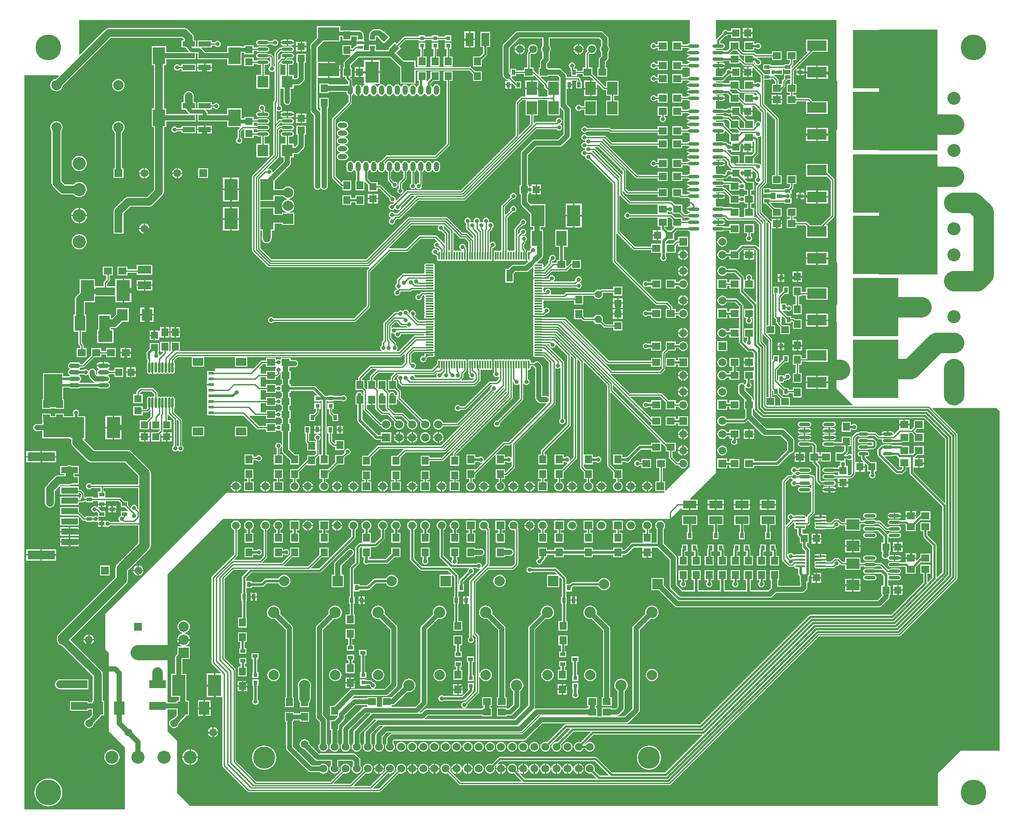
<source format=gtl>
G04 Layer_Physical_Order=1*
G04 Layer_Color=255*
%FSAX44Y44*%
%MOMM*%
G71*
G01*
G75*
%ADD10R,0.8000X0.8000*%
%ADD11R,2.6000X1.5000*%
%ADD12R,1.5000X2.6000*%
%ADD13R,2.5000X2.0000*%
%ADD14R,2.0000X2.5000*%
%ADD15R,1.3500X1.5000*%
%ADD16R,1.5000X1.3500*%
%ADD17R,1.4500X1.3500*%
%ADD18R,1.3500X1.4500*%
%ADD19R,2.6000X4.1000*%
%ADD20R,4.1000X2.6000*%
%ADD21R,0.7000X1.0000*%
%ADD22O,1.9000X0.6000*%
%ADD23O,2.1500X0.9000*%
%ADD24R,2.1000X2.9900*%
%ADD25O,2.2000X0.6000*%
%ADD26P,1.8385X4X270.0*%
%ADD27R,1.0000X0.7000*%
G04:AMPARAMS|DCode=28|XSize=1mm|YSize=1.85mm|CornerRadius=0.5mm|HoleSize=0mm|Usage=FLASHONLY|Rotation=0.000|XOffset=0mm|YOffset=0mm|HoleType=Round|Shape=RoundedRectangle|*
%AMROUNDEDRECTD28*
21,1,1.0000,0.8500,0,0,0.0*
21,1,0.0000,1.8500,0,0,0.0*
1,1,1.0000,0.0000,-0.4250*
1,1,1.0000,0.0000,-0.4250*
1,1,1.0000,0.0000,0.4250*
1,1,1.0000,0.0000,0.4250*
%
%ADD28ROUNDEDRECTD28*%
%ADD29R,10.0000X8.0000*%
G04:AMPARAMS|DCode=30|XSize=1mm|YSize=1.85mm|CornerRadius=0.5mm|HoleSize=0mm|Usage=FLASHONLY|Rotation=90.000|XOffset=0mm|YOffset=0mm|HoleType=Round|Shape=RoundedRectangle|*
%AMROUNDEDRECTD30*
21,1,1.0000,0.8500,0,0,90.0*
21,1,0.0000,1.8500,0,0,90.0*
1,1,1.0000,0.4250,0.0000*
1,1,1.0000,0.4250,0.0000*
1,1,1.0000,-0.4250,0.0000*
1,1,1.0000,-0.4250,0.0000*
%
%ADD30ROUNDEDRECTD30*%
%ADD31R,8.8900X11.4300*%
%ADD32R,3.8100X2.0300*%
%ADD33R,2.0000X1.5000*%
%ADD34R,1.0500X0.6000*%
%ADD35R,1.0000X0.6000*%
%ADD36O,1.9000X0.4100*%
%ADD37R,5.3000X1.7000*%
%ADD38R,3.2000X1.2000*%
%ADD39R,3.2000X1.5000*%
%ADD40O,0.3000X1.6500*%
%ADD41O,1.6500X0.3000*%
%ADD42R,2.4000X3.3000*%
%ADD43R,2.4000X1.0000*%
%ADD44O,0.4500X2.1000*%
%ADD45R,2.1000X2.3000*%
%ADD46C,0.2540*%
%ADD47C,0.5000*%
%ADD48C,0.5240*%
%ADD49C,0.3840*%
%ADD50C,1.0000*%
%ADD51C,0.8000*%
%ADD52C,1.5000*%
%ADD53C,0.3810*%
%ADD54C,0.9000*%
%ADD55C,2.0000*%
%ADD56C,4.0000*%
%ADD57C,3.0000*%
%ADD58R,1.2700X2.2860*%
%ADD59R,2.2860X11.1760*%
%ADD60R,3.8100X1.5240*%
%ADD61R,2.7940X2.2860*%
%ADD62R,3.5560X6.4770*%
%ADD63R,6.6040X3.9370*%
%ADD64R,9.9060X12.1920*%
%ADD65R,11.4300X23.3680*%
%ADD66R,11.4300X23.4950*%
%ADD67R,0.8890X1.1430*%
%ADD68R,0.8890X0.6350*%
%ADD69R,2.1590X2.1590*%
%ADD70R,2.5400X1.2700*%
%ADD71R,1.2700X1.2700*%
%ADD72R,2.0320X2.0320*%
%ADD73R,1.9050X1.2946*%
%ADD74R,10.9220X8.8900*%
%ADD75C,2.0000*%
%ADD76R,1.5000X1.5000*%
%ADD77C,1.5000*%
%ADD78R,1.5000X1.5000*%
%ADD79C,2.2000*%
%ADD80R,2.0000X2.0000*%
%ADD81R,2.0000X2.0000*%
%ADD82C,1.4000*%
%ADD83P,1.5154X8X112.5*%
%ADD84C,5.0000*%
%ADD85C,2.5400*%
%ADD86C,1.5240*%
%ADD87C,4.2900*%
%ADD88R,1.6000X1.6000*%
%ADD89C,1.6000*%
%ADD90C,0.8000*%
%ADD91C,3.0000*%
G36*
X02108200Y01111250D02*
X02140163Y01079287D01*
X02139677Y01078114D01*
X02017650D01*
Y01094600D01*
X02004115D01*
X01996250Y01102465D01*
Y01112589D01*
X01997156Y01113479D01*
X02004250Y01106385D01*
Y01098600D01*
X02015250D01*
Y01102266D01*
X02023250D01*
Y01093850D01*
X02040750D01*
Y01112850D01*
X02023250D01*
Y01108934D01*
X02015250D01*
Y01112600D01*
X02007465D01*
X01998638Y01121427D01*
X01999124Y01122600D01*
X02005750D01*
Y01126266D01*
X02008440D01*
X02009716Y01126520D01*
X02010797Y01127243D01*
X02011780Y01128225D01*
X02012950Y01127992D01*
X02015291Y01128458D01*
X02017276Y01129784D01*
X02018602Y01131769D01*
X02019068Y01134110D01*
X02018602Y01136451D01*
X02017276Y01138436D01*
X02015291Y01139762D01*
X02012950Y01140228D01*
X02010609Y01139762D01*
X02008624Y01138436D01*
X02007298Y01136451D01*
X02007020Y01135053D01*
X02005750Y01135178D01*
Y01136600D01*
X01994750D01*
Y01126974D01*
X01993577Y01126488D01*
X01992064Y01128001D01*
Y01146699D01*
X02007465Y01162100D01*
X02015250D01*
Y01176100D01*
X02004250D01*
Y01168315D01*
X01997156Y01161221D01*
X01996250Y01162111D01*
Y01176100D01*
X01985250D01*
Y01168315D01*
X01984157Y01167222D01*
X01982984Y01167709D01*
Y01206675D01*
X01982730Y01207951D01*
X01982007Y01209033D01*
X01975414Y01215627D01*
X01975900Y01216800D01*
X01989150D01*
Y01234300D01*
X01982984D01*
Y01423270D01*
X01991080D01*
Y01432560D01*
Y01441850D01*
X01982310D01*
Y01436872D01*
X01981040Y01436346D01*
X01962404Y01454982D01*
Y01500419D01*
X01971638Y01509652D01*
X01972360Y01510734D01*
X01972614Y01512009D01*
Y01649472D01*
X01973787Y01649958D01*
X01989016Y01634729D01*
Y01526400D01*
X01982850D01*
Y01508900D01*
X02001850D01*
Y01526400D01*
X01995684D01*
Y01636111D01*
X01995430Y01637386D01*
X01994707Y01638468D01*
X01967484Y01665692D01*
Y01712200D01*
X01980010D01*
Y01714366D01*
X01984239D01*
X01989016Y01709589D01*
Y01704200D01*
X01982850D01*
Y01686700D01*
X02001850D01*
Y01691840D01*
X02007688Y01697677D01*
X02008410Y01698759D01*
X02008664Y01700035D01*
Y01707999D01*
X02012865Y01712200D01*
X02018586D01*
Y01704200D01*
X02011350D01*
Y01686700D01*
X02017516D01*
Y01682610D01*
X02011350D01*
Y01665110D01*
X02030350D01*
Y01670526D01*
X02047977D01*
X02049050Y01670050D01*
Y01645750D01*
X02091150D01*
Y01670050D01*
X02062665D01*
X02056497Y01676217D01*
X02055416Y01676940D01*
X02054140Y01677194D01*
X02030350D01*
Y01682610D01*
X02024184D01*
Y01686700D01*
X02030350D01*
Y01704200D01*
X02025254D01*
Y01729709D01*
X02028879Y01733334D01*
X02030110Y01732769D01*
X02030110Y01732165D01*
Y01728470D01*
X02036380D01*
Y01733240D01*
X02031273D01*
X02030581Y01733240D01*
X02030016Y01734471D01*
X02061945Y01766400D01*
X02091150D01*
Y01790700D01*
X02049050D01*
Y01766400D01*
X02050856D01*
X02051342Y01765227D01*
X02021823Y01735708D01*
X02020650Y01736194D01*
Y01738985D01*
X02023208Y01741543D01*
X02023930Y01742624D01*
X02024184Y01743900D01*
Y01750200D01*
X02030350D01*
Y01767700D01*
X02011350D01*
Y01750200D01*
X02017516D01*
Y01745281D01*
X02014435Y01742200D01*
X02006650D01*
Y01740034D01*
X01980010D01*
Y01742200D01*
X01966010D01*
Y01731200D01*
X01978939D01*
X01979618Y01729930D01*
X01979358Y01729541D01*
X01978893Y01727200D01*
X01979358Y01724859D01*
X01979618Y01724470D01*
X01978939Y01723200D01*
X01967377D01*
X01967230Y01723936D01*
X01966508Y01725018D01*
X01948570Y01742955D01*
X01947800Y01743850D01*
X01947800D01*
X01947800Y01743850D01*
Y01745737D01*
X01948992Y01746290D01*
X01949784Y01745739D01*
X01950148Y01743909D01*
X01951474Y01741924D01*
X01953459Y01740598D01*
X01955800Y01740132D01*
X01958141Y01740598D01*
X01960126Y01741924D01*
X01961452Y01743909D01*
X01961918Y01746250D01*
X01961452Y01748591D01*
X01960126Y01750576D01*
X01958141Y01751902D01*
X01956263Y01752275D01*
X01954096Y01754443D01*
X01954582Y01755616D01*
X01982850D01*
Y01750200D01*
X02001850D01*
Y01767700D01*
X01982850D01*
Y01762284D01*
X01952205D01*
X01949512Y01764978D01*
X01948430Y01765700D01*
X01947154Y01765954D01*
X01926561D01*
X01919300Y01773215D01*
Y01786750D01*
X01900300D01*
Y01774152D01*
X01895444Y01769297D01*
X01889218D01*
X01888151Y01770010D01*
X01886200Y01770398D01*
X01873250D01*
Y01772902D01*
X01886200D01*
X01888151Y01773290D01*
X01889805Y01774395D01*
X01890910Y01776049D01*
X01891298Y01778000D01*
X01890910Y01779951D01*
X01889805Y01781605D01*
X01888151Y01782710D01*
X01886200Y01783098D01*
X01882197D01*
Y01787645D01*
X01891912Y01797360D01*
X01892300Y01797283D01*
X01894641Y01797748D01*
X01896626Y01799074D01*
X01896846Y01799403D01*
X01903550D01*
Y01794150D01*
X01921050D01*
Y01812650D01*
X01903550D01*
Y01807397D01*
X01896846D01*
X01896626Y01807726D01*
X01894641Y01809052D01*
X01892300Y01809518D01*
X01889959Y01809052D01*
X01887974Y01807726D01*
X01886648Y01805741D01*
X01886183Y01803400D01*
X01886260Y01803012D01*
X01875374Y01792126D01*
X01874507Y01790829D01*
X01873250Y01791018D01*
Y01828800D01*
X02108200D01*
Y01111250D01*
D02*
G37*
G36*
X01822450Y01783098D02*
X01822200D01*
X01820249Y01782710D01*
X01818595Y01781605D01*
X01818414Y01781334D01*
X01808100D01*
Y01786750D01*
X01789100D01*
Y01769250D01*
X01808100D01*
Y01774666D01*
X01818414D01*
X01818595Y01774395D01*
X01820249Y01773290D01*
X01822200Y01772902D01*
X01822450D01*
Y01770948D01*
X01822200D01*
X01820038Y01770519D01*
X01818206Y01769294D01*
X01816981Y01767462D01*
X01816804Y01766570D01*
X01830200D01*
Y01764030D01*
X01816804D01*
X01816981Y01763138D01*
X01818206Y01761306D01*
X01820038Y01760081D01*
X01822200Y01759651D01*
X01822450D01*
Y01758248D01*
X01822200D01*
X01820038Y01757819D01*
X01818206Y01756594D01*
X01816981Y01754762D01*
X01816804Y01753870D01*
X01830200D01*
Y01751330D01*
X01816804D01*
X01816981Y01750438D01*
X01818206Y01748606D01*
X01820038Y01747381D01*
X01822200Y01746951D01*
X01822450D01*
Y01744998D01*
X01822200D01*
X01820249Y01744610D01*
X01818595Y01743505D01*
X01818414Y01743234D01*
X01808100D01*
Y01748650D01*
X01789100D01*
Y01731150D01*
X01808100D01*
Y01736566D01*
X01818414D01*
X01818595Y01736295D01*
X01820249Y01735190D01*
X01822200Y01734802D01*
X01822450D01*
Y01719598D01*
X01822200D01*
X01820249Y01719210D01*
X01818595Y01718105D01*
X01818414Y01717834D01*
X01808100D01*
Y01723250D01*
X01789100D01*
Y01705750D01*
X01808100D01*
Y01711166D01*
X01818414D01*
X01818595Y01710895D01*
X01820249Y01709790D01*
X01822200Y01709402D01*
X01822450D01*
Y01707448D01*
X01822200D01*
X01820038Y01707019D01*
X01818206Y01705794D01*
X01816981Y01703962D01*
X01816804Y01703070D01*
X01830200D01*
Y01700530D01*
X01816804D01*
X01816981Y01699638D01*
X01818206Y01697806D01*
X01820038Y01696581D01*
X01822200Y01696151D01*
X01822450D01*
Y01694749D01*
X01822200D01*
X01820038Y01694319D01*
X01818206Y01693094D01*
X01816981Y01691262D01*
X01816804Y01690370D01*
X01830200D01*
Y01687830D01*
X01816804D01*
X01816981Y01686938D01*
X01818206Y01685106D01*
X01820038Y01683881D01*
X01822200Y01683452D01*
X01822450D01*
Y01681498D01*
X01822200D01*
X01820249Y01681110D01*
X01818595Y01680005D01*
X01818414Y01679734D01*
X01808100D01*
Y01685150D01*
X01789100D01*
Y01667650D01*
X01808100D01*
Y01673066D01*
X01818414D01*
X01818595Y01672795D01*
X01820249Y01671690D01*
X01822200Y01671302D01*
X01822450D01*
Y01656098D01*
X01822200D01*
X01820249Y01655710D01*
X01818595Y01654605D01*
X01818414Y01654334D01*
X01808100D01*
Y01659750D01*
X01789100D01*
Y01642250D01*
X01808100D01*
Y01647666D01*
X01818414D01*
X01818595Y01647395D01*
X01820249Y01646290D01*
X01822200Y01645902D01*
X01822450D01*
Y01643949D01*
X01822200D01*
X01820038Y01643519D01*
X01818206Y01642294D01*
X01816981Y01640462D01*
X01816804Y01639570D01*
X01830200D01*
Y01637030D01*
X01816804D01*
X01816981Y01636138D01*
X01818206Y01634306D01*
X01820038Y01633081D01*
X01822200Y01632652D01*
X01822450D01*
Y01631248D01*
X01822200D01*
X01820038Y01630819D01*
X01818206Y01629594D01*
X01816981Y01627762D01*
X01816804Y01626870D01*
X01830200D01*
Y01624330D01*
X01816804D01*
X01816981Y01623438D01*
X01818206Y01621606D01*
X01820038Y01620381D01*
X01822200Y01619951D01*
X01822450D01*
Y01617998D01*
X01822200D01*
X01820249Y01617610D01*
X01818595Y01616505D01*
X01818414Y01616234D01*
X01808100D01*
Y01621650D01*
X01789100D01*
Y01604150D01*
X01808100D01*
Y01609566D01*
X01818414D01*
X01818595Y01609295D01*
X01820249Y01608190D01*
X01822200Y01607802D01*
X01822450D01*
Y01592598D01*
X01822200D01*
X01820249Y01592210D01*
X01818595Y01591105D01*
X01818414Y01590834D01*
X01808100D01*
Y01596250D01*
X01789100D01*
Y01578750D01*
X01808100D01*
Y01584166D01*
X01818414D01*
X01818595Y01583895D01*
X01820249Y01582790D01*
X01822200Y01582402D01*
X01822450D01*
Y01580448D01*
X01822200D01*
X01820038Y01580019D01*
X01818206Y01578794D01*
X01816981Y01576962D01*
X01816804Y01576070D01*
X01830200D01*
Y01573530D01*
X01816804D01*
X01816981Y01572638D01*
X01818206Y01570806D01*
X01820038Y01569581D01*
X01822200Y01569151D01*
X01822450D01*
Y01567749D01*
X01822200D01*
X01820038Y01567319D01*
X01818206Y01566094D01*
X01816981Y01564262D01*
X01816804Y01563370D01*
X01830200D01*
Y01560830D01*
X01816804D01*
X01816981Y01559938D01*
X01818206Y01558106D01*
X01820038Y01556881D01*
X01822200Y01556452D01*
X01822450D01*
Y01554498D01*
X01822200D01*
X01820249Y01554110D01*
X01818595Y01553005D01*
X01818414Y01552734D01*
X01808100D01*
Y01558150D01*
X01789100D01*
Y01540650D01*
X01808100D01*
Y01546066D01*
X01818414D01*
X01818595Y01545795D01*
X01820249Y01544690D01*
X01822200Y01544302D01*
X01822450D01*
Y01529098D01*
X01822200D01*
X01820249Y01528710D01*
X01818595Y01527605D01*
X01818414Y01527334D01*
X01808100D01*
Y01532750D01*
X01789100D01*
Y01515250D01*
X01808100D01*
Y01520666D01*
X01818414D01*
X01818595Y01520395D01*
X01820249Y01519290D01*
X01822200Y01518902D01*
X01822450D01*
Y01516949D01*
X01822200D01*
X01820038Y01516519D01*
X01818206Y01515294D01*
X01816981Y01513462D01*
X01816804Y01512570D01*
X01830200D01*
Y01510030D01*
X01816804D01*
X01816981Y01509138D01*
X01818206Y01507306D01*
X01820038Y01506081D01*
X01822200Y01505652D01*
X01822450D01*
Y01504249D01*
X01822200D01*
X01820038Y01503819D01*
X01818206Y01502594D01*
X01816981Y01500762D01*
X01816804Y01499870D01*
X01830200D01*
Y01497330D01*
X01816804D01*
X01816981Y01496438D01*
X01818206Y01494606D01*
X01820038Y01493381D01*
X01822200Y01492952D01*
X01822450D01*
Y01490998D01*
X01822200D01*
X01820249Y01490610D01*
X01818595Y01489505D01*
X01818414Y01489234D01*
X01808100D01*
Y01501000D01*
X01789100D01*
Y01483500D01*
X01802656D01*
X01803674Y01482820D01*
X01804950Y01482566D01*
X01818414D01*
X01818595Y01482295D01*
X01820249Y01481190D01*
X01822200Y01480802D01*
X01822450D01*
Y01466149D01*
X01822200D01*
X01820038Y01465719D01*
X01818206Y01464494D01*
X01816981Y01462662D01*
X01816804Y01461770D01*
X01830200D01*
Y01459230D01*
X01816804D01*
X01816981Y01458338D01*
X01818206Y01456506D01*
X01820038Y01455281D01*
X01822200Y01454852D01*
X01822450D01*
Y01452898D01*
X01822200D01*
X01820249Y01452510D01*
X01818595Y01451405D01*
X01818414Y01451134D01*
X01812681D01*
X01808100Y01455715D01*
Y01469250D01*
X01794565D01*
X01788257Y01475558D01*
X01787176Y01476280D01*
X01785900Y01476534D01*
X01707181D01*
X01692434Y01491281D01*
Y01495105D01*
X01693704Y01495631D01*
X01699442Y01489892D01*
X01700524Y01489170D01*
X01701800Y01488916D01*
X01760600D01*
Y01483500D01*
X01779600D01*
Y01501000D01*
X01760600D01*
Y01495584D01*
X01703181D01*
X01698784Y01499981D01*
Y01535430D01*
X01698530Y01536706D01*
X01697807Y01537788D01*
X01648277Y01587318D01*
X01647292Y01587976D01*
X01647282Y01588068D01*
X01648065Y01589246D01*
X01649619D01*
X01717222Y01521642D01*
X01718304Y01520920D01*
X01719580Y01520666D01*
X01760600D01*
Y01515250D01*
X01779600D01*
Y01532750D01*
X01760600D01*
Y01527334D01*
X01720961D01*
X01653358Y01594937D01*
X01652372Y01595596D01*
X01652362Y01595688D01*
X01653145Y01596866D01*
X01655969D01*
X01667693Y01585143D01*
X01668774Y01584420D01*
X01670050Y01584166D01*
X01760600D01*
Y01578750D01*
X01779600D01*
Y01596250D01*
X01760600D01*
Y01590834D01*
X01671431D01*
X01659707Y01602558D01*
X01658626Y01603280D01*
X01657350Y01603534D01*
X01622968D01*
X01622306Y01604526D01*
X01620321Y01605852D01*
X01617980Y01606317D01*
X01615639Y01605852D01*
X01613654Y01604526D01*
X01612328Y01602541D01*
X01611862Y01600200D01*
X01612328Y01597859D01*
X01613654Y01595874D01*
X01615639Y01594548D01*
X01617980Y01594082D01*
X01618734Y01594232D01*
X01619633Y01593335D01*
X01619483Y01592580D01*
X01619633Y01591826D01*
X01618734Y01590927D01*
X01617980Y01591078D01*
X01615639Y01590612D01*
X01613654Y01589286D01*
X01612328Y01587301D01*
X01611862Y01584960D01*
X01612328Y01582619D01*
X01613654Y01580634D01*
X01615639Y01579308D01*
X01617980Y01578842D01*
X01618734Y01578992D01*
X01619633Y01578094D01*
X01619483Y01577340D01*
X01619633Y01576586D01*
X01618734Y01575688D01*
X01617980Y01575838D01*
X01615639Y01575372D01*
X01613654Y01574046D01*
X01612328Y01572061D01*
X01611862Y01569720D01*
X01612328Y01567379D01*
X01613654Y01565394D01*
X01615639Y01564068D01*
X01617980Y01563602D01*
X01618734Y01563752D01*
X01619633Y01562854D01*
X01619483Y01562100D01*
X01619948Y01559759D01*
X01621274Y01557774D01*
X01623259Y01556448D01*
X01625600Y01555983D01*
X01626770Y01556215D01*
X01673066Y01509919D01*
Y01358900D01*
X01673320Y01357624D01*
X01674043Y01356543D01*
X01755322Y01275263D01*
X01756404Y01274540D01*
X01757680Y01274286D01*
X01776619D01*
X01782566Y01268339D01*
Y01266050D01*
X01776400D01*
Y01248550D01*
X01795400D01*
Y01253966D01*
X01800848D01*
X01801452Y01252509D01*
X01802975Y01250525D01*
X01804959Y01249002D01*
X01807270Y01248045D01*
X01809750Y01247718D01*
X01812230Y01248045D01*
X01814541Y01249002D01*
X01816526Y01250525D01*
X01818048Y01252509D01*
X01819005Y01254820D01*
X01819332Y01257300D01*
X01819005Y01259780D01*
X01818048Y01262091D01*
X01816526Y01264075D01*
X01814541Y01265598D01*
X01812230Y01266555D01*
X01809750Y01266882D01*
X01807270Y01266555D01*
X01804959Y01265598D01*
X01802975Y01264075D01*
X01801452Y01262091D01*
X01800848Y01260634D01*
X01795400D01*
Y01266050D01*
X01789234D01*
Y01269720D01*
X01788980Y01270996D01*
X01788257Y01272077D01*
X01780358Y01279977D01*
X01779276Y01280700D01*
X01778000Y01280954D01*
X01759061D01*
X01679734Y01360281D01*
Y01412555D01*
X01681004Y01413081D01*
X01712142Y01381942D01*
X01713224Y01381220D01*
X01714500Y01380966D01*
X01747900D01*
Y01375550D01*
X01766900D01*
X01766940Y01374296D01*
Y01369000D01*
X01765998Y01367591D01*
X01765533Y01365250D01*
X01765998Y01362909D01*
X01767324Y01360924D01*
X01769309Y01359598D01*
X01771650Y01359133D01*
X01773991Y01359598D01*
X01775976Y01360924D01*
X01777302Y01362909D01*
X01777767Y01365250D01*
X01777302Y01367591D01*
X01776360Y01369000D01*
Y01374296D01*
X01776400Y01375550D01*
X01777630Y01375550D01*
X01795400D01*
Y01389085D01*
X01798980Y01392665D01*
X01800250Y01392139D01*
Y01387500D01*
X01819250D01*
Y01406500D01*
X01800250D01*
Y01400334D01*
X01798600D01*
X01797324Y01400080D01*
X01796243Y01399357D01*
X01789935Y01393050D01*
X01776400Y01393050D01*
X01776360Y01394304D01*
Y01395999D01*
X01780812Y01400450D01*
X01792150D01*
Y01412798D01*
X01797755Y01418403D01*
X01819182D01*
X01820249Y01417690D01*
X01822200Y01417302D01*
X01822450D01*
Y00958850D01*
X01776070Y00912470D01*
X01774800Y00912996D01*
Y00930250D01*
X01770184D01*
Y00956450D01*
X01776350D01*
Y00973950D01*
X01757350D01*
Y00956450D01*
X01763516D01*
Y00930250D01*
X01755800D01*
Y00911250D01*
X01773054D01*
X01773580Y00909980D01*
X01771650Y00908050D01*
X00920750D01*
X00774700Y00762000D01*
X00685800Y00673100D01*
Y00603250D01*
X00692150Y00596900D01*
Y00444500D01*
X00723900Y00412750D01*
Y00292100D01*
X00528334D01*
Y01720850D01*
X00594390D01*
X00594876Y01719677D01*
X00588883Y01713684D01*
X00587417Y01713491D01*
X00584498Y01712282D01*
X00581992Y01710358D01*
X00580068Y01707852D01*
X00578859Y01704933D01*
X00578446Y01701800D01*
X00578859Y01698667D01*
X00580068Y01695748D01*
X00581992Y01693241D01*
X00584498Y01691318D01*
X00587417Y01690109D01*
X00590550Y01689696D01*
X00593683Y01690109D01*
X00596602Y01691318D01*
X00599109Y01693241D01*
X00601032Y01695748D01*
X00602241Y01698667D01*
X00602434Y01700133D01*
X00696119Y01793818D01*
X00835501D01*
X00838568Y01790751D01*
Y01788950D01*
X00834150D01*
Y01774950D01*
X00841667D01*
X00842267Y01774489D01*
X00842498Y01773329D01*
X00843824Y01771344D01*
X00847888Y01767280D01*
X00847362Y01766010D01*
X00804150D01*
Y01777450D01*
X00776150D01*
Y01740450D01*
X00780568D01*
Y01656800D01*
X00776150D01*
Y01619800D01*
X00780568D01*
Y01497699D01*
X00766921Y01484052D01*
X00730250D01*
X00727770Y01483725D01*
X00725459Y01482768D01*
X00723475Y01481245D01*
X00704825Y01462595D01*
X00703302Y01460611D01*
X00702345Y01458300D01*
X00702018Y01455820D01*
Y01422400D01*
X00702100Y01421777D01*
Y01412900D01*
X00710977D01*
X00711600Y01412818D01*
X00712223Y01412900D01*
X00721100D01*
Y01421777D01*
X00721182Y01422400D01*
Y01451851D01*
X00734219Y01464888D01*
X00770890D01*
X00773370Y01465215D01*
X00775681Y01466172D01*
X00777665Y01467695D01*
X00796925Y01486954D01*
X00798448Y01488939D01*
X00799405Y01491250D01*
X00799732Y01493730D01*
Y01619800D01*
X00804150D01*
Y01631240D01*
X00848150D01*
X00848609Y01631300D01*
X00862150D01*
Y01644182D01*
X00865050D01*
Y01631300D01*
X00878591D01*
X00879050Y01631240D01*
X00923050D01*
Y01619800D01*
X00946676D01*
X00947162Y01618627D01*
X00943792Y01615258D01*
X00943070Y01614176D01*
X00942816Y01612900D01*
Y01598838D01*
X00941824Y01598176D01*
X00940498Y01596191D01*
X00940033Y01593850D01*
X00940498Y01591509D01*
X00941824Y01589524D01*
X00943809Y01588198D01*
X00946150Y01587733D01*
X00948491Y01588198D01*
X00950476Y01589524D01*
X00951802Y01591509D01*
X00952268Y01593850D01*
X00951802Y01596191D01*
X00950476Y01598176D01*
X00949484Y01598838D01*
Y01611519D01*
X00953881Y01615916D01*
X00955950D01*
Y01598750D01*
X00974450D01*
Y01603216D01*
X00980214D01*
X00980395Y01602945D01*
X00982049Y01601840D01*
X00984000Y01601452D01*
X00988666D01*
Y01588300D01*
X00979750D01*
Y01561300D01*
X01004750D01*
Y01588300D01*
X00995334D01*
Y01601452D01*
X01000000D01*
X01001951Y01601840D01*
X01003605Y01602945D01*
X01004710Y01604599D01*
X01005098Y01606550D01*
X01004710Y01608501D01*
X01003605Y01610155D01*
X01001951Y01611260D01*
X01000000Y01611648D01*
X00984000D01*
X00982049Y01611260D01*
X00980395Y01610155D01*
X00980214Y01609884D01*
X00974450D01*
Y01615916D01*
X00980214D01*
X00980395Y01615645D01*
X00982049Y01614540D01*
X00984000Y01614152D01*
X01000000D01*
X01001951Y01614540D01*
X01003605Y01615645D01*
X01004710Y01617299D01*
X01005098Y01619250D01*
X01004710Y01621201D01*
X01003605Y01622855D01*
X01001951Y01623960D01*
X01000000Y01624348D01*
X00984000D01*
X00982049Y01623960D01*
X00980395Y01622855D01*
X00980214Y01622584D01*
X00974450D01*
Y01628616D01*
X00980214D01*
X00980395Y01628345D01*
X00982049Y01627240D01*
X00984000Y01626852D01*
X01000000D01*
X01001951Y01627240D01*
X01003605Y01628345D01*
X01004710Y01629999D01*
X01005098Y01631950D01*
X01004710Y01633901D01*
X01003605Y01635555D01*
X01001951Y01636660D01*
X01000000Y01637048D01*
X00984000D01*
X00982049Y01636660D01*
X00980395Y01635555D01*
X00980214Y01635284D01*
X00974450D01*
Y01639750D01*
X00955950D01*
Y01637118D01*
X00951050D01*
Y01656800D01*
X00923050D01*
Y01645360D01*
X00885167D01*
Y01646980D01*
X00884702Y01649321D01*
X00883376Y01651306D01*
X00881555Y01653127D01*
X00882041Y01654300D01*
X00893050D01*
Y01657966D01*
X00896618D01*
X00897374Y01656834D01*
X00899359Y01655508D01*
X00901700Y01655043D01*
X00904041Y01655508D01*
X00906026Y01656834D01*
X00907352Y01658819D01*
X00907818Y01661160D01*
X00907352Y01663501D01*
X00906026Y01665486D01*
X00904041Y01666812D01*
X00901700Y01667278D01*
X00899359Y01666812D01*
X00897374Y01665486D01*
X00896805Y01664634D01*
X00893050D01*
Y01668300D01*
X00865050D01*
Y01656418D01*
X00862150D01*
Y01668300D01*
X00857732D01*
Y01678615D01*
X00857942Y01680210D01*
X00857616Y01682690D01*
X00856658Y01685001D01*
X00855135Y01686985D01*
X00853151Y01688508D01*
X00850840Y01689465D01*
X00848360Y01689792D01*
X00845880Y01689465D01*
X00843569Y01688508D01*
X00841585Y01686985D01*
X00841375Y01686775D01*
X00839852Y01684791D01*
X00838895Y01682480D01*
X00838568Y01680000D01*
Y01668300D01*
X00834150D01*
Y01654300D01*
X00841667D01*
X00842267Y01653840D01*
X00842498Y01652679D01*
X00843824Y01650694D01*
X00847888Y01646630D01*
X00847362Y01645360D01*
X00804150D01*
Y01656800D01*
X00799732D01*
Y01740450D01*
X00804150D01*
Y01751890D01*
X00848150D01*
X00848609Y01751950D01*
X00862150D01*
Y01764263D01*
X00865050D01*
Y01751950D01*
X00878591D01*
X00879050Y01751890D01*
X00923050D01*
Y01740450D01*
X00951050D01*
Y01764583D01*
X00955950D01*
Y01761950D01*
X00974450D01*
Y01768316D01*
X00980214D01*
X00980395Y01768045D01*
X00982049Y01766940D01*
X00984000Y01766552D01*
X01000000D01*
X01001951Y01766940D01*
X01003605Y01768045D01*
X01004710Y01769699D01*
X01005098Y01771650D01*
X01004710Y01773601D01*
X01003605Y01775255D01*
X01001951Y01776360D01*
X01000000Y01776748D01*
X00984000D01*
X00982049Y01776360D01*
X00980395Y01775255D01*
X00980214Y01774984D01*
X00974450D01*
Y01779450D01*
X00955950D01*
Y01776818D01*
X00951050D01*
Y01777450D01*
X00923050D01*
Y01766010D01*
X00880641D01*
X00872971Y01773680D01*
X00873497Y01774950D01*
X00893050D01*
Y01778616D01*
X00899158D01*
X00899914Y01777484D01*
X00901899Y01776158D01*
X00904240Y01775692D01*
X00906581Y01776158D01*
X00908566Y01777484D01*
X00909892Y01779469D01*
X00910358Y01781810D01*
X00909892Y01784151D01*
X00908566Y01786136D01*
X00906581Y01787462D01*
X00904240Y01787928D01*
X00901899Y01787462D01*
X00899914Y01786136D01*
X00899345Y01785284D01*
X00893050D01*
Y01788950D01*
X00865050D01*
Y01776497D01*
X00862150D01*
Y01788950D01*
X00857732D01*
Y01794720D01*
X00857405Y01797200D01*
X00856448Y01799511D01*
X00854925Y01801496D01*
X00846245Y01810175D01*
X00844261Y01811698D01*
X00841950Y01812655D01*
X00839470Y01812982D01*
X00692150D01*
X00689670Y01812655D01*
X00687359Y01811698D01*
X00685375Y01810175D01*
X00636173Y01760974D01*
X00635000Y01761460D01*
Y01828800D01*
X01822450D01*
Y01783098D01*
D02*
G37*
G36*
X01922823Y01760262D02*
X01923904Y01759540D01*
X01925180Y01759286D01*
X01928800D01*
Y01749600D01*
X01927627Y01749114D01*
X01921783Y01754957D01*
X01920701Y01755680D01*
X01919426Y01755934D01*
X01919300D01*
Y01761350D01*
X01900530D01*
X01899892Y01762451D01*
X01899926Y01762474D01*
X01906702Y01769250D01*
X01913835D01*
X01922823Y01760262D01*
D02*
G37*
G36*
X02006650Y01731200D02*
X02018496D01*
X02018586Y01731090D01*
Y01723200D01*
X02006650D01*
Y01715415D01*
X02002973Y01711738D01*
X02002250Y01710656D01*
X02001996Y01709380D01*
Y01705410D01*
X02001850Y01704200D01*
X01995684D01*
Y01710970D01*
X01995430Y01712246D01*
X01994707Y01713327D01*
X01987977Y01720058D01*
X01987605Y01720307D01*
X01987533Y01720656D01*
X01987692Y01721776D01*
X01988740Y01722476D01*
X01990010Y01722097D01*
Y01721700D01*
X02004010D01*
Y01732096D01*
X02004010Y01732700D01*
X02005004Y01733366D01*
X02006650D01*
Y01731200D01*
D02*
G37*
G36*
X01900300Y01743850D02*
X01919300D01*
Y01746351D01*
X01920473Y01746837D01*
X01927088Y01740222D01*
X01928170Y01739500D01*
X01929445Y01739246D01*
X01942849D01*
X01943835Y01738260D01*
X01943309Y01736990D01*
X01937070D01*
Y01728470D01*
X01945090D01*
Y01735209D01*
X01946360Y01735735D01*
X01960816Y01721279D01*
Y01707192D01*
X01959546Y01706513D01*
X01958141Y01707452D01*
X01955800Y01707917D01*
X01953459Y01707452D01*
X01951867Y01706388D01*
X01947800D01*
Y01710550D01*
X01928800D01*
Y01693704D01*
X01922611D01*
X01919300Y01697015D01*
Y01710550D01*
X01900300D01*
Y01705797D01*
X01889218D01*
X01888151Y01706510D01*
X01886200Y01706898D01*
X01873250D01*
Y01709402D01*
X01886200D01*
X01888151Y01709790D01*
X01889805Y01710895D01*
X01890910Y01712549D01*
X01891222Y01714120D01*
X01898262Y01721160D01*
X01898650Y01721082D01*
X01900991Y01721548D01*
X01902280Y01722409D01*
X01903550Y01721730D01*
Y01717950D01*
X01921050D01*
Y01736450D01*
X01903550D01*
Y01732670D01*
X01902280Y01731991D01*
X01900991Y01732852D01*
X01898650Y01733318D01*
X01896309Y01732852D01*
X01894324Y01731526D01*
X01892998Y01729541D01*
X01892533Y01727200D01*
X01892610Y01726812D01*
X01885396Y01719598D01*
X01873250D01*
Y01734252D01*
X01876930D01*
Y01739900D01*
Y01745549D01*
X01873250D01*
Y01747502D01*
X01886200D01*
X01888151Y01747890D01*
X01889218Y01748603D01*
X01900300D01*
Y01743850D01*
D02*
G37*
G36*
X01918873Y01688013D02*
X01919954Y01687290D01*
X01921230Y01687036D01*
X01950609D01*
X01954290Y01683355D01*
X01953664Y01682184D01*
X01951990Y01682518D01*
X01949649Y01682052D01*
X01949070Y01681665D01*
X01947800Y01682344D01*
Y01685150D01*
X01928800D01*
Y01671674D01*
X01927627Y01671188D01*
X01920058Y01678757D01*
X01919300Y01679264D01*
Y01685150D01*
X01906702D01*
X01899926Y01691926D01*
X01899892Y01691949D01*
X01900530Y01693050D01*
X01913835D01*
X01918873Y01688013D01*
D02*
G37*
G36*
X01900300Y01680248D02*
Y01667650D01*
X01919300D01*
Y01668426D01*
X01920473Y01668912D01*
X01926772Y01662612D01*
X01927599Y01662060D01*
X01927369Y01660790D01*
X01926510D01*
Y01652270D01*
X01935800D01*
X01945090D01*
Y01660790D01*
X01946010Y01661636D01*
X01948069D01*
X01961406Y01648299D01*
Y01630197D01*
X01960191Y01629829D01*
X01960126Y01629926D01*
X01958141Y01631252D01*
X01955800Y01631718D01*
X01953459Y01631252D01*
X01951474Y01629926D01*
X01950148Y01627941D01*
X01949682Y01625600D01*
X01950143Y01623284D01*
X01948973Y01622114D01*
X01947800Y01622600D01*
Y01634350D01*
X01935202D01*
X01929516Y01640037D01*
X01930002Y01641210D01*
X01934530D01*
Y01649730D01*
X01926510D01*
Y01644702D01*
X01925337Y01644216D01*
X01921050Y01648502D01*
Y01660250D01*
X01903550D01*
Y01656470D01*
X01902280Y01655791D01*
X01900991Y01656652D01*
X01898650Y01657117D01*
X01896309Y01656652D01*
X01894324Y01655326D01*
X01894104Y01654997D01*
X01889218D01*
X01888151Y01655710D01*
X01886200Y01656098D01*
X01873250D01*
Y01670751D01*
X01876930D01*
Y01676400D01*
Y01682048D01*
X01873250D01*
Y01684002D01*
X01886200D01*
X01888151Y01684390D01*
X01889218Y01685103D01*
X01895444D01*
X01900300Y01680248D01*
D02*
G37*
G36*
X01894324Y01646674D02*
X01896309Y01645348D01*
X01898650Y01644883D01*
X01900991Y01645348D01*
X01902280Y01646209D01*
X01903550Y01645531D01*
Y01641750D01*
X01916498D01*
X01928800Y01629448D01*
Y01618234D01*
X01921881D01*
X01919300Y01620815D01*
Y01634350D01*
X01905765D01*
X01899458Y01640658D01*
X01898376Y01641380D01*
X01897100Y01641634D01*
X01889986D01*
X01889805Y01641905D01*
X01888151Y01643010D01*
X01886200Y01643398D01*
X01873250D01*
Y01645902D01*
X01886200D01*
X01888151Y01646290D01*
X01889218Y01647003D01*
X01894104D01*
X01894324Y01646674D01*
D02*
G37*
G36*
X01900300Y01630385D02*
Y01616850D01*
X01913835D01*
X01918143Y01612542D01*
X01919089Y01611910D01*
X01919267Y01611568D01*
X01919454Y01610479D01*
X01917925Y01608950D01*
X01905765D01*
X01890936Y01623779D01*
X01891298Y01625600D01*
X01890910Y01627551D01*
X01889805Y01629205D01*
X01888151Y01630310D01*
X01886200Y01630698D01*
X01873250D01*
Y01633202D01*
X01886200D01*
X01888151Y01633590D01*
X01889805Y01634695D01*
X01889986Y01634966D01*
X01895719D01*
X01900300Y01630385D01*
D02*
G37*
G36*
X01961406Y01601953D02*
Y01547647D01*
X01960191Y01547279D01*
X01960126Y01547376D01*
X01958141Y01548702D01*
X01955800Y01549167D01*
X01954532Y01548915D01*
X01953806Y01549400D01*
X01952530Y01549654D01*
X01947800D01*
Y01559598D01*
X01954816Y01566614D01*
X01955683Y01567910D01*
X01955987Y01569440D01*
Y01596390D01*
X01955683Y01597919D01*
X01954816Y01599216D01*
X01954670Y01599362D01*
X01955296Y01600533D01*
X01955800Y01600432D01*
X01958141Y01600898D01*
X01960126Y01602224D01*
X01960191Y01602321D01*
X01961406Y01601953D01*
D02*
G37*
G36*
X01879470Y01607251D02*
X01886200D01*
X01888362Y01607681D01*
X01890194Y01608906D01*
X01891419Y01610738D01*
X01891640Y01611849D01*
X01893018Y01612267D01*
X01900300Y01604985D01*
Y01591450D01*
X01903019D01*
X01903550Y01590400D01*
Y01586620D01*
X01902280Y01585941D01*
X01900991Y01586802D01*
X01898650Y01587267D01*
X01898262Y01587190D01*
X01895126Y01590326D01*
X01893829Y01591193D01*
X01892300Y01591497D01*
X01889218D01*
X01888151Y01592210D01*
X01886200Y01592598D01*
X01873250D01*
Y01607251D01*
X01876930D01*
Y01612900D01*
X01879470D01*
Y01607251D01*
D02*
G37*
G36*
X01947800Y01591450D02*
X01947993Y01590260D01*
Y01571095D01*
X01942668Y01565770D01*
X01928800D01*
Y01549654D01*
X01919300D01*
Y01565770D01*
X01904495D01*
X01895915Y01574350D01*
X01896626Y01575435D01*
X01898650Y01575033D01*
X01900991Y01575498D01*
X01902280Y01576359D01*
X01903550Y01575681D01*
Y01571900D01*
X01921050D01*
Y01584248D01*
X01925337Y01588534D01*
X01926510Y01588048D01*
Y01582420D01*
X01935800D01*
X01945090D01*
Y01590940D01*
X01946149Y01591450D01*
X01947800D01*
D02*
G37*
G36*
X01895696Y01552719D02*
Y01547646D01*
X01895950Y01546370D01*
X01896673Y01545288D01*
X01902538Y01539422D01*
X01903550Y01538746D01*
Y01535820D01*
X01902280Y01535141D01*
X01900991Y01536002D01*
X01898650Y01536467D01*
X01896309Y01536002D01*
X01894324Y01534676D01*
X01892998Y01532691D01*
X01892533Y01530350D01*
X01892610Y01529962D01*
X01890645Y01527997D01*
X01889218D01*
X01888151Y01528710D01*
X01886200Y01529098D01*
X01873250D01*
Y01543752D01*
X01876930D01*
Y01549400D01*
Y01555049D01*
X01873250D01*
Y01557002D01*
X01886200D01*
X01888151Y01557390D01*
X01889805Y01558495D01*
X01889910Y01558506D01*
X01895696Y01552719D01*
D02*
G37*
G36*
X01692116Y01534049D02*
Y01528765D01*
X01690846Y01528239D01*
X01639388Y01579698D01*
X01638402Y01580356D01*
X01638392Y01580448D01*
X01639175Y01581626D01*
X01644539D01*
X01692116Y01534049D01*
D02*
G37*
G36*
X01903550Y01524881D02*
Y01521100D01*
X01916498D01*
X01925529Y01512068D01*
X01924904Y01510898D01*
X01924050Y01511068D01*
X01921709Y01510602D01*
X01920570Y01509841D01*
X01919300Y01510520D01*
Y01513700D01*
X01905744D01*
X01904726Y01514380D01*
X01903450Y01514634D01*
X01889986D01*
X01889805Y01514905D01*
X01888151Y01516010D01*
X01886200Y01516398D01*
X01873250D01*
Y01518902D01*
X01886200D01*
X01888151Y01519290D01*
X01889218Y01520003D01*
X01892300D01*
X01893829Y01520307D01*
X01895126Y01521174D01*
X01898262Y01524310D01*
X01898650Y01524232D01*
X01900991Y01524698D01*
X01902280Y01525559D01*
X01903550Y01524881D01*
D02*
G37*
G36*
X01685766Y01523889D02*
Y01521145D01*
X01684496Y01520619D01*
X01633038Y01572077D01*
X01632052Y01572736D01*
X01632042Y01572828D01*
X01632825Y01574006D01*
X01635649D01*
X01685766Y01523889D01*
D02*
G37*
G36*
X01900300Y01496200D02*
X01919300D01*
Y01499380D01*
X01920570Y01500059D01*
X01921709Y01499298D01*
X01924050Y01498833D01*
X01926391Y01499298D01*
X01927530Y01500059D01*
X01928800Y01499380D01*
Y01496200D01*
X01934303D01*
Y01488300D01*
X01928800D01*
Y01485120D01*
X01927530Y01484441D01*
X01926391Y01485202D01*
X01924050Y01485668D01*
X01921709Y01485202D01*
X01920570Y01484441D01*
X01919300Y01485120D01*
Y01488300D01*
X01905765D01*
X01893107Y01500957D01*
X01892026Y01501680D01*
X01890750Y01501934D01*
X01889986D01*
X01889805Y01502205D01*
X01888151Y01503310D01*
X01886200Y01503698D01*
X01873250D01*
Y01506202D01*
X01886200D01*
X01888151Y01506590D01*
X01889805Y01507695D01*
X01889986Y01507966D01*
X01900300D01*
Y01496200D01*
D02*
G37*
G36*
X01789100Y01454930D02*
Y01451750D01*
X01802635D01*
X01808943Y01445443D01*
X01810024Y01444720D01*
X01811300Y01444466D01*
X01818414D01*
X01818595Y01444195D01*
X01820249Y01443090D01*
X01822200Y01442702D01*
X01822450D01*
Y01440198D01*
X01822200D01*
X01820249Y01439810D01*
X01818595Y01438705D01*
X01818414Y01438434D01*
X01808100D01*
Y01443850D01*
X01794565D01*
X01788257Y01450157D01*
X01787176Y01450880D01*
X01785900Y01451134D01*
X01780615D01*
X01779600Y01451750D01*
Y01455174D01*
X01780870Y01455609D01*
X01782009Y01454848D01*
X01784350Y01454382D01*
X01786691Y01454848D01*
X01787830Y01455609D01*
X01789100Y01454930D01*
D02*
G37*
G36*
X01703443Y01470842D02*
X01704524Y01470120D01*
X01705800Y01469866D01*
X01759585D01*
X01760600Y01469250D01*
Y01451750D01*
X01759585Y01451134D01*
X01706788D01*
X01706126Y01452126D01*
X01704141Y01453452D01*
X01701800Y01453918D01*
X01699459Y01453452D01*
X01697474Y01452126D01*
X01696148Y01450141D01*
X01695683Y01447800D01*
X01696148Y01445459D01*
X01697474Y01443474D01*
X01699459Y01442148D01*
X01701800Y01441682D01*
X01704141Y01442148D01*
X01706126Y01443474D01*
X01706788Y01444466D01*
X01759585D01*
X01760600Y01443850D01*
Y01426350D01*
X01766103D01*
Y01423000D01*
X01766407Y01421470D01*
X01766882Y01420760D01*
X01766203Y01419490D01*
X01761170D01*
Y01409700D01*
Y01399910D01*
X01766035D01*
X01767077Y01398640D01*
X01766940Y01397950D01*
Y01394304D01*
X01766900Y01393050D01*
X01747900D01*
Y01387634D01*
X01715881D01*
X01686084Y01417431D01*
Y01486405D01*
X01687354Y01486931D01*
X01703443Y01470842D01*
D02*
G37*
G36*
X01900300Y01484335D02*
Y01470800D01*
X01919300D01*
Y01473980D01*
X01920570Y01474659D01*
X01921709Y01473898D01*
X01924050Y01473432D01*
X01926391Y01473898D01*
X01927530Y01474659D01*
X01928800Y01473980D01*
Y01470800D01*
X01934303D01*
Y01462900D01*
X01928800D01*
Y01445400D01*
X01927785Y01444784D01*
X01920315D01*
X01919300Y01445400D01*
Y01462900D01*
X01906702D01*
X01906276Y01463326D01*
X01904980Y01464193D01*
X01903450Y01464497D01*
X01889218D01*
X01888151Y01465210D01*
X01886200Y01465598D01*
X01873250D01*
Y01480251D01*
X01876930D01*
Y01485900D01*
Y01491548D01*
X01873250D01*
Y01493502D01*
X01886200D01*
X01888151Y01493890D01*
X01889706Y01494929D01*
X01900300Y01484335D01*
D02*
G37*
G36*
X01952466Y01528969D02*
Y01522638D01*
X01951474Y01521976D01*
X01950148Y01519991D01*
X01949682Y01517650D01*
X01950148Y01515309D01*
X01951474Y01513324D01*
X01953459Y01511998D01*
X01955800Y01511532D01*
X01955986Y01511569D01*
X01956584Y01510449D01*
X01952173Y01506037D01*
X01951450Y01504956D01*
X01951196Y01503680D01*
Y01451720D01*
X01951450Y01450444D01*
X01952173Y01449362D01*
X01965546Y01435989D01*
Y01431827D01*
X01964276Y01431702D01*
X01964070Y01432736D01*
X01963347Y01433817D01*
X01953358Y01443808D01*
X01952276Y01444530D01*
X01951000Y01444784D01*
X01948815D01*
X01947800Y01445400D01*
Y01462900D01*
X01942297D01*
Y01470800D01*
X01947800D01*
Y01488300D01*
X01942297D01*
Y01496200D01*
X01947800D01*
Y01513700D01*
X01935202D01*
X01929516Y01519387D01*
X01930002Y01520560D01*
X01934530D01*
Y01530350D01*
X01935800D01*
Y01531620D01*
X01945090D01*
Y01534686D01*
X01946263Y01535172D01*
X01952466Y01528969D01*
D02*
G37*
G36*
X01789100Y01439885D02*
Y01426350D01*
X01792670D01*
X01793030Y01425680D01*
X01793128Y01425080D01*
X01786998Y01418950D01*
X01779802D01*
X01774097Y01424655D01*
Y01426350D01*
X01779600D01*
Y01443850D01*
X01780615Y01444466D01*
X01784519D01*
X01789100Y01439885D01*
D02*
G37*
G36*
X01895290Y01439093D02*
X01896372Y01438370D01*
X01897648Y01438116D01*
X01949619D01*
X01957656Y01430079D01*
Y01385946D01*
X01956483Y01385460D01*
X01952276Y01389666D01*
X01950979Y01390533D01*
X01949450Y01390837D01*
X01925040D01*
X01923510Y01390533D01*
X01922214Y01389666D01*
X01912898Y01380350D01*
X01900300D01*
Y01375597D01*
X01894577D01*
X01894248Y01376391D01*
X01892725Y01378376D01*
X01890741Y01379898D01*
X01888430Y01380856D01*
X01885950Y01381182D01*
X01883470Y01380856D01*
X01881159Y01379898D01*
X01879174Y01378376D01*
X01877652Y01376391D01*
X01876694Y01374080D01*
X01876368Y01371600D01*
X01876694Y01369120D01*
X01877652Y01366809D01*
X01879174Y01364825D01*
X01881159Y01363302D01*
X01883470Y01362345D01*
X01885950Y01362018D01*
X01888430Y01362345D01*
X01890741Y01363302D01*
X01892725Y01364825D01*
X01894248Y01366809D01*
X01894577Y01367603D01*
X01900300D01*
Y01362850D01*
X01919300D01*
Y01375448D01*
X01926696Y01382843D01*
X01947677D01*
X01948345Y01381997D01*
X01947774Y01380890D01*
X01947231Y01380890D01*
X01939570D01*
Y01372870D01*
X01948340D01*
Y01379689D01*
X01948340Y01380502D01*
X01949513Y01381125D01*
X01951803Y01378835D01*
Y01279759D01*
X01950630Y01279272D01*
X01928047Y01301855D01*
Y01304742D01*
X01928800Y01305700D01*
X01929317Y01305700D01*
X01947800D01*
Y01323200D01*
X01943944D01*
X01943345Y01324320D01*
X01943672Y01324809D01*
X01944138Y01327150D01*
X01943672Y01329491D01*
X01942346Y01331476D01*
X01940361Y01332802D01*
X01938020Y01333268D01*
X01935679Y01332802D01*
X01933694Y01331476D01*
X01932368Y01329491D01*
X01931902Y01327150D01*
X01932368Y01324809D01*
X01932695Y01324320D01*
X01932096Y01323200D01*
X01928800Y01323200D01*
X01928047Y01324158D01*
Y01327150D01*
X01927743Y01328680D01*
X01926876Y01329976D01*
X01914176Y01342676D01*
X01912879Y01343543D01*
X01911350Y01343847D01*
X01894577D01*
X01894248Y01344641D01*
X01892725Y01346625D01*
X01890741Y01348148D01*
X01888430Y01349106D01*
X01885950Y01349432D01*
X01883470Y01349106D01*
X01881159Y01348148D01*
X01879174Y01346625D01*
X01877652Y01344641D01*
X01876694Y01342330D01*
X01876368Y01339850D01*
X01876694Y01337370D01*
X01877652Y01335059D01*
X01879174Y01333075D01*
X01881159Y01331552D01*
X01883470Y01330594D01*
X01885950Y01330268D01*
X01888430Y01330594D01*
X01890741Y01331552D01*
X01892725Y01333075D01*
X01894248Y01335059D01*
X01894577Y01335853D01*
X01909695D01*
X01920053Y01325495D01*
Y01324158D01*
X01919300Y01323200D01*
X01918783Y01323200D01*
X01900300D01*
Y01317784D01*
X01895450D01*
Y01323950D01*
X01876450D01*
Y01304950D01*
X01895450D01*
Y01311116D01*
X01900300D01*
Y01305700D01*
X01918783D01*
X01919300Y01305700D01*
X01920053Y01304742D01*
Y01300200D01*
X01920357Y01298671D01*
X01921224Y01297374D01*
X01945963Y01272635D01*
Y01266050D01*
X01928800D01*
Y01248550D01*
X01932881D01*
X01932954Y01248470D01*
X01933443Y01247280D01*
X01932368Y01245671D01*
X01931902Y01243330D01*
X01932368Y01240989D01*
X01933694Y01239004D01*
X01935679Y01237678D01*
X01938020Y01237213D01*
X01940361Y01237678D01*
X01942346Y01239004D01*
X01943672Y01240989D01*
X01944138Y01243330D01*
X01943672Y01245671D01*
X01942597Y01247280D01*
X01943086Y01248470D01*
X01943159Y01248550D01*
X01945963D01*
Y01227950D01*
X01928800D01*
Y01210450D01*
X01934319D01*
Y01204893D01*
X01933694Y01204476D01*
X01932368Y01202491D01*
X01931902Y01200150D01*
X01932003Y01199646D01*
X01930832Y01199020D01*
X01926777Y01203075D01*
Y01272540D01*
X01926473Y01274070D01*
X01925606Y01275366D01*
X01915446Y01285526D01*
X01914149Y01286393D01*
X01912620Y01286697D01*
X01894577D01*
X01894248Y01287491D01*
X01892725Y01289475D01*
X01890741Y01290998D01*
X01888430Y01291956D01*
X01885950Y01292282D01*
X01883470Y01291956D01*
X01881159Y01290998D01*
X01879174Y01289475D01*
X01877652Y01287491D01*
X01876694Y01285180D01*
X01876368Y01282700D01*
X01876694Y01280220D01*
X01877652Y01277909D01*
X01879174Y01275925D01*
X01881159Y01274402D01*
X01883470Y01273445D01*
X01885950Y01273118D01*
X01888430Y01273445D01*
X01890741Y01274402D01*
X01892725Y01275925D01*
X01894248Y01277909D01*
X01894577Y01278703D01*
X01910965D01*
X01918783Y01270884D01*
Y01266050D01*
X01900300D01*
Y01261297D01*
X01895450D01*
Y01266800D01*
X01876450D01*
Y01247800D01*
X01895450D01*
Y01253303D01*
X01900300D01*
Y01248550D01*
X01918783D01*
Y01227950D01*
X01900300D01*
Y01223197D01*
X01894577D01*
X01894248Y01223991D01*
X01892725Y01225975D01*
X01890741Y01227498D01*
X01888430Y01228456D01*
X01885950Y01228782D01*
X01883470Y01228456D01*
X01881159Y01227498D01*
X01879174Y01225975D01*
X01877652Y01223991D01*
X01876694Y01221680D01*
X01876368Y01219200D01*
X01876694Y01216720D01*
X01877652Y01214409D01*
X01879174Y01212424D01*
X01881159Y01210902D01*
X01883470Y01209945D01*
X01885950Y01209618D01*
X01888430Y01209945D01*
X01890741Y01210902D01*
X01892725Y01212424D01*
X01894248Y01214409D01*
X01894577Y01215203D01*
X01900300D01*
Y01210450D01*
X01918783D01*
Y01201420D01*
X01919087Y01199891D01*
X01919954Y01198594D01*
X01934434Y01184114D01*
X01935730Y01183247D01*
X01937260Y01182943D01*
X01944245D01*
X01947743Y01179445D01*
Y01171340D01*
X01939570D01*
Y01162050D01*
Y01152760D01*
X01947743D01*
Y01145400D01*
X01928800D01*
Y01127900D01*
X01932769D01*
Y01122156D01*
X01932424Y01121926D01*
X01931098Y01119941D01*
X01931022Y01119559D01*
X01929664Y01119242D01*
X01929042Y01120052D01*
X01927580Y01121174D01*
X01925877Y01121880D01*
X01924050Y01122120D01*
X01922223Y01121880D01*
X01920520Y01121174D01*
X01919058Y01120052D01*
X01917935Y01118590D01*
X01917230Y01116887D01*
X01916990Y01115060D01*
Y01104900D01*
X01917230Y01103073D01*
X01917935Y01101370D01*
X01919058Y01099908D01*
X01929542Y01089423D01*
X01929056Y01088250D01*
X01928800D01*
Y01070750D01*
X01931240D01*
Y01056920D01*
X01931403Y01055676D01*
X01927475Y01051747D01*
X01894577D01*
X01894248Y01052541D01*
X01892725Y01054526D01*
X01890741Y01056048D01*
X01888430Y01057005D01*
X01885950Y01057332D01*
X01883470Y01057005D01*
X01881159Y01056048D01*
X01879174Y01054526D01*
X01877652Y01052541D01*
X01876694Y01050230D01*
X01876368Y01047750D01*
X01876694Y01045270D01*
X01877652Y01042959D01*
X01879174Y01040975D01*
X01881159Y01039452D01*
X01883470Y01038494D01*
X01885950Y01038168D01*
X01888430Y01038494D01*
X01890741Y01039452D01*
X01892725Y01040975D01*
X01894248Y01042959D01*
X01894577Y01043753D01*
X01929130D01*
X01930659Y01044057D01*
X01931956Y01044924D01*
X01936134Y01049101D01*
X01964068Y01021168D01*
X01965530Y01020045D01*
X01967233Y01019340D01*
X01969060Y01019100D01*
X01999866D01*
X02012240Y01006725D01*
Y00991870D01*
X02012286Y00991518D01*
X01990679Y00969911D01*
X01947800D01*
Y00973950D01*
X01928800D01*
Y00956450D01*
X01947800D01*
Y00960490D01*
X01992630D01*
X01994433Y00960848D01*
X01995961Y00961869D01*
X02018948Y00984856D01*
X02019300Y00984810D01*
X02021127Y00985050D01*
X02022830Y00985755D01*
X02024292Y00986878D01*
X02025414Y00988340D01*
X02026120Y00990043D01*
X02026360Y00991870D01*
Y01003300D01*
Y01009650D01*
X02026120Y01011477D01*
X02025414Y01013180D01*
X02024292Y01014642D01*
X02007782Y01031152D01*
X02006320Y01032274D01*
X02004617Y01032980D01*
X02002790Y01033220D01*
X01971985D01*
X01945360Y01059845D01*
Y01070750D01*
X01947765D01*
X01948047Y01069331D01*
X01948914Y01068034D01*
X01961864Y01055084D01*
X01963161Y01054217D01*
X01964690Y01053913D01*
X01964858D01*
X01964858Y01053913D01*
X02278704D01*
X02319593Y01013024D01*
Y00889389D01*
X02318420Y00888902D01*
X02258247Y00949075D01*
Y00955998D01*
X02258460Y00957180D01*
X02259517Y00957180D01*
X02267230D01*
Y00966470D01*
Y00975760D01*
X02260931D01*
X02260546Y00977030D01*
X02260656Y00977104D01*
X02265402Y00981850D01*
X02278000D01*
Y00999350D01*
X02259000D01*
Y00986752D01*
X02256174Y00983927D01*
X02249500D01*
Y00999350D01*
X02236902D01*
X02236476Y00999776D01*
X02235179Y01000643D01*
X02233650Y01000947D01*
X02217418D01*
X02216351Y01001660D01*
X02214400Y01002048D01*
X02201400D01*
X02199449Y01001660D01*
X02198382Y01000947D01*
X02197100D01*
X02195571Y01000643D01*
X02194274Y00999776D01*
X02189194Y00994696D01*
X02188327Y00993400D01*
X02188023Y00991870D01*
Y00982349D01*
X02188327Y00980819D01*
X02189194Y00979523D01*
X02222853Y00945864D01*
X02224149Y00944997D01*
X02225679Y00944693D01*
X02235200D01*
X02236729Y00944997D01*
X02238026Y00945864D01*
X02242826Y00950664D01*
X02243693Y00951961D01*
X02243997Y00953490D01*
Y00957720D01*
X02249500D01*
X02250253Y00956762D01*
Y00947420D01*
X02250557Y00945891D01*
X02251424Y00944594D01*
X02313753Y00882264D01*
Y00753495D01*
X02303870Y00743612D01*
X02302697Y00744099D01*
Y00806450D01*
X02302393Y00807980D01*
X02301526Y00809276D01*
X02285197Y00825605D01*
Y00833260D01*
X02290700D01*
Y00850760D01*
X02271700D01*
Y00833260D01*
X02277203D01*
Y00823950D01*
X02277507Y00822421D01*
X02278374Y00821124D01*
X02294703Y00804794D01*
Y00742697D01*
X02286370Y00734363D01*
X02285197Y00734849D01*
Y00750710D01*
X02290700D01*
Y00768210D01*
X02271700D01*
Y00750710D01*
X02277203D01*
Y00733456D01*
X02214494Y00670747D01*
X02057400D01*
X02055871Y00670443D01*
X02054574Y00669576D01*
X01842384Y00457387D01*
X01581350D01*
X01579821Y00457083D01*
X01578524Y00456216D01*
X01545346Y00423038D01*
X01544491Y00423392D01*
X01541980Y00423723D01*
X01539469Y00423392D01*
X01537128Y00422423D01*
X01535119Y00420881D01*
X01533577Y00418871D01*
X01532608Y00416531D01*
X01532277Y00414020D01*
X01532608Y00411509D01*
X01533577Y00409169D01*
X01535119Y00407159D01*
X01537128Y00405617D01*
X01539469Y00404648D01*
X01541980Y00404317D01*
X01544491Y00404648D01*
X01546832Y00405617D01*
X01548841Y00407159D01*
X01550383Y00409169D01*
X01551352Y00411509D01*
X01551683Y00414020D01*
X01551352Y00416531D01*
X01550998Y00417386D01*
X01583006Y00449393D01*
X01589522D01*
X01590008Y00448220D01*
X01565286Y00423498D01*
X01563580Y00423723D01*
X01561069Y00423392D01*
X01558728Y00422423D01*
X01556719Y00420881D01*
X01555177Y00418871D01*
X01554208Y00416531D01*
X01553877Y00414020D01*
X01554208Y00411509D01*
X01555177Y00409169D01*
X01556719Y00407159D01*
X01558728Y00405617D01*
X01561069Y00404648D01*
X01563580Y00404317D01*
X01566091Y00404648D01*
X01568432Y00405617D01*
X01570441Y00407159D01*
X01571983Y00409169D01*
X01572952Y00411509D01*
X01573283Y00414020D01*
X01572952Y00416531D01*
X01571983Y00418871D01*
X01571975Y00418882D01*
X01596646Y00443553D01*
X01629001D01*
X01629488Y00442380D01*
X01610146Y00423038D01*
X01609291Y00423392D01*
X01606780Y00423723D01*
X01604269Y00423392D01*
X01601929Y00422423D01*
X01599919Y00420881D01*
X01598377Y00418871D01*
X01597408Y00416531D01*
X01597077Y00414020D01*
X01597408Y00411509D01*
X01598377Y00409169D01*
X01599919Y00407159D01*
X01601929Y00405617D01*
X01604269Y00404648D01*
X01606780Y00404317D01*
X01609291Y00404648D01*
X01611631Y00405617D01*
X01613641Y00407159D01*
X01615183Y00409169D01*
X01615537Y00410023D01*
X01619623D01*
X01619977Y00409169D01*
X01621519Y00407159D01*
X01623528Y00405617D01*
X01625869Y00404648D01*
X01628380Y00404317D01*
X01630891Y00404648D01*
X01633232Y00405617D01*
X01635241Y00407159D01*
X01636783Y00409169D01*
X01637752Y00411509D01*
X01638083Y00414020D01*
X01637752Y00416531D01*
X01636783Y00418871D01*
X01635241Y00420881D01*
X01633232Y00422423D01*
X01630891Y00423392D01*
X01628380Y00423723D01*
X01625869Y00423392D01*
X01623528Y00422423D01*
X01621519Y00420881D01*
X01619977Y00418871D01*
X01619623Y00418017D01*
X01618089D01*
X01617602Y00419190D01*
X01636125Y00437713D01*
X01847099D01*
X01847585Y00436540D01*
X01774451Y00363407D01*
X01671705D01*
X01642396Y00392716D01*
X01641100Y00393583D01*
X01639570Y00393887D01*
X01452750D01*
X01451221Y00393583D01*
X01449924Y00392716D01*
X01437346Y00380138D01*
X01436491Y00380492D01*
X01433980Y00380823D01*
X01431469Y00380492D01*
X01429129Y00379523D01*
X01427119Y00377981D01*
X01425577Y00375971D01*
X01424608Y00373631D01*
X01424277Y00371120D01*
X01424608Y00368609D01*
X01425577Y00366269D01*
X01427119Y00364259D01*
X01429129Y00362717D01*
X01431469Y00361748D01*
X01433980Y00361417D01*
X01436491Y00361748D01*
X01438831Y00362717D01*
X01440841Y00364259D01*
X01442383Y00366269D01*
X01443352Y00368609D01*
X01443683Y00371120D01*
X01443352Y00373631D01*
X01442998Y00374486D01*
X01446253Y00377741D01*
X01447210Y00376902D01*
X01446705Y00376244D01*
X01445681Y00373772D01*
X01445500Y00372390D01*
X01454310D01*
Y00381200D01*
X01452928Y00381018D01*
X01450456Y00379995D01*
X01449798Y00379490D01*
X01448959Y00380447D01*
X01454406Y00385893D01*
X01637914D01*
X01665067Y00358740D01*
X01664581Y00357567D01*
X01647585D01*
X01637398Y00367754D01*
X01637752Y00368609D01*
X01638083Y00371120D01*
X01637752Y00373631D01*
X01636783Y00375971D01*
X01635241Y00377981D01*
X01633232Y00379523D01*
X01630891Y00380492D01*
X01628380Y00380823D01*
X01625869Y00380492D01*
X01623528Y00379523D01*
X01621519Y00377981D01*
X01619977Y00375971D01*
X01619008Y00373631D01*
X01618677Y00371120D01*
X01619008Y00368609D01*
X01619977Y00366269D01*
X01621519Y00364259D01*
X01623528Y00362717D01*
X01625869Y00361748D01*
X01628380Y00361417D01*
X01630891Y00361748D01*
X01631746Y00362102D01*
X01640948Y00352900D01*
X01640461Y00351727D01*
X01502225D01*
X01492159Y00361793D01*
X01492998Y00362750D01*
X01493656Y00362245D01*
X01496128Y00361222D01*
X01497510Y00361040D01*
Y00369850D01*
X01488699D01*
X01488882Y00368468D01*
X01489905Y00365996D01*
X01490410Y00365338D01*
X01489453Y00364499D01*
X01486198Y00367754D01*
X01486552Y00368609D01*
X01486883Y00371120D01*
X01486552Y00373631D01*
X01485583Y00375971D01*
X01484041Y00377981D01*
X01482032Y00379523D01*
X01479691Y00380492D01*
X01477180Y00380823D01*
X01474669Y00380492D01*
X01472328Y00379523D01*
X01470319Y00377981D01*
X01468777Y00375971D01*
X01467808Y00373631D01*
X01467477Y00371120D01*
X01467808Y00368609D01*
X01468777Y00366269D01*
X01470319Y00364259D01*
X01472328Y00362717D01*
X01474669Y00361748D01*
X01477180Y00361417D01*
X01479691Y00361748D01*
X01480546Y00362102D01*
X01495600Y00347047D01*
X01495114Y00345874D01*
X01377541D01*
X01356324Y00367091D01*
X01356952Y00368609D01*
X01357283Y00371120D01*
X01356952Y00373631D01*
X01355983Y00375971D01*
X01354441Y00377981D01*
X01352431Y00379523D01*
X01350091Y00380492D01*
X01347580Y00380823D01*
X01345069Y00380492D01*
X01342728Y00379523D01*
X01340719Y00377981D01*
X01339177Y00375971D01*
X01338208Y00373631D01*
X01337877Y00371120D01*
X01338208Y00368609D01*
X01339177Y00366269D01*
X01340719Y00364259D01*
X01342728Y00362717D01*
X01345069Y00361748D01*
X01347580Y00361417D01*
X01350091Y00361748D01*
X01351609Y00362376D01*
X01373802Y00340182D01*
X01374884Y00339460D01*
X01376160Y00339206D01*
X01761490D01*
X01761490Y00339206D01*
X01783095D01*
X01784371Y00339460D01*
X01785452Y00340182D01*
X02074296Y00629026D01*
X02230395D01*
X02231671Y00629280D01*
X02232752Y00630003D01*
X02342818Y00740068D01*
X02343540Y00741149D01*
X02343794Y00742425D01*
Y01021667D01*
X02343540Y01022943D01*
X02342818Y01024025D01*
X02294866Y01071977D01*
X02295352Y01073150D01*
X02419350D01*
X02425700Y01066800D01*
Y00406400D01*
X02349500D01*
X02305050Y00361950D01*
Y00298450D01*
X00850900D01*
X00825500Y00323850D01*
Y00425450D01*
X00806450Y00444500D01*
Y00486290D01*
X00824250D01*
Y00474825D01*
X00818686Y00469261D01*
X00816670Y00468996D01*
X00814359Y00468038D01*
X00812374Y00466515D01*
X00810852Y00464531D01*
X00809894Y00462220D01*
X00809568Y00459740D01*
X00809894Y00457260D01*
X00810852Y00454949D01*
X00812374Y00452965D01*
X00814359Y00451442D01*
X00816670Y00450485D01*
X00819150Y00450158D01*
X00821630Y00450485D01*
X00823941Y00451442D01*
X00825926Y00452965D01*
X00827448Y00454949D01*
X00828406Y00457260D01*
X00828671Y00459276D01*
X00841242Y00471847D01*
X00842365Y00473310D01*
X00842837Y00474450D01*
X00848250D01*
Y00503450D01*
X00843310D01*
Y00510900D01*
X00843600D01*
Y00555900D01*
X00835660D01*
Y00584375D01*
X00836185Y00584900D01*
X00850200D01*
Y00608900D01*
X00841772D01*
X00841474Y00610083D01*
X00844524Y00611346D01*
X00847144Y00613356D01*
X00849154Y00615976D01*
X00850417Y00619026D01*
X00850681Y00621030D01*
X00838200D01*
X00825719D01*
X00825983Y00619026D01*
X00827246Y00615976D01*
X00829256Y00613356D01*
X00831876Y00611346D01*
X00834926Y00610083D01*
X00834628Y00608900D01*
X00826200D01*
Y00594885D01*
X00823607Y00592292D01*
X00822486Y00590830D01*
X00821780Y00589127D01*
X00821540Y00587300D01*
Y00555900D01*
X00813600D01*
Y00510900D01*
X00829190D01*
Y00503450D01*
X00824250D01*
Y00500410D01*
X00806450D01*
Y00749300D01*
X00914400Y00857250D01*
X01784350D01*
X01805737Y00878637D01*
X01806910Y00878151D01*
Y00874910D01*
X01821180D01*
Y00884950D01*
X01822450D01*
Y00886220D01*
X01837990D01*
Y00894990D01*
X01823749D01*
X01823263Y00896163D01*
X01873250Y00946150D01*
Y01417302D01*
X01886200D01*
X01888151Y01417690D01*
X01889218Y01418403D01*
X01900300D01*
Y01413650D01*
X01919300D01*
Y01431150D01*
X01900300D01*
Y01426397D01*
X01889218D01*
X01888151Y01427110D01*
X01886200Y01427498D01*
X01873250D01*
Y01429451D01*
X01876930D01*
Y01435100D01*
Y01440748D01*
X01873250D01*
Y01442702D01*
X01886200D01*
X01888151Y01443090D01*
X01889805Y01444195D01*
X01890153Y01444229D01*
X01895290Y01439093D01*
D02*
G37*
G36*
X01976316Y01431640D02*
Y01234300D01*
X01972214D01*
Y01434082D01*
X01973387Y01434568D01*
X01976316Y01431640D01*
D02*
G37*
G36*
X01947743Y01088250D02*
X01945360D01*
Y01090650D01*
X01945120Y01092477D01*
X01944414Y01094180D01*
X01943292Y01095642D01*
X01931110Y01107824D01*
Y01112955D01*
X01932380Y01113340D01*
X01932424Y01113274D01*
X01934409Y01111948D01*
X01936750Y01111482D01*
X01939091Y01111948D01*
X01941076Y01113274D01*
X01942402Y01115259D01*
X01942867Y01117600D01*
X01942402Y01119941D01*
X01941076Y01121926D01*
X01940732Y01122156D01*
Y01127900D01*
X01947743D01*
Y01088250D01*
D02*
G37*
G36*
X01965800Y01216170D02*
X01966523Y01215088D01*
X01976316Y01205294D01*
Y01094600D01*
X01971944D01*
Y01194049D01*
X01971690Y01195325D01*
X01970968Y01196406D01*
X01964324Y01203050D01*
Y01217079D01*
X01965594Y01217204D01*
X01965800Y01216170D01*
D02*
G37*
G36*
X01985250Y01106385D02*
Y01098600D01*
X01990685D01*
X01998650Y01090635D01*
Y01078114D01*
X01989150D01*
Y01094600D01*
X01982984D01*
Y01106992D01*
X01984157Y01107478D01*
X01985250Y01106385D01*
D02*
G37*
G36*
X02228050Y00977104D02*
X02229347Y00976237D01*
X02229714Y00976164D01*
X02230500Y00975220D01*
Y00957720D01*
X02236003D01*
Y00955145D01*
X02233544Y00952687D01*
X02227334D01*
X02202139Y00977882D01*
X02202665Y00979152D01*
X02214400D01*
X02216351Y00979540D01*
X02217418Y00980253D01*
X02224901D01*
X02228050Y00977104D01*
D02*
G37*
%LPC*%
G36*
X01945090Y01813190D02*
X01937070D01*
Y01804670D01*
X01945090D01*
Y01813190D01*
D02*
G37*
G36*
X01934530D02*
X01926510D01*
Y01804670D01*
X01934530D01*
Y01813190D01*
D02*
G37*
G36*
X01945090Y01802130D02*
X01937070D01*
Y01793610D01*
X01945090D01*
Y01802130D01*
D02*
G37*
G36*
X01934530D02*
X01926510D01*
Y01793610D01*
X01934530D01*
Y01802130D01*
D02*
G37*
G36*
X01947800Y01786750D02*
X01928800D01*
Y01769250D01*
X01947800D01*
Y01773412D01*
X01951867D01*
X01953459Y01772348D01*
X01955800Y01771882D01*
X01958141Y01772348D01*
X01960126Y01773674D01*
X01961452Y01775659D01*
X01961918Y01778000D01*
X01961452Y01780341D01*
X01960126Y01782326D01*
X01958141Y01783652D01*
X01955800Y01784117D01*
X01953459Y01783652D01*
X01951867Y01782588D01*
X01947800D01*
Y01786750D01*
D02*
G37*
G36*
X02038920Y01733240D02*
Y01728470D01*
X02045190D01*
Y01733240D01*
X02038920D01*
D02*
G37*
G36*
X02091690Y01739340D02*
X02071370D01*
Y01727920D01*
X02091690D01*
Y01739340D01*
D02*
G37*
G36*
X02068830D02*
X02048510D01*
Y01727920D01*
X02068830D01*
Y01739340D01*
D02*
G37*
G36*
X02045190Y01725930D02*
X02038920D01*
Y01721160D01*
X02045190D01*
Y01725930D01*
D02*
G37*
G36*
X02036380D02*
X02030110D01*
Y01721160D01*
X02036380D01*
Y01725930D01*
D02*
G37*
G36*
X02091690Y01725380D02*
X02071370D01*
Y01713960D01*
X02091690D01*
Y01725380D01*
D02*
G37*
G36*
X02068830D02*
X02048510D01*
Y01713960D01*
X02068830D01*
Y01725380D01*
D02*
G37*
G36*
X02002390Y01683150D02*
X01993620D01*
Y01675130D01*
X02002390D01*
Y01683150D01*
D02*
G37*
G36*
X01991080D02*
X01982310D01*
Y01675130D01*
X01991080D01*
Y01683150D01*
D02*
G37*
G36*
X02002390Y01672590D02*
X01993620D01*
Y01664570D01*
X02002390D01*
Y01672590D01*
D02*
G37*
G36*
X01991080D02*
X01982310D01*
Y01664570D01*
X01991080D01*
Y01672590D01*
D02*
G37*
G36*
X02091690Y01618690D02*
X02071370D01*
Y01607270D01*
X02091690D01*
Y01618690D01*
D02*
G37*
G36*
X02068830D02*
X02048510D01*
Y01607270D01*
X02068830D01*
Y01618690D01*
D02*
G37*
G36*
X02091690Y01604730D02*
X02071370D01*
Y01593310D01*
X02091690D01*
Y01604730D01*
D02*
G37*
G36*
X02068830D02*
X02048510D01*
Y01593310D01*
X02068830D01*
Y01604730D01*
D02*
G37*
G36*
X02030350Y01526400D02*
X02011350D01*
Y01508900D01*
X02017516D01*
Y01503981D01*
X02014435Y01500900D01*
X02006650D01*
Y01498734D01*
X01980010D01*
Y01500900D01*
X01966010D01*
Y01489900D01*
X01980010D01*
Y01492066D01*
X01989016D01*
X01990010Y01491400D01*
Y01480400D01*
X01989016Y01479734D01*
X01980010D01*
Y01481900D01*
X01966010D01*
Y01470900D01*
X01970885D01*
X01982850Y01458935D01*
Y01445400D01*
X02001850D01*
Y01462900D01*
X01988315D01*
X01980010Y01471205D01*
Y01473066D01*
X02006650D01*
Y01470900D01*
X02020650D01*
Y01481900D01*
X02018840D01*
X02018242Y01483020D01*
X02018602Y01483559D01*
X02019068Y01485900D01*
X02018602Y01488241D01*
X02018242Y01488780D01*
X02018840Y01489900D01*
X02020650D01*
Y01497685D01*
X02023208Y01500242D01*
X02023930Y01501324D01*
X02024184Y01502600D01*
Y01508900D01*
X02030350D01*
Y01526400D01*
D02*
G37*
G36*
X02045190Y01491940D02*
X02038920D01*
Y01487170D01*
X02045190D01*
Y01491940D01*
D02*
G37*
G36*
X02036380D02*
X02030110D01*
Y01487170D01*
X02036380D01*
Y01491940D01*
D02*
G37*
G36*
X02091690Y01496770D02*
X02071370D01*
Y01485350D01*
X02091690D01*
Y01496770D01*
D02*
G37*
G36*
X02068830D02*
X02048510D01*
Y01485350D01*
X02068830D01*
Y01496770D01*
D02*
G37*
G36*
X02045190Y01484630D02*
X02038920D01*
Y01479860D01*
X02045190D01*
Y01484630D01*
D02*
G37*
G36*
X02036380D02*
X02030110D01*
Y01479860D01*
X02036380D01*
Y01484630D01*
D02*
G37*
G36*
X02091690Y01482810D02*
X02071370D01*
Y01471390D01*
X02091690D01*
Y01482810D01*
D02*
G37*
G36*
X02068830D02*
X02048510D01*
Y01471390D01*
X02068830D01*
Y01482810D01*
D02*
G37*
G36*
X02002390Y01441850D02*
X01993620D01*
Y01433830D01*
X02002390D01*
Y01441850D01*
D02*
G37*
G36*
X02091150Y01548130D02*
X02049050D01*
Y01523830D01*
X02089685D01*
X02097246Y01516269D01*
Y01448461D01*
X02077535Y01428750D01*
X02057035D01*
X02050867Y01434917D01*
X02049786Y01435640D01*
X02048510Y01435894D01*
X02030350D01*
Y01441310D01*
X02024184D01*
Y01445400D01*
X02030350D01*
Y01462900D01*
X02011350D01*
Y01445400D01*
X02017516D01*
Y01441310D01*
X02011350D01*
Y01423810D01*
X02030350D01*
Y01429226D01*
X02047129D01*
X02049050Y01427305D01*
Y01404450D01*
X02091150D01*
Y01428750D01*
X02088624D01*
X02088138Y01429923D01*
X02102937Y01444722D01*
X02103660Y01445804D01*
X02103914Y01447080D01*
Y01517650D01*
X02103660Y01518926D01*
X02102937Y01520007D01*
X02091150Y01531795D01*
Y01548130D01*
D02*
G37*
G36*
X02002390Y01431290D02*
X01993620D01*
Y01423270D01*
X02002390D01*
Y01431290D01*
D02*
G37*
G36*
X02091690Y01377390D02*
X02071370D01*
Y01365970D01*
X02091690D01*
Y01377390D01*
D02*
G37*
G36*
X02068830D02*
X02048510D01*
Y01365970D01*
X02068830D01*
Y01377390D01*
D02*
G37*
G36*
X02091690Y01363430D02*
X02071370D01*
Y01352010D01*
X02091690D01*
Y01363430D01*
D02*
G37*
G36*
X02068830D02*
X02048510D01*
Y01352010D01*
X02068830D01*
Y01363430D01*
D02*
G37*
G36*
X02041290Y01338740D02*
X02033270D01*
Y01329970D01*
X02041290D01*
Y01338740D01*
D02*
G37*
G36*
X02030730D02*
X02022710D01*
Y01329970D01*
X02030730D01*
Y01338740D01*
D02*
G37*
G36*
X02006290Y01333990D02*
X02001520D01*
Y01327720D01*
X02006290D01*
Y01333990D01*
D02*
G37*
G36*
X01998980D02*
X01994210D01*
Y01327720D01*
X01998980D01*
Y01333990D01*
D02*
G37*
G36*
X02006290Y01325180D02*
X02001520D01*
Y01318910D01*
X02006290D01*
Y01325180D01*
D02*
G37*
G36*
X01998980D02*
X01994210D01*
Y01318910D01*
X01998980D01*
Y01325180D01*
D02*
G37*
G36*
X02041290Y01327430D02*
X02033270D01*
Y01318660D01*
X02041290D01*
Y01327430D01*
D02*
G37*
G36*
X02030730D02*
X02022710D01*
Y01318660D01*
X02030730D01*
Y01327430D01*
D02*
G37*
G36*
X02015250Y01309450D02*
X02004250D01*
Y01301665D01*
X01998027Y01295442D01*
X01997512Y01295442D01*
X01996250Y01296704D01*
Y01309450D01*
X01985250D01*
Y01295450D01*
X01986146D01*
Y01251650D01*
X01986400Y01250374D01*
X01987122Y01249293D01*
X01990330Y01246085D01*
Y01238300D01*
X01992496D01*
Y01237870D01*
X01992750Y01236594D01*
X01993472Y01235512D01*
X01998650Y01230335D01*
Y01216800D01*
X02017650D01*
Y01234300D01*
X02004115D01*
X02000974Y01237441D01*
X02001330Y01238300D01*
X02001330D01*
Y01251046D01*
X02002592Y01252308D01*
X02003107Y01252308D01*
X02009330Y01246085D01*
Y01238300D01*
X02020330D01*
Y01241966D01*
X02022019D01*
X02023250Y01240735D01*
Y01227200D01*
X02040750D01*
Y01246200D01*
X02027215D01*
X02025757Y01247657D01*
X02024676Y01248380D01*
X02023400Y01248634D01*
X02020330D01*
Y01252300D01*
X02012545D01*
X02003718Y01261127D01*
X02004204Y01262300D01*
X02010830D01*
X02010830Y01262300D01*
Y01262300D01*
X02012100Y01262509D01*
X02013149Y01261808D01*
X02015490Y01261342D01*
X02017831Y01261808D01*
X02019816Y01263134D01*
X02021142Y01265119D01*
X02021608Y01267460D01*
X02021142Y01269801D01*
X02019816Y01271786D01*
X02017831Y01273112D01*
X02015490Y01273577D01*
X02013149Y01273112D01*
X02012434Y01272634D01*
X02010830D01*
Y01276300D01*
X01999830D01*
X01999774Y01277547D01*
Y01287759D01*
X02007465Y01295450D01*
X02015250D01*
Y01309450D01*
D02*
G37*
G36*
X02040750Y01309700D02*
X02023250D01*
Y01290700D01*
X02028666D01*
Y01274700D01*
X02023250D01*
Y01255700D01*
X02040750D01*
Y01274700D01*
X02035334D01*
Y01290700D01*
X02040750D01*
Y01292616D01*
X02049050D01*
Y01283800D01*
X02091150D01*
Y01308100D01*
X02049050D01*
Y01299284D01*
X02040750D01*
Y01309700D01*
D02*
G37*
G36*
X02091690Y01256740D02*
X02071370D01*
Y01245320D01*
X02091690D01*
Y01256740D01*
D02*
G37*
G36*
X02068830D02*
X02048510D01*
Y01245320D01*
X02068830D01*
Y01256740D01*
D02*
G37*
G36*
X02091690Y01242780D02*
X02071370D01*
Y01231360D01*
X02091690D01*
Y01242780D01*
D02*
G37*
G36*
X02068830D02*
X02048510D01*
Y01231360D01*
X02068830D01*
Y01242780D01*
D02*
G37*
G36*
X02041290Y01205390D02*
X02033270D01*
Y01196620D01*
X02041290D01*
Y01205390D01*
D02*
G37*
G36*
X02030730D02*
X02022710D01*
Y01196620D01*
X02030730D01*
Y01205390D01*
D02*
G37*
G36*
X02006290Y01200640D02*
X02001520D01*
Y01194370D01*
X02006290D01*
Y01200640D01*
D02*
G37*
G36*
X01998980D02*
X01994210D01*
Y01194370D01*
X01998980D01*
Y01200640D01*
D02*
G37*
G36*
X02006290Y01191830D02*
X02001520D01*
Y01185560D01*
X02006290D01*
Y01191830D01*
D02*
G37*
G36*
X01998980D02*
X01994210D01*
Y01185560D01*
X01998980D01*
Y01191830D01*
D02*
G37*
G36*
X02041290Y01194080D02*
X02033270D01*
Y01185310D01*
X02041290D01*
Y01194080D01*
D02*
G37*
G36*
X02030730D02*
X02022710D01*
Y01185310D01*
X02030730D01*
Y01194080D01*
D02*
G37*
G36*
X02091150Y01187450D02*
X02049050D01*
Y01170184D01*
X02040750D01*
Y01176350D01*
X02023250D01*
Y01157350D01*
X02028666D01*
Y01141350D01*
X02023250D01*
Y01122350D01*
X02040750D01*
Y01141350D01*
X02035334D01*
Y01157350D01*
X02040750D01*
Y01163516D01*
X02049050D01*
Y01163150D01*
X02091150D01*
Y01187450D01*
D02*
G37*
G36*
X02091690Y01136090D02*
X02071370D01*
Y01124670D01*
X02091690D01*
Y01136090D01*
D02*
G37*
G36*
X02068830D02*
X02048510D01*
Y01124670D01*
X02068830D01*
Y01136090D01*
D02*
G37*
G36*
X02091690Y01122130D02*
X02071370D01*
Y01110710D01*
X02091690D01*
Y01122130D01*
D02*
G37*
G36*
X02068830D02*
X02048510D01*
Y01110710D01*
X02068830D01*
Y01122130D01*
D02*
G37*
G36*
X01358550Y01799120D02*
X01346550D01*
Y01796454D01*
X01333150D01*
Y01799120D01*
X01321150D01*
Y01796454D01*
X01307750D01*
Y01799120D01*
X01295750D01*
Y01796454D01*
X01268233D01*
X01266957Y01796200D01*
X01265876Y01795477D01*
X01252510Y01782111D01*
X01248857Y01785764D01*
X01236836Y01773743D01*
X01237914Y01772666D01*
X01237186Y01771717D01*
X01236480Y01770014D01*
X01236455Y01769820D01*
X01214058D01*
X01212800Y01769850D01*
Y01779850D01*
X01198800D01*
Y01769850D01*
X01197542Y01769820D01*
X01190058D01*
X01188800Y01769850D01*
Y01778810D01*
X01189340D01*
Y01783080D01*
X01181800D01*
X01174260D01*
Y01778810D01*
X01173249Y01778184D01*
X01172870D01*
X01171594Y01777930D01*
X01170512Y01777207D01*
X01166739Y01773434D01*
X01164450D01*
Y01779600D01*
X01146950D01*
Y01760600D01*
X01162216D01*
X01162702Y01759427D01*
X01151657Y01748382D01*
X01150536Y01746920D01*
X01149830Y01745217D01*
X01149590Y01743390D01*
Y01736450D01*
X01147900D01*
Y01717950D01*
X01152653D01*
Y01716090D01*
X01152957Y01714561D01*
X01153824Y01713264D01*
X01158053Y01709034D01*
Y01702790D01*
X01120000D01*
Y01705230D01*
X01102500D01*
Y01686230D01*
X01120000D01*
Y01688670D01*
X01154990D01*
Y01687500D01*
X01155230Y01685673D01*
X01155936Y01683970D01*
X01157058Y01682508D01*
X01158520Y01681385D01*
X01158716Y01681304D01*
Y01668891D01*
X01127943Y01638118D01*
X01127220Y01637036D01*
X01126966Y01635760D01*
Y01522730D01*
X01127220Y01521454D01*
X01127943Y01520372D01*
X01144173Y01504142D01*
X01145254Y01503420D01*
X01146530Y01503166D01*
X01146950D01*
Y01497000D01*
X01164450D01*
Y01516000D01*
X01146950D01*
Y01512454D01*
X01145777Y01511968D01*
X01133634Y01524111D01*
Y01634379D01*
X01164408Y01665152D01*
X01165130Y01666234D01*
X01165384Y01667510D01*
Y01681304D01*
X01165580Y01681385D01*
X01167042Y01682508D01*
X01168165Y01683970D01*
X01168719Y01685308D01*
X01169167Y01685390D01*
X01170043Y01685293D01*
X01170704Y01683698D01*
X01171912Y01682122D01*
X01173487Y01680914D01*
X01175322Y01680154D01*
X01176020Y01680062D01*
Y01691750D01*
Y01703438D01*
X01175322Y01703346D01*
X01173487Y01702586D01*
X01171912Y01701378D01*
X01170704Y01699803D01*
X01170043Y01698208D01*
X01169167Y01698110D01*
X01168719Y01698192D01*
X01168165Y01699530D01*
X01167042Y01700992D01*
X01166047Y01701756D01*
Y01710690D01*
X01165743Y01712220D01*
X01164876Y01713516D01*
X01161712Y01716680D01*
X01162238Y01717950D01*
X01165400D01*
Y01736450D01*
X01163710D01*
Y01740466D01*
X01178944Y01755700D01*
X01240376D01*
X01259520Y01736555D01*
Y01704700D01*
X01289520D01*
Y01730216D01*
X01394069D01*
X01400950Y01723335D01*
Y01709800D01*
X01418450D01*
Y01728800D01*
X01404915D01*
X01397807Y01735907D01*
X01396726Y01736630D01*
X01395450Y01736884D01*
X01289520D01*
Y01749700D01*
X01266345D01*
X01251590Y01764455D01*
X01260878Y01773743D01*
X01257225Y01777396D01*
X01269614Y01789786D01*
X01295750D01*
Y01787120D01*
X01307750D01*
Y01789786D01*
X01321150D01*
Y01787120D01*
X01333150D01*
Y01789786D01*
X01346550D01*
Y01787120D01*
X01358550D01*
Y01799120D01*
D02*
G37*
G36*
X01404740Y01806240D02*
X01395970D01*
Y01791970D01*
X01404740D01*
Y01806240D01*
D02*
G37*
G36*
X01393430D02*
X01384660D01*
Y01791970D01*
X01393430D01*
Y01806240D01*
D02*
G37*
G36*
X01016000Y01790468D02*
X01013659Y01790002D01*
X01011674Y01788676D01*
X01011012Y01787684D01*
X01003786D01*
X01003605Y01787955D01*
X01001951Y01789060D01*
X01000000Y01789448D01*
X00984000D01*
X00982049Y01789060D01*
X00980395Y01787955D01*
X00979290Y01786301D01*
X00978902Y01784350D01*
X00979290Y01782399D01*
X00980395Y01780745D01*
X00982049Y01779640D01*
X00984000Y01779252D01*
X01000000D01*
X01001951Y01779640D01*
X01003605Y01780745D01*
X01003786Y01781016D01*
X01011012D01*
X01011674Y01780024D01*
X01013659Y01778698D01*
X01016000Y01778233D01*
X01018341Y01778698D01*
X01020326Y01780024D01*
X01021652Y01782009D01*
X01022117Y01784350D01*
X01021652Y01786691D01*
X01020326Y01788676D01*
X01018341Y01790002D01*
X01016000Y01790468D01*
D02*
G37*
G36*
X01142640Y01816570D02*
X01097640D01*
Y01793425D01*
X01086588Y01782372D01*
X01085465Y01780910D01*
X01084760Y01779207D01*
X01084520Y01777380D01*
Y01652890D01*
X01084760Y01651063D01*
X01085465Y01649360D01*
X01086588Y01647897D01*
X01091490Y01642995D01*
Y01516380D01*
Y01504950D01*
X01091730Y01503123D01*
X01092436Y01501420D01*
X01093558Y01499958D01*
X01095020Y01498835D01*
X01096723Y01498130D01*
X01098550Y01497890D01*
X01100377Y01498130D01*
X01102080Y01498835D01*
X01103542Y01499958D01*
X01104113Y01500701D01*
X01105687D01*
X01106258Y01499958D01*
X01107720Y01498835D01*
X01109423Y01498130D01*
X01111250Y01497890D01*
X01113077Y01498130D01*
X01114780Y01498835D01*
X01116242Y01499958D01*
X01117365Y01501420D01*
X01118070Y01503123D01*
X01118310Y01504950D01*
Y01516380D01*
Y01657730D01*
X01120000D01*
Y01676730D01*
X01102500D01*
Y01657730D01*
X01104190D01*
Y01652061D01*
X01102920Y01651535D01*
X01098640Y01655815D01*
Y01716030D01*
X01118870D01*
Y01731570D01*
Y01747110D01*
X01098640D01*
Y01774456D01*
X01110755Y01786570D01*
X01142640D01*
Y01795983D01*
X01146950D01*
Y01789100D01*
X01164450D01*
Y01795983D01*
X01174800D01*
Y01789890D01*
X01174260D01*
Y01785620D01*
X01181800D01*
X01189340D01*
Y01789890D01*
X01188800D01*
Y01798850D01*
X01187917D01*
Y01800160D01*
X01187452Y01802501D01*
X01186126Y01804486D01*
X01184186Y01806426D01*
X01182201Y01807752D01*
X01179860Y01808217D01*
X01142640D01*
Y01816570D01*
D02*
G37*
G36*
X01048000Y01789998D02*
X01041270D01*
Y01785620D01*
X01053396D01*
X01053219Y01786512D01*
X01051994Y01788344D01*
X01050162Y01789569D01*
X01048000Y01789998D01*
D02*
G37*
G36*
X01038730D02*
X01032000D01*
X01029838Y01789569D01*
X01028006Y01788344D01*
X01026781Y01786512D01*
X01026604Y01785620D01*
X01038730D01*
Y01789998D01*
D02*
G37*
G36*
X01219200Y01810460D02*
X01209040D01*
X01207213Y01810220D01*
X01205510Y01809514D01*
X01204048Y01808392D01*
X01201508Y01805852D01*
X01200386Y01804390D01*
X01200073Y01803635D01*
X01199978Y01803572D01*
X01199536Y01802910D01*
X01199381Y01802130D01*
Y01798850D01*
X01198800D01*
Y01788850D01*
X01200589D01*
X01200640Y01788816D01*
X01201420Y01788661D01*
X01210310D01*
X01211090Y01788816D01*
X01211141Y01788850D01*
X01212800D01*
Y01796340D01*
X01215210D01*
X01215736Y01795070D01*
X01215623Y01794957D01*
X01227644Y01782936D01*
X01239664Y01794957D01*
X01227644Y01806978D01*
X01226626Y01805960D01*
X01224193Y01808392D01*
X01222730Y01809514D01*
X01221028Y01810220D01*
X01219200Y01810460D01*
D02*
G37*
G36*
X01779600Y01786750D02*
X01760600D01*
Y01781334D01*
X01757588D01*
X01756926Y01782326D01*
X01754941Y01783652D01*
X01752600Y01784117D01*
X01750259Y01783652D01*
X01748274Y01782326D01*
X01746948Y01780341D01*
X01746483Y01778000D01*
X01746948Y01775659D01*
X01748274Y01773674D01*
X01750259Y01772348D01*
X01752600Y01771882D01*
X01754941Y01772348D01*
X01756926Y01773674D01*
X01757588Y01774666D01*
X01760600D01*
Y01769250D01*
X01779600D01*
Y01786750D01*
D02*
G37*
G36*
X01053396Y01783080D02*
X01041270D01*
Y01778701D01*
X01048000D01*
X01050162Y01779131D01*
X01051994Y01780356D01*
X01053219Y01782188D01*
X01053396Y01783080D01*
D02*
G37*
G36*
X01038730D02*
X01026604D01*
X01026781Y01782188D01*
X01028006Y01780356D01*
X01029838Y01779131D01*
X01032000Y01778701D01*
X01038730D01*
Y01783080D01*
D02*
G37*
G36*
X01076590Y01786340D02*
X01068070D01*
Y01778320D01*
X01076590D01*
Y01786340D01*
D02*
G37*
G36*
X01065530D02*
X01057010D01*
Y01778320D01*
X01065530D01*
Y01786340D01*
D02*
G37*
G36*
X01404740Y01789430D02*
X01395970D01*
Y01775160D01*
X01404740D01*
Y01789430D01*
D02*
G37*
G36*
X01393430D02*
X01384660D01*
Y01775160D01*
X01393430D01*
Y01789430D01*
D02*
G37*
G36*
X01607820Y01781609D02*
Y01772920D01*
X01616509D01*
X01616332Y01774271D01*
X01615320Y01776713D01*
X01613711Y01778811D01*
X01611613Y01780420D01*
X01609171Y01781432D01*
X01607820Y01781609D01*
D02*
G37*
G36*
X01605280D02*
X01603929Y01781432D01*
X01601487Y01780420D01*
X01599389Y01778811D01*
X01597780Y01776713D01*
X01596768Y01774271D01*
X01596591Y01772920D01*
X01605280D01*
Y01781609D01*
D02*
G37*
G36*
X01076590Y01775780D02*
X01068070D01*
Y01767760D01*
X01076590D01*
Y01775780D01*
D02*
G37*
G36*
X01065530D02*
X01057010D01*
Y01767760D01*
X01065530D01*
Y01775780D01*
D02*
G37*
G36*
X01048000Y01776748D02*
X01032000D01*
X01030049Y01776360D01*
X01028395Y01775255D01*
X01028214Y01774984D01*
X01026160D01*
X01024884Y01774730D01*
X01023802Y01774008D01*
X01016182Y01766387D01*
X01015460Y01765306D01*
X01015206Y01764030D01*
Y01738222D01*
X01014525Y01738016D01*
X01013995Y01737914D01*
X01012984Y01738680D01*
Y01756410D01*
X01012730Y01757686D01*
X01012008Y01758768D01*
X01009467Y01761308D01*
X01008386Y01762030D01*
X01007110Y01762284D01*
X01003786D01*
X01003605Y01762555D01*
X01001951Y01763660D01*
X01000000Y01764048D01*
X00984000D01*
X00982049Y01763660D01*
X00980395Y01762555D01*
X00979290Y01760901D01*
X00978902Y01758950D01*
X00979290Y01756999D01*
X00980395Y01755345D01*
X00982049Y01754240D01*
X00984000Y01753852D01*
X01000000D01*
X01001951Y01754240D01*
X01003605Y01755345D01*
X01003786Y01755616D01*
X01005729D01*
X01006316Y01755029D01*
Y01746637D01*
X01005046Y01746512D01*
X01004914Y01747175D01*
X01004710Y01748201D01*
X01003605Y01749855D01*
X01001951Y01750960D01*
X01000000Y01751348D01*
X00984000D01*
X00982049Y01750960D01*
X00980395Y01749855D01*
X00980214Y01749584D01*
X00974450D01*
Y01755950D01*
X00955950D01*
Y01738450D01*
X00974450D01*
Y01742916D01*
X00980214D01*
X00980395Y01742645D01*
X00982049Y01741540D01*
X00984000Y01741152D01*
X00988666D01*
Y01721650D01*
X00979750D01*
Y01694650D01*
X01004750D01*
Y01721650D01*
X00995334D01*
Y01741152D01*
X01000000D01*
X01001951Y01741540D01*
X01003605Y01742645D01*
X01004710Y01744299D01*
X01004914Y01745325D01*
X01005046Y01745988D01*
X01006316Y01745863D01*
Y01738538D01*
X01005324Y01737876D01*
X01003998Y01735891D01*
X01003532Y01733550D01*
X01003998Y01731209D01*
X01005324Y01729224D01*
X01007309Y01727898D01*
X01009650Y01727433D01*
X01011991Y01727898D01*
X01013936Y01729198D01*
X01014525Y01729084D01*
X01015206Y01728878D01*
Y01672701D01*
X01013512Y01671007D01*
X01012790Y01669926D01*
X01012536Y01668650D01*
Y01623060D01*
Y01566616D01*
X00972493Y01526573D01*
X00971770Y01525491D01*
X00971516Y01524216D01*
Y01379659D01*
X00971770Y01378384D01*
X00972493Y01377302D01*
X01001522Y01348273D01*
X01002604Y01347550D01*
X01003879Y01347296D01*
X01198300D01*
X01198605Y01347357D01*
X01199231Y01346186D01*
X01195253Y01342207D01*
X01194530Y01341126D01*
X01194276Y01339850D01*
Y01272651D01*
X01169559Y01247934D01*
X01013368D01*
X01012706Y01248926D01*
X01010721Y01250252D01*
X01008380Y01250717D01*
X01006039Y01250252D01*
X01004054Y01248926D01*
X01002728Y01246941D01*
X01002262Y01244600D01*
X01002728Y01242259D01*
X01004054Y01240274D01*
X01006039Y01238948D01*
X01008380Y01238483D01*
X01010721Y01238948D01*
X01012706Y01240274D01*
X01013368Y01241266D01*
X01170940D01*
X01172216Y01241520D01*
X01173298Y01242243D01*
X01199967Y01268913D01*
X01200690Y01269994D01*
X01200944Y01271270D01*
Y01338469D01*
X01239951Y01377476D01*
X01272295D01*
X01273571Y01377730D01*
X01274653Y01378452D01*
X01298916Y01402716D01*
X01326879D01*
X01331744Y01397851D01*
X01331146Y01396731D01*
X01330960Y01396767D01*
X01328619Y01396302D01*
X01326634Y01394976D01*
X01325308Y01392991D01*
X01324843Y01390650D01*
X01325308Y01388309D01*
X01326634Y01386324D01*
X01328619Y01384998D01*
X01330960Y01384532D01*
X01332130Y01384765D01*
X01335813Y01381082D01*
X01335188Y01379911D01*
X01334900Y01379969D01*
X01334084Y01379806D01*
X01332802Y01379741D01*
X01331476Y01381726D01*
X01329491Y01383052D01*
X01327150Y01383518D01*
X01324809Y01383052D01*
X01322824Y01381726D01*
X01321498Y01379741D01*
X01321033Y01377400D01*
X01321498Y01375059D01*
X01322824Y01373074D01*
X01324809Y01371748D01*
X01327150Y01371283D01*
X01328320Y01371515D01*
X01331331Y01368504D01*
Y01362900D01*
X01331603Y01361534D01*
X01332377Y01360377D01*
X01333534Y01359603D01*
X01334900Y01359331D01*
X01336266Y01359603D01*
X01337400Y01360361D01*
X01338534Y01359603D01*
X01339900Y01359331D01*
X01341266Y01359603D01*
X01342400Y01360361D01*
X01343534Y01359603D01*
X01344900Y01359331D01*
X01346266Y01359603D01*
X01347400Y01360361D01*
X01348534Y01359603D01*
X01349900Y01359331D01*
X01351266Y01359603D01*
X01352400Y01360361D01*
X01353534Y01359603D01*
X01354900Y01359331D01*
X01356266Y01359603D01*
X01357400Y01360361D01*
X01358534Y01359603D01*
X01359900Y01359331D01*
X01361266Y01359603D01*
X01362400Y01360361D01*
X01363534Y01359603D01*
X01364900Y01359331D01*
X01366266Y01359603D01*
X01367400Y01360361D01*
X01368534Y01359603D01*
X01369900Y01359331D01*
X01371266Y01359603D01*
X01372400Y01360361D01*
X01373534Y01359603D01*
X01374900Y01359331D01*
X01376266Y01359603D01*
X01377400Y01360361D01*
X01378534Y01359603D01*
X01379900Y01359331D01*
X01381266Y01359603D01*
X01382400Y01360361D01*
X01383534Y01359603D01*
X01384900Y01359331D01*
X01386266Y01359603D01*
X01386942Y01360055D01*
X01386987Y01359987D01*
X01388324Y01359094D01*
X01388630Y01359034D01*
Y01369650D01*
Y01381158D01*
X01388234Y01381483D01*
Y01382430D01*
X01387980Y01383706D01*
X01387258Y01384787D01*
X01386375Y01385670D01*
X01386608Y01386840D01*
X01386142Y01389181D01*
X01384816Y01391166D01*
X01382831Y01392492D01*
X01380490Y01392957D01*
X01378149Y01392492D01*
X01376164Y01391166D01*
X01374838Y01389181D01*
X01374373Y01386840D01*
X01374838Y01384499D01*
X01376164Y01382514D01*
X01378149Y01381188D01*
X01378835Y01381052D01*
Y01379757D01*
X01378534Y01379697D01*
X01377400Y01378939D01*
X01376266Y01379697D01*
X01374900Y01379969D01*
X01373534Y01379697D01*
X01372400Y01378939D01*
X01371266Y01379697D01*
X01369900Y01379969D01*
X01368534Y01379697D01*
X01367400Y01378939D01*
X01366266Y01379697D01*
X01364900Y01379969D01*
X01364504Y01379890D01*
X01363234Y01380907D01*
Y01414842D01*
X01364407Y01415328D01*
X01375283Y01404453D01*
X01376365Y01403730D01*
X01377641Y01403476D01*
X01384660D01*
X01391566Y01396570D01*
Y01381483D01*
X01391170Y01381158D01*
Y01369650D01*
Y01359034D01*
X01391476Y01359094D01*
X01392813Y01359987D01*
X01392858Y01360055D01*
X01393534Y01359603D01*
X01394900Y01359331D01*
X01396266Y01359603D01*
X01397400Y01360361D01*
X01398534Y01359603D01*
X01399900Y01359331D01*
X01401266Y01359603D01*
X01402400Y01360361D01*
X01403534Y01359603D01*
X01404900Y01359331D01*
X01406266Y01359603D01*
X01407400Y01360361D01*
X01408534Y01359603D01*
X01409900Y01359331D01*
X01411266Y01359603D01*
X01412400Y01360361D01*
X01413534Y01359603D01*
X01414900Y01359331D01*
X01416266Y01359603D01*
X01417400Y01360361D01*
X01418534Y01359603D01*
X01419900Y01359331D01*
X01421266Y01359603D01*
X01422400Y01360361D01*
X01423534Y01359603D01*
X01424900Y01359331D01*
X01426266Y01359603D01*
X01427400Y01360361D01*
X01428534Y01359603D01*
X01429900Y01359331D01*
X01431266Y01359603D01*
X01432400Y01360361D01*
X01433534Y01359603D01*
X01434900Y01359331D01*
X01436266Y01359603D01*
X01436942Y01360055D01*
X01436987Y01359987D01*
X01438324Y01359094D01*
X01438630Y01359034D01*
Y01369650D01*
Y01381158D01*
X01438234Y01381483D01*
Y01383978D01*
X01438910Y01384532D01*
X01441251Y01384998D01*
X01443236Y01386324D01*
X01444562Y01388309D01*
X01445027Y01390650D01*
X01444562Y01392991D01*
X01443236Y01394976D01*
X01441251Y01396302D01*
X01438910Y01396767D01*
X01436569Y01396302D01*
X01434584Y01394976D01*
X01434504Y01394856D01*
X01433234Y01395241D01*
Y01415939D01*
X01437457Y01420163D01*
X01438180Y01421244D01*
X01438434Y01422520D01*
Y01423762D01*
X01439426Y01424424D01*
X01440752Y01426409D01*
X01441217Y01428750D01*
X01440752Y01431091D01*
X01439426Y01433076D01*
X01437441Y01434402D01*
X01435100Y01434868D01*
X01432795Y01434409D01*
X01432647Y01434514D01*
X01431974Y01435187D01*
X01431869Y01435335D01*
X01432328Y01437640D01*
X01431862Y01439981D01*
X01430536Y01441966D01*
X01428551Y01443292D01*
X01426210Y01443757D01*
X01423869Y01443292D01*
X01421884Y01441966D01*
X01420558Y01439981D01*
X01420092Y01437640D01*
X01420551Y01435335D01*
X01420446Y01435187D01*
X01419773Y01434514D01*
X01419625Y01434409D01*
X01417320Y01434868D01*
X01415015Y01434409D01*
X01414867Y01434514D01*
X01414194Y01435187D01*
X01414089Y01435335D01*
X01414547Y01437640D01*
X01414082Y01439981D01*
X01412756Y01441966D01*
X01410771Y01443292D01*
X01408430Y01443757D01*
X01406089Y01443292D01*
X01404104Y01441966D01*
X01402778Y01439981D01*
X01402312Y01437640D01*
X01402771Y01435335D01*
X01402666Y01435187D01*
X01401993Y01434514D01*
X01401845Y01434409D01*
X01399540Y01434868D01*
X01397235Y01434409D01*
X01397087Y01434514D01*
X01396414Y01435187D01*
X01396309Y01435335D01*
X01396767Y01437640D01*
X01396302Y01439981D01*
X01394976Y01441966D01*
X01392991Y01443292D01*
X01390650Y01443757D01*
X01388309Y01443292D01*
X01386324Y01441966D01*
X01384998Y01439981D01*
X01384532Y01437640D01*
X01384998Y01435299D01*
X01386324Y01433314D01*
X01387316Y01432652D01*
Y01423670D01*
X01387570Y01422394D01*
X01388293Y01421313D01*
X01401566Y01408039D01*
Y01404080D01*
X01400393Y01403594D01*
X01390279Y01413707D01*
X01389198Y01414430D01*
X01387922Y01414684D01*
X01380902D01*
X01351589Y01443997D01*
X01350507Y01444720D01*
X01349231Y01444974D01*
X01276469D01*
X01275194Y01444720D01*
X01274112Y01443997D01*
X01193158Y01363044D01*
X01009022D01*
X00987264Y01384801D01*
Y01418950D01*
X00990618D01*
Y01406756D01*
X00990235Y01405830D01*
X00989908Y01403350D01*
X00990235Y01400870D01*
X00991192Y01398559D01*
X00992714Y01396575D01*
X00994699Y01395052D01*
X00997010Y01394095D01*
X00999490Y01393768D01*
X01001970Y01394095D01*
X01004281Y01395052D01*
X01006265Y01396575D01*
X01006975Y01397285D01*
X01008498Y01399269D01*
X01009455Y01401580D01*
X01009782Y01404060D01*
Y01418950D01*
X01015200D01*
Y01431868D01*
X01029400D01*
Y01429450D01*
X01053400D01*
Y01453450D01*
X01044972D01*
X01044674Y01454633D01*
X01047724Y01455896D01*
X01050344Y01457906D01*
X01052354Y01460526D01*
X01053617Y01463576D01*
X01053881Y01465580D01*
X01041400D01*
X01028919D01*
X01029183Y01463576D01*
X01030446Y01460526D01*
X01032456Y01457906D01*
X01035076Y01455896D01*
X01038126Y01454633D01*
X01037828Y01453450D01*
X01029400D01*
Y01451032D01*
X01015200D01*
Y01463950D01*
X00987264D01*
Y01476100D01*
X01015200D01*
Y01485190D01*
X01031692D01*
X01032841Y01483692D01*
X01035348Y01481768D01*
X01038267Y01480559D01*
X01038997Y01480463D01*
Y01479182D01*
X01038126Y01479067D01*
X01035076Y01477804D01*
X01032456Y01475794D01*
X01030446Y01473174D01*
X01029183Y01470124D01*
X01028919Y01468120D01*
X01041400D01*
X01053881D01*
X01053617Y01470124D01*
X01052354Y01473174D01*
X01050344Y01475794D01*
X01047724Y01477804D01*
X01044674Y01479067D01*
X01043803Y01479182D01*
Y01480463D01*
X01044533Y01480559D01*
X01047452Y01481768D01*
X01049958Y01483692D01*
X01051882Y01486198D01*
X01053091Y01489117D01*
X01053504Y01492250D01*
X01053091Y01495383D01*
X01051882Y01498302D01*
X01049958Y01500809D01*
X01047452Y01502732D01*
X01044533Y01503941D01*
X01041400Y01504354D01*
X01038267Y01503941D01*
X01035348Y01502732D01*
X01032841Y01500809D01*
X01031692Y01499310D01*
X01015200D01*
Y01515245D01*
X01044743Y01544787D01*
X01045864Y01546250D01*
X01046570Y01547953D01*
X01046810Y01549780D01*
Y01561300D01*
X01052250D01*
Y01567740D01*
X01057910D01*
X01059737Y01567980D01*
X01061440Y01568685D01*
X01062902Y01569808D01*
X01071792Y01578698D01*
X01072915Y01580160D01*
X01073620Y01581863D01*
X01073860Y01583690D01*
Y01605100D01*
X01076050D01*
Y01622600D01*
X01057550D01*
Y01605100D01*
X01059740D01*
Y01586615D01*
X01054986Y01581860D01*
X01052250D01*
Y01588300D01*
X01043334D01*
Y01601452D01*
X01048000D01*
X01049951Y01601840D01*
X01051605Y01602945D01*
X01052710Y01604599D01*
X01053098Y01606550D01*
X01052710Y01608501D01*
X01051605Y01610155D01*
X01049951Y01611260D01*
X01048000Y01611648D01*
X01032000D01*
X01030049Y01611260D01*
X01028395Y01610155D01*
X01027290Y01608501D01*
X01026902Y01606550D01*
X01027290Y01604599D01*
X01028395Y01602945D01*
X01030049Y01601840D01*
X01032000Y01601452D01*
X01036666D01*
Y01588300D01*
X01027250D01*
Y01561300D01*
X01032690D01*
Y01552704D01*
X01011761Y01531776D01*
X01010590Y01532401D01*
X01010687Y01532890D01*
X01010222Y01535231D01*
X01008896Y01537216D01*
X01006911Y01538542D01*
X01004570Y01539008D01*
X01002229Y01538542D01*
X01001865Y01538298D01*
X01001055Y01539285D01*
X01022767Y01560997D01*
X01023490Y01562079D01*
X01023744Y01563355D01*
Y01613389D01*
X01026271Y01615916D01*
X01028214D01*
X01028395Y01615645D01*
X01030049Y01614540D01*
X01032000Y01614152D01*
X01048000D01*
X01049951Y01614540D01*
X01051605Y01615645D01*
X01052710Y01617299D01*
X01053098Y01619250D01*
X01052710Y01621201D01*
X01051605Y01622855D01*
X01049951Y01623960D01*
X01048000Y01624348D01*
X01032000D01*
X01030049Y01623960D01*
X01028395Y01622855D01*
X01028214Y01622584D01*
X01024890D01*
X01023614Y01622330D01*
X01022533Y01621608D01*
X01020377Y01619452D01*
X01019204Y01619938D01*
Y01621679D01*
X01026141Y01628616D01*
X01028214D01*
X01028395Y01628345D01*
X01030049Y01627240D01*
X01032000Y01626852D01*
X01048000D01*
X01049951Y01627240D01*
X01051605Y01628345D01*
X01052710Y01629999D01*
X01053098Y01631950D01*
X01052710Y01633901D01*
X01051605Y01635555D01*
X01049951Y01636660D01*
X01048000Y01637048D01*
X01032000D01*
X01030049Y01636660D01*
X01028395Y01635555D01*
X01028214Y01635284D01*
X01024760D01*
X01023484Y01635030D01*
X01022402Y01634308D01*
X01020377Y01632282D01*
X01019204Y01632769D01*
Y01651017D01*
X01020474Y01651696D01*
X01021279Y01651158D01*
X01023620Y01650692D01*
X01025961Y01651158D01*
X01027946Y01652484D01*
X01029272Y01654469D01*
X01029737Y01656810D01*
X01029272Y01659151D01*
X01027946Y01661136D01*
X01026414Y01662159D01*
Y01693726D01*
X01027250Y01694650D01*
X01032690D01*
Y01670430D01*
X01032930Y01668603D01*
X01033636Y01666900D01*
X01034758Y01665437D01*
X01036220Y01664315D01*
X01037923Y01663610D01*
X01039750Y01663370D01*
X01041577Y01663610D01*
X01043280Y01664315D01*
X01044743Y01665437D01*
X01045864Y01666900D01*
X01046570Y01668603D01*
X01046810Y01670430D01*
Y01694650D01*
X01052250D01*
Y01701090D01*
X01060450D01*
X01062277Y01701330D01*
X01063980Y01702036D01*
X01065442Y01703158D01*
X01071792Y01709508D01*
X01072915Y01710970D01*
X01073620Y01712673D01*
X01073860Y01714500D01*
Y01744800D01*
X01076050D01*
Y01762300D01*
X01057550D01*
Y01744800D01*
X01059740D01*
Y01717424D01*
X01057525Y01715210D01*
X01052250D01*
Y01721650D01*
X01043334D01*
Y01741152D01*
X01048000D01*
X01049951Y01741540D01*
X01051605Y01742645D01*
X01052710Y01744299D01*
X01053098Y01746250D01*
X01052710Y01748201D01*
X01051605Y01749855D01*
X01049951Y01750960D01*
X01048000Y01751348D01*
X01038772D01*
X01038286Y01752521D01*
X01039617Y01753852D01*
X01048000D01*
X01049951Y01754240D01*
X01051605Y01755345D01*
X01052710Y01756999D01*
X01053098Y01758950D01*
X01052710Y01760901D01*
X01051605Y01762555D01*
X01049951Y01763660D01*
X01048000Y01764048D01*
X01032000D01*
X01030049Y01763660D01*
X01028395Y01762555D01*
X01027290Y01760901D01*
X01026902Y01758950D01*
X01027290Y01756999D01*
X01027508Y01756673D01*
X01027139Y01754940D01*
X01027045Y01754877D01*
X01023047Y01750880D01*
X01021874Y01751366D01*
Y01762649D01*
X01027105Y01767880D01*
X01028395Y01768045D01*
X01030049Y01766940D01*
X01032000Y01766552D01*
X01048000D01*
X01049951Y01766940D01*
X01051605Y01768045D01*
X01052710Y01769699D01*
X01053098Y01771650D01*
X01052710Y01773601D01*
X01051605Y01775255D01*
X01049951Y01776360D01*
X01048000Y01776748D01*
D02*
G37*
G36*
X01631950Y01781232D02*
X01629470Y01780905D01*
X01627159Y01779948D01*
X01625175Y01778425D01*
X01623652Y01776441D01*
X01622695Y01774130D01*
X01622368Y01771650D01*
X01622695Y01769170D01*
X01623298Y01767713D01*
X01620992Y01765408D01*
X01620270Y01764326D01*
X01620016Y01763050D01*
Y01735950D01*
X01614550D01*
Y01729834D01*
X01603160D01*
Y01733500D01*
X01597184D01*
Y01734912D01*
X01598176Y01735574D01*
X01599502Y01737559D01*
X01599967Y01739900D01*
X01599502Y01742241D01*
X01598176Y01744226D01*
X01596191Y01745552D01*
X01593850Y01746017D01*
X01591509Y01745552D01*
X01589524Y01744226D01*
X01588198Y01742241D01*
X01587733Y01739900D01*
X01588198Y01737559D01*
X01589524Y01735574D01*
X01590516Y01734912D01*
Y01730310D01*
X01590770Y01729034D01*
X01591492Y01727953D01*
X01592160Y01727285D01*
Y01719500D01*
X01603160D01*
Y01723166D01*
X01614550D01*
Y01718450D01*
X01629409D01*
X01636196Y01711663D01*
X01635710Y01710490D01*
X01631270D01*
Y01696720D01*
X01642540D01*
Y01703660D01*
X01643713Y01704146D01*
X01654767Y01693092D01*
X01655849Y01692370D01*
X01657124Y01692116D01*
X01660000D01*
Y01680950D01*
X01668666D01*
Y01671850D01*
X01660000D01*
Y01642850D01*
X01684000D01*
Y01671850D01*
X01675334D01*
Y01680950D01*
X01684000D01*
Y01709950D01*
X01660000D01*
Y01698784D01*
X01658505D01*
X01633550Y01723739D01*
Y01735950D01*
X01626684D01*
Y01761669D01*
X01628013Y01762998D01*
X01629470Y01762395D01*
X01631950Y01762068D01*
X01634430Y01762395D01*
X01636741Y01763352D01*
X01638725Y01764875D01*
X01640248Y01766859D01*
X01641205Y01769170D01*
X01641532Y01771650D01*
X01641205Y01774130D01*
X01640248Y01776441D01*
X01638725Y01778425D01*
X01636741Y01779948D01*
X01634430Y01780905D01*
X01631950Y01781232D01*
D02*
G37*
G36*
X01616509Y01770380D02*
X01607820D01*
Y01761691D01*
X01609171Y01761868D01*
X01611613Y01762880D01*
X01613711Y01764489D01*
X01615320Y01766587D01*
X01616332Y01769029D01*
X01616509Y01770380D01*
D02*
G37*
G36*
X01605280D02*
X01596591D01*
X01596768Y01769029D01*
X01597780Y01766587D01*
X01599389Y01764489D01*
X01601487Y01762880D01*
X01603929Y01761868D01*
X01605280Y01761691D01*
Y01770380D01*
D02*
G37*
G36*
X01779600Y01748650D02*
X01760600D01*
Y01743234D01*
X01757588D01*
X01756926Y01744226D01*
X01754941Y01745552D01*
X01752600Y01746017D01*
X01750259Y01745552D01*
X01748274Y01744226D01*
X01746948Y01742241D01*
X01746483Y01739900D01*
X01746948Y01737559D01*
X01748274Y01735574D01*
X01750259Y01734248D01*
X01752600Y01733783D01*
X01754941Y01734248D01*
X01756926Y01735574D01*
X01757588Y01736566D01*
X01760600D01*
Y01731150D01*
X01779600D01*
Y01748650D01*
D02*
G37*
G36*
X00862150Y01742950D02*
X00834150D01*
Y01739284D01*
X00830582D01*
X00829826Y01740416D01*
X00827841Y01741742D01*
X00825500Y01742207D01*
X00823159Y01741742D01*
X00821174Y01740416D01*
X00819848Y01738431D01*
X00819382Y01736090D01*
X00819848Y01733749D01*
X00821174Y01731764D01*
X00823159Y01730438D01*
X00825500Y01729973D01*
X00827841Y01730438D01*
X00829826Y01731764D01*
X00830395Y01732616D01*
X00834150D01*
Y01728950D01*
X00862150D01*
Y01742950D01*
D02*
G37*
G36*
X01434200Y01805700D02*
X01415200D01*
Y01775700D01*
X01420703D01*
Y01764456D01*
X01413548Y01757300D01*
X01400950D01*
Y01738300D01*
X01418450D01*
Y01750898D01*
X01427526Y01759974D01*
X01428392Y01761270D01*
X01428697Y01762800D01*
Y01775700D01*
X01434200D01*
Y01805700D01*
D02*
G37*
G36*
X01358550Y01784120D02*
X01346550D01*
Y01772120D01*
X01349216D01*
Y01757300D01*
X01343800D01*
Y01738300D01*
X01361300D01*
Y01757300D01*
X01355884D01*
Y01772120D01*
X01358550D01*
Y01784120D01*
D02*
G37*
G36*
X01333150D02*
X01321150D01*
Y01772120D01*
X01323816D01*
Y01757300D01*
X01318400D01*
Y01738300D01*
X01335900D01*
Y01757300D01*
X01330484D01*
Y01772120D01*
X01333150D01*
Y01784120D01*
D02*
G37*
G36*
X01307750D02*
X01295750D01*
Y01772120D01*
X01298416D01*
Y01757300D01*
X01293000D01*
Y01738300D01*
X01310500D01*
Y01757300D01*
X01305084D01*
Y01772120D01*
X01307750D01*
Y01784120D01*
D02*
G37*
G36*
X00893590Y01743490D02*
X00880320D01*
Y01737220D01*
X00893590D01*
Y01743490D01*
D02*
G37*
G36*
X00877780D02*
X00864510D01*
Y01737220D01*
X00877780D01*
Y01743490D01*
D02*
G37*
G36*
X01143180Y01747110D02*
X01121410D01*
Y01732840D01*
X01143180D01*
Y01747110D01*
D02*
G37*
G36*
X01178880Y01736990D02*
X01170860D01*
Y01728470D01*
X01178880D01*
Y01736990D01*
D02*
G37*
G36*
X01220060Y01750240D02*
X01205790D01*
Y01728470D01*
X01220060D01*
Y01750240D01*
D02*
G37*
G36*
X00893590Y01734680D02*
X00880320D01*
Y01728410D01*
X00893590D01*
Y01734680D01*
D02*
G37*
G36*
X00877780D02*
X00864510D01*
Y01728410D01*
X00877780D01*
Y01734680D01*
D02*
G37*
G36*
X01649730Y01806650D02*
X01488440D01*
X01486613Y01806410D01*
X01484910Y01805704D01*
X01483448Y01804582D01*
X01460588Y01781722D01*
X01459465Y01780260D01*
X01458760Y01778557D01*
X01458520Y01776730D01*
Y01722070D01*
X01458760Y01720243D01*
X01459465Y01718540D01*
X01460588Y01717078D01*
X01464373Y01713293D01*
X01465835Y01712171D01*
X01467538Y01711465D01*
X01468719Y01711310D01*
X01468635Y01710040D01*
X01464010D01*
Y01703770D01*
X01470050D01*
X01476090D01*
Y01705186D01*
X01477263Y01705672D01*
X01482793Y01700142D01*
X01483550Y01699637D01*
Y01695500D01*
X01494550D01*
Y01709500D01*
X01483550D01*
X01483550Y01709500D01*
Y01709500D01*
X01482437Y01709929D01*
X01476104Y01716262D01*
X01476185Y01716458D01*
X01476426Y01718285D01*
X01476391Y01718545D01*
X01477229Y01719500D01*
X01485050D01*
Y01723866D01*
X01500250D01*
Y01718450D01*
X01519250D01*
Y01720040D01*
X01520423Y01720526D01*
X01539176Y01701773D01*
Y01698530D01*
X01539430Y01697254D01*
X01540152Y01696172D01*
X01543233Y01693092D01*
X01544314Y01692370D01*
X01545590Y01692116D01*
X01545700D01*
Y01680950D01*
X01545700D01*
X01545569Y01679734D01*
X01529230D01*
X01528240Y01680410D01*
X01528240Y01681004D01*
Y01694180D01*
X01515700D01*
Y01695450D01*
D01*
Y01694180D01*
X01503160D01*
Y01681004D01*
X01503160Y01680410D01*
X01502170Y01679734D01*
X01496060D01*
X01494784Y01679480D01*
X01493703Y01678757D01*
X01484812Y01669868D01*
X01484090Y01668786D01*
X01483836Y01667510D01*
Y01604191D01*
X01377229Y01497584D01*
X01273270D01*
X01271994Y01497330D01*
X01270912Y01496608D01*
X01251555Y01477250D01*
X01250385Y01477876D01*
X01250717Y01479550D01*
X01250252Y01481891D01*
X01248926Y01483876D01*
X01246941Y01485202D01*
X01244600Y01485668D01*
X01243430Y01485435D01*
X01222507Y01506358D01*
X01221426Y01507080D01*
X01220150Y01507334D01*
X01215750D01*
Y01512750D01*
X01203402D01*
X01196527Y01519626D01*
Y01533044D01*
X01197522Y01533808D01*
X01198644Y01535270D01*
X01199350Y01536973D01*
X01199510Y01538186D01*
X01200790D01*
X01200950Y01536973D01*
X01201656Y01535270D01*
X01202778Y01533808D01*
X01204240Y01532686D01*
X01205943Y01531980D01*
X01207770Y01531740D01*
X01209597Y01531980D01*
X01211300Y01532686D01*
X01212762Y01533808D01*
X01213885Y01535270D01*
X01214590Y01536973D01*
X01214750Y01538186D01*
X01216031D01*
X01216190Y01536973D01*
X01216896Y01535270D01*
X01218018Y01533808D01*
X01219480Y01532686D01*
X01221183Y01531980D01*
X01223010Y01531740D01*
X01224837Y01531980D01*
X01226540Y01532686D01*
X01228002Y01533808D01*
X01229125Y01535270D01*
X01229830Y01536973D01*
X01229989Y01538186D01*
X01231271D01*
X01231430Y01536973D01*
X01232135Y01535270D01*
X01233258Y01533808D01*
X01234720Y01532686D01*
X01234916Y01532604D01*
Y01517650D01*
X01235170Y01516374D01*
X01235892Y01515293D01*
X01242525Y01508660D01*
X01242292Y01507490D01*
X01242758Y01505149D01*
X01244084Y01503164D01*
X01246069Y01501838D01*
X01248410Y01501373D01*
X01250751Y01501838D01*
X01252736Y01503164D01*
X01254062Y01505149D01*
X01254528Y01507490D01*
X01254062Y01509831D01*
X01252736Y01511816D01*
X01250751Y01513142D01*
X01248410Y01513607D01*
X01247240Y01513375D01*
X01241584Y01519031D01*
Y01532604D01*
X01241780Y01532686D01*
X01243242Y01533808D01*
X01244364Y01535270D01*
X01245070Y01536973D01*
X01245229Y01538186D01*
X01246510D01*
X01246670Y01536973D01*
X01247375Y01535270D01*
X01248498Y01533808D01*
X01249960Y01532686D01*
X01251663Y01531980D01*
X01253490Y01531740D01*
X01255317Y01531980D01*
X01257020Y01532686D01*
X01258482Y01533808D01*
X01259604Y01535270D01*
X01260310Y01536973D01*
X01260470Y01538186D01*
X01261750D01*
X01261910Y01536973D01*
X01262616Y01535270D01*
X01263738Y01533808D01*
X01265200Y01532686D01*
X01265396Y01532604D01*
Y01521571D01*
X01257483Y01513658D01*
X01256760Y01512576D01*
X01256506Y01511300D01*
Y01501048D01*
X01255514Y01500386D01*
X01254188Y01498401D01*
X01253723Y01496060D01*
X01254188Y01493719D01*
X01255514Y01491734D01*
X01257499Y01490408D01*
X01259840Y01489942D01*
X01262181Y01490408D01*
X01264166Y01491734D01*
X01265492Y01493719D01*
X01265957Y01496060D01*
X01265492Y01498401D01*
X01264166Y01500386D01*
X01263174Y01501048D01*
Y01509919D01*
X01271087Y01517832D01*
X01271810Y01518914D01*
X01272064Y01520190D01*
Y01532604D01*
X01272260Y01532686D01*
X01273722Y01533808D01*
X01274845Y01535270D01*
X01275550Y01536973D01*
X01275710Y01538186D01*
X01276991D01*
X01277150Y01536973D01*
X01277856Y01535270D01*
X01278978Y01533808D01*
X01280440Y01532686D01*
X01280636Y01532604D01*
Y01509938D01*
X01279644Y01509276D01*
X01278318Y01507291D01*
X01277852Y01504950D01*
X01278318Y01502609D01*
X01279644Y01500624D01*
X01281629Y01499298D01*
X01283970Y01498833D01*
X01286311Y01499298D01*
X01288296Y01500624D01*
X01288921Y01501560D01*
X01290449D01*
X01291074Y01500624D01*
X01293059Y01499298D01*
X01295400Y01498833D01*
X01297741Y01499298D01*
X01299726Y01500624D01*
X01301052Y01502609D01*
X01301517Y01504950D01*
X01301285Y01506120D01*
X01301568Y01506402D01*
X01302290Y01507484D01*
X01302544Y01508760D01*
Y01532604D01*
X01302740Y01532686D01*
X01304202Y01533808D01*
X01305325Y01535270D01*
X01306030Y01536973D01*
X01306190Y01538186D01*
X01307471D01*
X01307630Y01536973D01*
X01308336Y01535270D01*
X01309458Y01533808D01*
X01310920Y01532686D01*
X01312623Y01531980D01*
X01314450Y01531740D01*
X01316277Y01531980D01*
X01317980Y01532686D01*
X01319442Y01533808D01*
X01320565Y01535270D01*
X01321270Y01536973D01*
X01321429Y01538186D01*
X01322711D01*
X01322870Y01536973D01*
X01323575Y01535270D01*
X01324698Y01533808D01*
X01326160Y01532686D01*
X01327863Y01531980D01*
X01329690Y01531740D01*
X01331517Y01531980D01*
X01333220Y01532686D01*
X01334682Y01533808D01*
X01335804Y01535270D01*
X01336510Y01536973D01*
X01336750Y01538800D01*
Y01547300D01*
X01336510Y01549127D01*
X01335804Y01550830D01*
X01334682Y01552292D01*
X01333220Y01553414D01*
X01331517Y01554120D01*
X01329690Y01554360D01*
X01327863Y01554120D01*
X01326160Y01553414D01*
X01324698Y01552292D01*
X01323575Y01550830D01*
X01322870Y01549127D01*
X01322711Y01547914D01*
X01321429D01*
X01321270Y01549127D01*
X01320565Y01550830D01*
X01319442Y01552292D01*
X01317980Y01553414D01*
X01316277Y01554120D01*
X01314450Y01554360D01*
X01312623Y01554120D01*
X01310920Y01553414D01*
X01309458Y01552292D01*
X01308336Y01550830D01*
X01307630Y01549127D01*
X01307471Y01547914D01*
X01306190D01*
X01306030Y01549127D01*
X01305325Y01550830D01*
X01304202Y01552292D01*
X01302740Y01553414D01*
X01301037Y01554120D01*
X01299210Y01554360D01*
X01297383Y01554120D01*
X01295680Y01553414D01*
X01294218Y01552292D01*
X01293096Y01550830D01*
X01292390Y01549127D01*
X01292231Y01547914D01*
X01290950D01*
X01290790Y01549127D01*
X01290085Y01550830D01*
X01288962Y01552292D01*
X01287500Y01553414D01*
X01285797Y01554120D01*
X01283970Y01554360D01*
X01282143Y01554120D01*
X01280440Y01553414D01*
X01278978Y01552292D01*
X01277856Y01550830D01*
X01277150Y01549127D01*
X01276991Y01547914D01*
X01275710D01*
X01275550Y01549127D01*
X01274845Y01550830D01*
X01273722Y01552292D01*
X01272260Y01553414D01*
X01270557Y01554120D01*
X01268730Y01554360D01*
X01266903Y01554120D01*
X01265200Y01553414D01*
X01263738Y01552292D01*
X01262616Y01550830D01*
X01261910Y01549127D01*
X01261750Y01547914D01*
X01260470D01*
X01260310Y01549127D01*
X01259604Y01550830D01*
X01258482Y01552292D01*
X01257020Y01553414D01*
X01255317Y01554120D01*
X01253490Y01554360D01*
X01251663Y01554120D01*
X01249960Y01553414D01*
X01248498Y01552292D01*
X01247375Y01550830D01*
X01246670Y01549127D01*
X01246510Y01547914D01*
X01245229D01*
X01245070Y01549127D01*
X01244364Y01550830D01*
X01243242Y01552292D01*
X01241780Y01553414D01*
X01240077Y01554120D01*
X01238250Y01554360D01*
X01236423Y01554120D01*
X01234720Y01553414D01*
X01233258Y01552292D01*
X01232135Y01550830D01*
X01231430Y01549127D01*
X01231271Y01547914D01*
X01229989D01*
X01229830Y01549127D01*
X01229125Y01550830D01*
X01228586Y01551531D01*
X01235821Y01558766D01*
X01328420D01*
X01329696Y01559020D01*
X01330777Y01559742D01*
X01354908Y01583873D01*
X01355630Y01584954D01*
X01355884Y01586230D01*
Y01709800D01*
X01361300D01*
Y01728800D01*
X01343800D01*
Y01709800D01*
X01349216D01*
Y01587611D01*
X01327039Y01565434D01*
X01234440D01*
X01233164Y01565180D01*
X01232083Y01564458D01*
X01221830Y01554205D01*
X01221183Y01554120D01*
X01219480Y01553414D01*
X01218018Y01552292D01*
X01216896Y01550830D01*
X01216190Y01549127D01*
X01216031Y01547914D01*
X01214750D01*
X01214590Y01549127D01*
X01213885Y01550830D01*
X01212762Y01552292D01*
X01211300Y01553414D01*
X01209597Y01554120D01*
X01207770Y01554360D01*
X01205943Y01554120D01*
X01204240Y01553414D01*
X01202778Y01552292D01*
X01201656Y01550830D01*
X01200950Y01549127D01*
X01200790Y01547914D01*
X01199510D01*
X01199350Y01549127D01*
X01198644Y01550830D01*
X01197522Y01552292D01*
X01196060Y01553414D01*
X01194357Y01554120D01*
X01192530Y01554360D01*
X01190703Y01554120D01*
X01189000Y01553414D01*
X01187538Y01552292D01*
X01186415Y01550830D01*
X01185710Y01549127D01*
X01185551Y01547914D01*
X01184269D01*
X01184110Y01549127D01*
X01183404Y01550830D01*
X01182282Y01552292D01*
X01180820Y01553414D01*
X01179117Y01554120D01*
X01177290Y01554360D01*
X01175463Y01554120D01*
X01173760Y01553414D01*
X01172298Y01552292D01*
X01171176Y01550830D01*
X01170470Y01549127D01*
X01170311Y01547914D01*
X01169029D01*
X01168870Y01549127D01*
X01168165Y01550830D01*
X01167042Y01552292D01*
X01165580Y01553414D01*
X01163877Y01554120D01*
X01162050Y01554360D01*
X01160223Y01554120D01*
X01158520Y01553414D01*
X01157058Y01552292D01*
X01155936Y01550830D01*
X01155230Y01549127D01*
X01154990Y01547300D01*
Y01538800D01*
X01155230Y01536973D01*
X01155936Y01535270D01*
X01157058Y01533808D01*
X01158520Y01532686D01*
X01160223Y01531980D01*
X01162050Y01531740D01*
X01163877Y01531980D01*
X01165580Y01532686D01*
X01167042Y01533808D01*
X01168165Y01535270D01*
X01168870Y01536973D01*
X01169029Y01538186D01*
X01170311D01*
X01170470Y01536973D01*
X01171176Y01535270D01*
X01172298Y01533808D01*
X01173293Y01533044D01*
Y01516000D01*
X01172350D01*
Y01497000D01*
X01189850D01*
Y01513338D01*
X01191023Y01513824D01*
X01197250Y01507598D01*
Y01495250D01*
X01215750D01*
Y01500666D01*
X01218769D01*
X01238715Y01480720D01*
X01238483Y01479550D01*
X01238948Y01477209D01*
X01240274Y01475224D01*
X01242259Y01473898D01*
X01244600Y01473432D01*
X01246274Y01473766D01*
X01246900Y01472595D01*
X01244500Y01470195D01*
X01243330Y01470428D01*
X01240989Y01469962D01*
X01239004Y01468636D01*
X01237678Y01466651D01*
X01237213Y01464310D01*
X01237678Y01461969D01*
X01239004Y01459984D01*
X01240989Y01458658D01*
X01243330Y01458192D01*
X01245671Y01458658D01*
X01247656Y01459984D01*
X01248281Y01460920D01*
X01249809D01*
X01250434Y01459984D01*
X01252419Y01458658D01*
X01254760Y01458192D01*
X01257101Y01458658D01*
X01259086Y01459984D01*
X01260412Y01461969D01*
X01260878Y01464310D01*
X01260645Y01465480D01*
X01281541Y01486376D01*
X01286539D01*
X01287025Y01485203D01*
X01254226Y01452404D01*
X01248318D01*
X01247656Y01453396D01*
X01245671Y01454722D01*
X01243330Y01455188D01*
X01240989Y01454722D01*
X01239004Y01453396D01*
X01237678Y01451411D01*
X01237213Y01449070D01*
X01237678Y01446729D01*
X01239004Y01444744D01*
X01240989Y01443418D01*
X01241244Y01443367D01*
Y01442073D01*
X01240989Y01442022D01*
X01239004Y01440696D01*
X01237678Y01438711D01*
X01237213Y01436370D01*
X01237678Y01434029D01*
X01239004Y01432044D01*
X01240989Y01430718D01*
X01243330Y01430253D01*
X01245671Y01430718D01*
X01247656Y01432044D01*
X01248982Y01434029D01*
X01249447Y01436370D01*
X01249215Y01437540D01*
X01252871Y01441196D01*
X01257487D01*
X01258763Y01441450D01*
X01259845Y01442173D01*
X01294969Y01477296D01*
X01384251D01*
X01385527Y01477550D01*
X01386609Y01478273D01*
X01524252Y01615916D01*
X01563462D01*
X01564124Y01614924D01*
X01566109Y01613598D01*
X01568450Y01613132D01*
X01570791Y01613598D01*
X01572776Y01614924D01*
X01574102Y01616909D01*
X01574568Y01619250D01*
X01574102Y01621591D01*
X01572776Y01623576D01*
X01570791Y01624902D01*
X01570536Y01624953D01*
Y01626247D01*
X01570791Y01626298D01*
X01572776Y01627624D01*
X01574102Y01629609D01*
X01574568Y01631950D01*
X01574102Y01634291D01*
X01572776Y01636276D01*
X01570791Y01637602D01*
X01568450Y01638067D01*
X01566109Y01637602D01*
X01564124Y01636276D01*
X01562798Y01634291D01*
X01562332Y01631950D01*
X01562466Y01631276D01*
X01561539Y01630204D01*
X01524070D01*
X01522795Y01629950D01*
X01521713Y01629227D01*
X01520207Y01627722D01*
X01519034Y01628208D01*
Y01642850D01*
X01527700D01*
Y01671850D01*
X01527700D01*
X01527831Y01673066D01*
X01545569D01*
X01545700Y01671850D01*
X01545700D01*
Y01642850D01*
X01569700D01*
Y01657147D01*
X01570970Y01657578D01*
X01571078Y01657438D01*
X01577290Y01651225D01*
Y01606324D01*
X01566796Y01595830D01*
X01521460D01*
X01519633Y01595590D01*
X01517930Y01594884D01*
X01516468Y01593762D01*
X01496148Y01573442D01*
X01495025Y01571980D01*
X01494320Y01570277D01*
X01494080Y01568450D01*
Y01507850D01*
X01492070D01*
Y01489350D01*
X01494080D01*
Y01483360D01*
Y01471930D01*
X01494320Y01470103D01*
X01495025Y01468400D01*
X01496148Y01466938D01*
X01512100Y01450985D01*
Y01425300D01*
X01518290D01*
Y01420300D01*
X01512850D01*
Y01386400D01*
X01513409D01*
X01513795Y01385130D01*
X01513324Y01384816D01*
X01511998Y01382831D01*
X01511610Y01380878D01*
X01510663Y01380036D01*
X01510359Y01379877D01*
X01509900Y01379969D01*
X01508534Y01379697D01*
X01507858Y01379245D01*
X01507813Y01379313D01*
X01506476Y01380206D01*
X01506170Y01380267D01*
Y01369650D01*
Y01359034D01*
X01506476Y01359094D01*
X01507026Y01359462D01*
X01507548Y01359247D01*
X01507741Y01357794D01*
X01507578Y01357669D01*
X01501899Y01351990D01*
X01480820D01*
X01478993Y01351750D01*
X01477290Y01351044D01*
X01475828Y01349922D01*
X01470334Y01344429D01*
X01465580D01*
X01464800Y01344274D01*
X01464138Y01343832D01*
X01463696Y01343170D01*
X01463541Y01342390D01*
Y01319530D01*
X01463696Y01318750D01*
X01464138Y01318088D01*
X01464800Y01317646D01*
X01465580Y01317491D01*
X01478280D01*
X01479060Y01317646D01*
X01479722Y01318088D01*
X01480164Y01318750D01*
X01480319Y01319530D01*
Y01334444D01*
X01483745Y01337870D01*
X01504823D01*
X01506651Y01338110D01*
X01508354Y01338815D01*
X01509816Y01339938D01*
X01516975Y01347097D01*
X01518145Y01346471D01*
X01518081Y01346150D01*
X01518353Y01344784D01*
X01519111Y01343650D01*
X01518353Y01342516D01*
X01518081Y01341150D01*
X01518353Y01339784D01*
X01519111Y01338650D01*
X01518353Y01337516D01*
X01518081Y01336150D01*
X01518353Y01334784D01*
X01519111Y01333650D01*
X01518353Y01332516D01*
X01518081Y01331150D01*
X01518353Y01329784D01*
X01518805Y01329108D01*
X01518737Y01329063D01*
X01517844Y01327726D01*
X01517784Y01327420D01*
X01528400D01*
X01539908D01*
X01540233Y01327816D01*
X01542041D01*
X01543316Y01328070D01*
X01544398Y01328793D01*
X01554662Y01339056D01*
X01581965D01*
X01583240Y01339310D01*
X01584322Y01340033D01*
X01591077Y01346787D01*
X01592250Y01346301D01*
Y01343800D01*
X01611250D01*
Y01361300D01*
X01592250D01*
Y01355884D01*
X01592124D01*
X01590849Y01355630D01*
X01589767Y01354908D01*
X01583923Y01349064D01*
X01582750Y01349550D01*
Y01361300D01*
X01578161D01*
Y01386400D01*
X01585950D01*
Y01420300D01*
X01560950D01*
Y01386400D01*
X01568739D01*
Y01361300D01*
X01563750D01*
Y01355884D01*
X01557020D01*
X01555744Y01355630D01*
X01555464Y01355443D01*
X01554194Y01356122D01*
Y01358212D01*
X01555369Y01359208D01*
X01555750Y01359133D01*
X01558091Y01359598D01*
X01560076Y01360924D01*
X01561402Y01362909D01*
X01561868Y01365250D01*
X01561402Y01367591D01*
X01560076Y01369576D01*
X01558091Y01370902D01*
X01555750Y01371367D01*
X01553409Y01370902D01*
X01551424Y01369576D01*
X01550098Y01367591D01*
X01549633Y01365250D01*
X01549865Y01364080D01*
X01548503Y01362717D01*
X01547780Y01361636D01*
X01547526Y01360360D01*
Y01355075D01*
X01539639Y01347188D01*
X01538346Y01347678D01*
X01537815Y01348839D01*
X01538447Y01349784D01*
X01538719Y01351150D01*
X01538447Y01352516D01*
X01537673Y01353673D01*
X01536516Y01354447D01*
X01535150Y01354719D01*
X01526296D01*
X01525448Y01355989D01*
X01525610Y01356378D01*
X01526134Y01356595D01*
X01527596Y01357718D01*
X01535342Y01365464D01*
X01536465Y01366926D01*
X01537170Y01368629D01*
X01537410Y01370457D01*
Y01386400D01*
X01537850D01*
Y01420300D01*
X01532410D01*
Y01425300D01*
X01542100D01*
Y01470300D01*
X01512755D01*
X01508200Y01474854D01*
Y01483360D01*
Y01489350D01*
X01509570D01*
Y01491826D01*
X01510552Y01492631D01*
X01511300Y01492482D01*
X01513641Y01492948D01*
X01513910Y01493128D01*
X01515030Y01492529D01*
Y01488810D01*
X01523050D01*
Y01498600D01*
Y01508390D01*
X01515030D01*
Y01504671D01*
X01513910Y01504072D01*
X01513641Y01504252D01*
X01511300Y01504718D01*
X01510552Y01504569D01*
X01509570Y01505374D01*
Y01507850D01*
X01508200D01*
Y01565526D01*
X01524384Y01581710D01*
X01569720D01*
X01571547Y01581950D01*
X01573250Y01582655D01*
X01574712Y01583778D01*
X01589342Y01598407D01*
X01590464Y01599870D01*
X01591170Y01601573D01*
X01591410Y01603400D01*
Y01654150D01*
X01591170Y01655977D01*
X01590464Y01657680D01*
X01589342Y01659142D01*
X01583130Y01665354D01*
Y01694960D01*
X01586890D01*
Y01702500D01*
X01588160D01*
Y01703770D01*
X01594200D01*
Y01710040D01*
X01594200D01*
X01594548Y01711166D01*
X01603826D01*
Y01709500D01*
X01601660D01*
Y01695500D01*
X01612660D01*
Y01709500D01*
X01610494D01*
Y01712620D01*
X01610240Y01713896D01*
X01609518Y01714978D01*
X01607637Y01716857D01*
X01606556Y01717580D01*
X01605280Y01717834D01*
X01583130D01*
Y01719580D01*
X01582890Y01721407D01*
X01582184Y01723110D01*
X01581062Y01724572D01*
X01573442Y01732192D01*
X01571980Y01733315D01*
X01570277Y01734020D01*
X01568450Y01734260D01*
X01547750D01*
Y01735950D01*
X01545310D01*
Y01743605D01*
X01548042Y01746338D01*
X01549164Y01747800D01*
X01549870Y01749503D01*
X01550110Y01751330D01*
Y01765246D01*
X01551348Y01766859D01*
X01552305Y01769170D01*
X01552632Y01771650D01*
X01552305Y01774130D01*
X01551348Y01776441D01*
X01550110Y01778054D01*
Y01792530D01*
X01646806D01*
X01650290Y01789046D01*
Y01778054D01*
X01649052Y01776441D01*
X01648094Y01774130D01*
X01647768Y01771650D01*
X01648094Y01769170D01*
X01649052Y01766859D01*
X01650290Y01765246D01*
Y01758065D01*
X01647558Y01755332D01*
X01646436Y01753870D01*
X01645730Y01752167D01*
X01645490Y01750340D01*
Y01735950D01*
X01643050D01*
Y01718450D01*
X01662050D01*
Y01735950D01*
X01659610D01*
Y01747415D01*
X01662342Y01750148D01*
X01663465Y01751610D01*
X01664170Y01753313D01*
X01664410Y01755140D01*
Y01765246D01*
X01665648Y01766859D01*
X01666606Y01769170D01*
X01666932Y01771650D01*
X01666606Y01774130D01*
X01665648Y01776441D01*
X01664410Y01778054D01*
Y01791970D01*
X01664170Y01793797D01*
X01663465Y01795500D01*
X01662342Y01796962D01*
X01654722Y01804582D01*
X01653260Y01805704D01*
X01651557Y01806410D01*
X01649730Y01806650D01*
D02*
G37*
G36*
X01779600Y01723250D02*
X01760600D01*
Y01717834D01*
X01757588D01*
X01756926Y01718826D01*
X01754941Y01720152D01*
X01752600Y01720618D01*
X01750259Y01720152D01*
X01748274Y01718826D01*
X01746948Y01716841D01*
X01746483Y01714500D01*
X01746948Y01712159D01*
X01748274Y01710174D01*
X01750259Y01708848D01*
X01752600Y01708383D01*
X01754941Y01708848D01*
X01756926Y01710174D01*
X01757588Y01711166D01*
X01760600D01*
Y01705750D01*
X01779600D01*
Y01723250D01*
D02*
G37*
G36*
X01178880Y01725930D02*
X01170860D01*
Y01717410D01*
X01178880D01*
Y01725930D01*
D02*
G37*
G36*
X01143180Y01730300D02*
X01121410D01*
Y01716030D01*
X01143180D01*
Y01730300D01*
D02*
G37*
G36*
X01203250Y01750240D02*
X01188980D01*
Y01736990D01*
X01181420D01*
Y01727200D01*
Y01717410D01*
X01188980D01*
Y01704160D01*
X01191153D01*
X01191236Y01702890D01*
X01190703Y01702820D01*
X01189000Y01702115D01*
X01187538Y01700992D01*
X01186415Y01699530D01*
X01185861Y01698192D01*
X01185413Y01698110D01*
X01184537Y01698208D01*
X01183876Y01699803D01*
X01182668Y01701378D01*
X01181093Y01702586D01*
X01179258Y01703346D01*
X01178560Y01703438D01*
Y01691750D01*
Y01680062D01*
X01179258Y01680154D01*
X01181093Y01680914D01*
X01182668Y01682122D01*
X01183876Y01683698D01*
X01184537Y01685293D01*
X01185413Y01685390D01*
X01185861Y01685308D01*
X01186415Y01683970D01*
X01187538Y01682508D01*
X01189000Y01681385D01*
X01190703Y01680680D01*
X01192530Y01680440D01*
X01194357Y01680680D01*
X01196060Y01681385D01*
X01197522Y01682508D01*
X01198644Y01683970D01*
X01199350Y01685673D01*
X01199510Y01686886D01*
X01200790D01*
X01200950Y01685673D01*
X01201656Y01683970D01*
X01202778Y01682508D01*
X01204240Y01681385D01*
X01205943Y01680680D01*
X01207770Y01680440D01*
X01209597Y01680680D01*
X01211300Y01681385D01*
X01212762Y01682508D01*
X01213885Y01683970D01*
X01214590Y01685673D01*
X01214750Y01686886D01*
X01216031D01*
X01216190Y01685673D01*
X01216896Y01683970D01*
X01218018Y01682508D01*
X01219480Y01681385D01*
X01221183Y01680680D01*
X01223010Y01680440D01*
X01224837Y01680680D01*
X01226540Y01681385D01*
X01228002Y01682508D01*
X01229125Y01683970D01*
X01229830Y01685673D01*
X01229989Y01686886D01*
X01231271D01*
X01231430Y01685673D01*
X01232135Y01683970D01*
X01233258Y01682508D01*
X01234720Y01681385D01*
X01236423Y01680680D01*
X01238250Y01680440D01*
X01240077Y01680680D01*
X01241780Y01681385D01*
X01243242Y01682508D01*
X01244364Y01683970D01*
X01245070Y01685673D01*
X01245229Y01686886D01*
X01246510D01*
X01246670Y01685673D01*
X01247375Y01683970D01*
X01248498Y01682508D01*
X01249960Y01681385D01*
X01251663Y01680680D01*
X01253490Y01680440D01*
X01255317Y01680680D01*
X01257020Y01681385D01*
X01258482Y01682508D01*
X01259604Y01683970D01*
X01260310Y01685673D01*
X01260470Y01686886D01*
X01261750D01*
X01261910Y01685673D01*
X01262616Y01683970D01*
X01263738Y01682508D01*
X01265200Y01681385D01*
X01266903Y01680680D01*
X01268730Y01680440D01*
X01270557Y01680680D01*
X01272260Y01681385D01*
X01273722Y01682508D01*
X01274845Y01683970D01*
X01275550Y01685673D01*
X01275710Y01686886D01*
X01276991D01*
X01277150Y01685673D01*
X01277856Y01683970D01*
X01278978Y01682508D01*
X01280440Y01681385D01*
X01282143Y01680680D01*
X01283970Y01680440D01*
X01285797Y01680680D01*
X01287500Y01681385D01*
X01288962Y01682508D01*
X01290085Y01683970D01*
X01290790Y01685673D01*
X01290950Y01686886D01*
X01292231D01*
X01292390Y01685673D01*
X01293096Y01683970D01*
X01294218Y01682508D01*
X01295680Y01681385D01*
X01297383Y01680680D01*
X01299210Y01680440D01*
X01301037Y01680680D01*
X01302740Y01681385D01*
X01304202Y01682508D01*
X01305325Y01683970D01*
X01306030Y01685673D01*
X01306190Y01686886D01*
X01307471D01*
X01307630Y01685673D01*
X01308336Y01683970D01*
X01309458Y01682508D01*
X01310920Y01681385D01*
X01312623Y01680680D01*
X01314450Y01680440D01*
X01316277Y01680680D01*
X01317980Y01681385D01*
X01319442Y01682508D01*
X01320565Y01683970D01*
X01321270Y01685673D01*
X01321429Y01686886D01*
X01322711D01*
X01322870Y01685673D01*
X01323575Y01683970D01*
X01324698Y01682508D01*
X01326160Y01681385D01*
X01327863Y01680680D01*
X01329690Y01680440D01*
X01331517Y01680680D01*
X01333220Y01681385D01*
X01334682Y01682508D01*
X01335804Y01683970D01*
X01336510Y01685673D01*
X01336750Y01687500D01*
Y01696000D01*
X01336510Y01697827D01*
X01335804Y01699530D01*
X01334682Y01700992D01*
X01333220Y01702115D01*
X01331517Y01702820D01*
X01329690Y01703060D01*
X01327863Y01702820D01*
X01326160Y01702115D01*
X01324698Y01700992D01*
X01323575Y01699530D01*
X01322870Y01697827D01*
X01322711Y01696614D01*
X01321429D01*
X01321270Y01697827D01*
X01320565Y01699530D01*
X01319442Y01700992D01*
X01318447Y01701756D01*
Y01704944D01*
X01323302Y01709800D01*
X01335900D01*
Y01728800D01*
X01318400D01*
Y01716202D01*
X01312031Y01709833D01*
X01311674Y01709798D01*
X01310500Y01710788D01*
X01310500Y01711006D01*
Y01728800D01*
X01293000D01*
Y01709800D01*
X01295213D01*
Y01701756D01*
X01294218Y01700992D01*
X01293096Y01699530D01*
X01292390Y01697827D01*
X01292231Y01696614D01*
X01290950D01*
X01290790Y01697827D01*
X01290085Y01699530D01*
X01288962Y01700992D01*
X01287500Y01702115D01*
X01285797Y01702820D01*
X01283970Y01703060D01*
X01282143Y01702820D01*
X01280440Y01702115D01*
X01278978Y01700992D01*
X01277856Y01699530D01*
X01277150Y01697827D01*
X01276991Y01696614D01*
X01275710D01*
X01275550Y01697827D01*
X01274845Y01699530D01*
X01273722Y01700992D01*
X01272260Y01702115D01*
X01270557Y01702820D01*
X01268730Y01703060D01*
X01266903Y01702820D01*
X01265200Y01702115D01*
X01263738Y01700992D01*
X01262616Y01699530D01*
X01261910Y01697827D01*
X01261750Y01696614D01*
X01260470D01*
X01260310Y01697827D01*
X01259604Y01699530D01*
X01258482Y01700992D01*
X01257020Y01702115D01*
X01255317Y01702820D01*
X01253490Y01703060D01*
X01251663Y01702820D01*
X01249960Y01702115D01*
X01248498Y01700992D01*
X01247375Y01699530D01*
X01246670Y01697827D01*
X01246510Y01696614D01*
X01245229D01*
X01245070Y01697827D01*
X01244364Y01699530D01*
X01243242Y01700992D01*
X01241780Y01702115D01*
X01240077Y01702820D01*
X01238250Y01703060D01*
X01236423Y01702820D01*
X01234720Y01702115D01*
X01233258Y01700992D01*
X01232135Y01699530D01*
X01231430Y01697827D01*
X01231271Y01696614D01*
X01229989D01*
X01229830Y01697827D01*
X01229125Y01699530D01*
X01228002Y01700992D01*
X01226540Y01702115D01*
X01224837Y01702820D01*
X01223010Y01703060D01*
X01221183Y01702820D01*
X01219480Y01702115D01*
X01218018Y01700992D01*
X01216896Y01699530D01*
X01216190Y01697827D01*
X01216031Y01696614D01*
X01214750D01*
X01214590Y01697827D01*
X01213885Y01699530D01*
X01212762Y01700992D01*
X01211300Y01702115D01*
X01209597Y01702820D01*
X01209064Y01702890D01*
X01209147Y01704160D01*
X01220060D01*
Y01725930D01*
X01204520D01*
Y01727200D01*
X01203250D01*
Y01750240D01*
D02*
G37*
G36*
X01528240Y01710490D02*
X01516970D01*
Y01696720D01*
X01528240D01*
Y01710490D01*
D02*
G37*
G36*
X01628730D02*
X01617460D01*
Y01696720D01*
X01628730D01*
Y01710490D01*
D02*
G37*
G36*
X01514430D02*
X01503160D01*
Y01696720D01*
X01514430D01*
Y01710490D01*
D02*
G37*
G36*
X01594200Y01701230D02*
X01589430D01*
Y01694960D01*
X01594200D01*
Y01701230D01*
D02*
G37*
G36*
X01476090D02*
X01471320D01*
Y01694960D01*
X01476090D01*
Y01701230D01*
D02*
G37*
G36*
X01468780D02*
X01464010D01*
Y01694960D01*
X01468780D01*
Y01701230D01*
D02*
G37*
G36*
X00711200Y01713904D02*
X00708067Y01713491D01*
X00705148Y01712282D01*
X00702642Y01710358D01*
X00700718Y01707852D01*
X00699509Y01704933D01*
X00699096Y01701800D01*
X00699509Y01698667D01*
X00700718Y01695748D01*
X00702642Y01693241D01*
X00705148Y01691318D01*
X00708067Y01690109D01*
X00711200Y01689696D01*
X00714333Y01690109D01*
X00717252Y01691318D01*
X00719759Y01693241D01*
X00721682Y01695748D01*
X00722891Y01698667D01*
X00723304Y01701800D01*
X00722891Y01704933D01*
X00721682Y01707852D01*
X00719759Y01710358D01*
X00717252Y01712282D01*
X00714333Y01713491D01*
X00711200Y01713904D01*
D02*
G37*
G36*
X01642540Y01694180D02*
X01631270D01*
Y01680410D01*
X01642540D01*
Y01694180D01*
D02*
G37*
G36*
X01628730D02*
X01617460D01*
Y01680410D01*
X01628730D01*
Y01694180D01*
D02*
G37*
G36*
X01779600Y01685150D02*
X01760600D01*
Y01679734D01*
X01757588D01*
X01756926Y01680726D01*
X01754941Y01682052D01*
X01752600Y01682518D01*
X01750259Y01682052D01*
X01748274Y01680726D01*
X01746948Y01678741D01*
X01746483Y01676400D01*
X01746948Y01674059D01*
X01748274Y01672074D01*
X01750259Y01670748D01*
X01752600Y01670282D01*
X01754941Y01670748D01*
X01756926Y01672074D01*
X01757588Y01673066D01*
X01760600D01*
Y01667650D01*
X01779600D01*
Y01685150D01*
D02*
G37*
G36*
X01642000Y01671850D02*
X01618000D01*
Y01660684D01*
X01611538D01*
X01610876Y01661676D01*
X01608891Y01663002D01*
X01606550Y01663468D01*
X01604209Y01663002D01*
X01602224Y01661676D01*
X01600898Y01659691D01*
X01600432Y01657350D01*
X01600898Y01655009D01*
X01602224Y01653024D01*
X01604209Y01651698D01*
X01606550Y01651232D01*
X01608891Y01651698D01*
X01610876Y01653024D01*
X01611538Y01654016D01*
X01618000D01*
Y01642850D01*
X01642000D01*
Y01671850D01*
D02*
G37*
G36*
X01048000Y01650298D02*
X01041270D01*
Y01645920D01*
X01053396D01*
X01053219Y01646812D01*
X01051994Y01648644D01*
X01050162Y01649869D01*
X01048000Y01650298D01*
D02*
G37*
G36*
X01038730D02*
X01032000D01*
X01029838Y01649869D01*
X01028006Y01648644D01*
X01026781Y01646812D01*
X01026604Y01645920D01*
X01038730D01*
Y01650298D01*
D02*
G37*
G36*
X00990600Y01663468D02*
X00988259Y01663002D01*
X00986274Y01661676D01*
X00984948Y01659691D01*
X00984482Y01657350D01*
X00984948Y01655009D01*
X00986274Y01653024D01*
X00988259Y01651698D01*
X00988666Y01651617D01*
Y01649748D01*
X00984000D01*
X00982049Y01649360D01*
X00980395Y01648255D01*
X00979290Y01646601D01*
X00978902Y01644650D01*
X00979290Y01642699D01*
X00980395Y01641045D01*
X00982049Y01639940D01*
X00984000Y01639552D01*
X01000000D01*
X01001951Y01639940D01*
X01003605Y01641045D01*
X01004710Y01642699D01*
X01005098Y01644650D01*
X01004710Y01646601D01*
X01003605Y01648255D01*
X01001951Y01649360D01*
X01000000Y01649748D01*
X00995334D01*
Y01653635D01*
X00996252Y01655009D01*
X00996718Y01657350D01*
X00996252Y01659691D01*
X00994926Y01661676D01*
X00992941Y01663002D01*
X00990600Y01663468D01*
D02*
G37*
G36*
X01053396Y01643380D02*
X01041270D01*
Y01639001D01*
X01048000D01*
X01050162Y01639431D01*
X01051994Y01640656D01*
X01053219Y01642488D01*
X01053396Y01643380D01*
D02*
G37*
G36*
X01038730D02*
X01026604D01*
X01026781Y01642488D01*
X01028006Y01640656D01*
X01029838Y01639431D01*
X01032000Y01639001D01*
X01038730D01*
Y01643380D01*
D02*
G37*
G36*
X01076590Y01646640D02*
X01068070D01*
Y01638620D01*
X01076590D01*
Y01646640D01*
D02*
G37*
G36*
X01065530D02*
X01057010D01*
Y01638620D01*
X01065530D01*
Y01646640D01*
D02*
G37*
G36*
X01779600Y01659750D02*
X01760600D01*
Y01642250D01*
X01766766D01*
Y01640561D01*
X01766054Y01640086D01*
X01764728Y01638101D01*
X01764263Y01635760D01*
X01764728Y01633419D01*
X01766054Y01631434D01*
X01768039Y01630108D01*
X01770380Y01629642D01*
X01772721Y01630108D01*
X01774706Y01631434D01*
X01776032Y01633419D01*
X01776497Y01635760D01*
X01776032Y01638101D01*
X01774706Y01640086D01*
X01773434Y01640936D01*
Y01642250D01*
X01779600D01*
Y01659750D01*
D02*
G37*
G36*
X01076590Y01636080D02*
X01068070D01*
Y01628060D01*
X01076590D01*
Y01636080D01*
D02*
G37*
G36*
X01065530D02*
X01057010D01*
Y01628060D01*
X01065530D01*
Y01636080D01*
D02*
G37*
G36*
X01313590Y01659940D02*
X01262320D01*
Y01618670D01*
X01313590D01*
Y01659940D01*
D02*
G37*
G36*
X01259780D02*
X01208510D01*
Y01618670D01*
X01259780D01*
Y01659940D01*
D02*
G37*
G36*
X00862150Y01622300D02*
X00834150D01*
Y01618634D01*
X00825502D01*
X00824746Y01619766D01*
X00822761Y01621092D01*
X00820420Y01621557D01*
X00818079Y01621092D01*
X00816094Y01619766D01*
X00814768Y01617781D01*
X00814303Y01615440D01*
X00814768Y01613099D01*
X00816094Y01611114D01*
X00818079Y01609788D01*
X00820420Y01609323D01*
X00822761Y01609788D01*
X00824746Y01611114D01*
X00825315Y01611966D01*
X00834150D01*
Y01608300D01*
X00862150D01*
Y01622300D01*
D02*
G37*
G36*
X00893590Y01622840D02*
X00880320D01*
Y01616570D01*
X00893590D01*
Y01622840D01*
D02*
G37*
G36*
X00877780D02*
X00864510D01*
Y01616570D01*
X00877780D01*
Y01622840D01*
D02*
G37*
G36*
X01779600Y01621650D02*
X01760600D01*
Y01616234D01*
X01670161D01*
X01668598Y01617798D01*
X01667516Y01618520D01*
X01666240Y01618774D01*
X01622968D01*
X01622306Y01619766D01*
X01620321Y01621092D01*
X01617980Y01621557D01*
X01615639Y01621092D01*
X01613654Y01619766D01*
X01612328Y01617781D01*
X01611862Y01615440D01*
X01612328Y01613099D01*
X01613654Y01611114D01*
X01615639Y01609788D01*
X01617980Y01609323D01*
X01620321Y01609788D01*
X01622306Y01611114D01*
X01622968Y01612106D01*
X01664859D01*
X01666422Y01610542D01*
X01667504Y01609820D01*
X01668780Y01609566D01*
X01760600D01*
Y01604150D01*
X01779600D01*
Y01621650D01*
D02*
G37*
G36*
X00893590Y01614030D02*
X00880320D01*
Y01607760D01*
X00893590D01*
Y01614030D01*
D02*
G37*
G36*
X00877780D02*
X00864510D01*
Y01607760D01*
X00877780D01*
Y01614030D01*
D02*
G37*
G36*
X01313590Y01616130D02*
X01262320D01*
Y01574860D01*
X01313590D01*
Y01616130D01*
D02*
G37*
G36*
X01259780D02*
X01208510D01*
Y01574860D01*
X01259780D01*
Y01616130D01*
D02*
G37*
G36*
X01151600Y01630870D02*
X01143100D01*
X01141273Y01630630D01*
X01139570Y01629924D01*
X01138108Y01628802D01*
X01136985Y01627340D01*
X01136280Y01625637D01*
X01136040Y01623810D01*
X01136280Y01621983D01*
X01136985Y01620280D01*
X01138108Y01618818D01*
X01139570Y01617695D01*
X01141273Y01616990D01*
X01142486Y01616830D01*
Y01615549D01*
X01141273Y01615390D01*
X01139570Y01614684D01*
X01138108Y01613562D01*
X01136985Y01612100D01*
X01136280Y01610397D01*
X01136040Y01608570D01*
X01136280Y01606743D01*
X01136985Y01605040D01*
X01138108Y01603578D01*
X01139570Y01602455D01*
X01141273Y01601750D01*
X01142486Y01601591D01*
Y01600309D01*
X01141273Y01600150D01*
X01139570Y01599444D01*
X01138108Y01598322D01*
X01136985Y01596860D01*
X01136280Y01595157D01*
X01136040Y01593330D01*
X01136280Y01591503D01*
X01136985Y01589800D01*
X01138108Y01588338D01*
X01139570Y01587216D01*
X01141273Y01586510D01*
X01142486Y01586351D01*
Y01585069D01*
X01141273Y01584910D01*
X01139570Y01584205D01*
X01138108Y01583082D01*
X01136985Y01581620D01*
X01136280Y01579917D01*
X01136040Y01578090D01*
X01136280Y01576263D01*
X01136985Y01574560D01*
X01138108Y01573098D01*
X01139570Y01571976D01*
X01141273Y01571270D01*
X01142486Y01571111D01*
Y01569830D01*
X01141273Y01569670D01*
X01139570Y01568965D01*
X01138108Y01567843D01*
X01136985Y01566380D01*
X01136280Y01564677D01*
X01136040Y01562850D01*
X01136280Y01561023D01*
X01136985Y01559320D01*
X01138108Y01557858D01*
X01139570Y01556736D01*
X01141273Y01556030D01*
X01143100Y01555790D01*
X01151600D01*
X01153427Y01556030D01*
X01155130Y01556736D01*
X01156592Y01557858D01*
X01157714Y01559320D01*
X01158420Y01561023D01*
X01158660Y01562850D01*
X01158420Y01564677D01*
X01157714Y01566380D01*
X01156592Y01567843D01*
X01155130Y01568965D01*
X01153427Y01569670D01*
X01152214Y01569830D01*
Y01571111D01*
X01153427Y01571270D01*
X01155130Y01571976D01*
X01156592Y01573098D01*
X01157714Y01574560D01*
X01158420Y01576263D01*
X01158660Y01578090D01*
X01158420Y01579917D01*
X01157714Y01581620D01*
X01156592Y01583082D01*
X01155130Y01584205D01*
X01153427Y01584910D01*
X01152214Y01585069D01*
Y01586351D01*
X01153427Y01586510D01*
X01155130Y01587216D01*
X01156592Y01588338D01*
X01157714Y01589800D01*
X01158420Y01591503D01*
X01158660Y01593330D01*
X01158420Y01595157D01*
X01157714Y01596860D01*
X01156592Y01598322D01*
X01155130Y01599444D01*
X01153427Y01600150D01*
X01152214Y01600309D01*
Y01601591D01*
X01153427Y01601750D01*
X01155130Y01602455D01*
X01156592Y01603578D01*
X01157714Y01605040D01*
X01158420Y01606743D01*
X01158660Y01608570D01*
X01158420Y01610397D01*
X01157714Y01612100D01*
X01156592Y01613562D01*
X01155130Y01614684D01*
X01153427Y01615390D01*
X01152214Y01615549D01*
Y01616830D01*
X01153427Y01616990D01*
X01155130Y01617695D01*
X01156592Y01618818D01*
X01157714Y01620280D01*
X01158420Y01621983D01*
X01158660Y01623810D01*
X01158420Y01625637D01*
X01157714Y01627340D01*
X01156592Y01628802D01*
X01155130Y01629924D01*
X01153427Y01630630D01*
X01151600Y01630870D01*
D02*
G37*
G36*
X01779600Y01558150D02*
X01760600D01*
Y01552734D01*
X01757588D01*
X01756926Y01553726D01*
X01754941Y01555052D01*
X01752600Y01555517D01*
X01750259Y01555052D01*
X01748274Y01553726D01*
X01746948Y01551741D01*
X01746483Y01549400D01*
X01746948Y01547059D01*
X01748274Y01545074D01*
X01750259Y01543748D01*
X01752600Y01543282D01*
X01754941Y01543748D01*
X01756926Y01545074D01*
X01757588Y01546066D01*
X01760600D01*
Y01540650D01*
X01779600D01*
Y01558150D01*
D02*
G37*
G36*
X00635000Y01564227D02*
X00631162Y01563722D01*
X00627587Y01562240D01*
X00624516Y01559884D01*
X00622160Y01556813D01*
X00620678Y01553237D01*
X00620173Y01549400D01*
X00620678Y01545562D01*
X00622160Y01541987D01*
X00624516Y01538916D01*
X00627587Y01536560D01*
X00631162Y01535078D01*
X00635000Y01534573D01*
X00638838Y01535078D01*
X00642413Y01536560D01*
X00645484Y01538916D01*
X00647840Y01541987D01*
X00649322Y01545562D01*
X00649827Y01549400D01*
X00649322Y01553237D01*
X00647840Y01556813D01*
X00645484Y01559884D01*
X00642413Y01562240D01*
X00638838Y01563722D01*
X00635000Y01564227D01*
D02*
G37*
G36*
X00827170Y01540309D02*
Y01531620D01*
X00835859D01*
X00835682Y01532971D01*
X00834670Y01535413D01*
X00833061Y01537511D01*
X00830963Y01539120D01*
X00828521Y01540132D01*
X00827170Y01540309D01*
D02*
G37*
G36*
X00762870D02*
Y01531620D01*
X00771559D01*
X00771382Y01532971D01*
X00770370Y01535413D01*
X00768761Y01537511D01*
X00766663Y01539120D01*
X00764221Y01540132D01*
X00762870Y01540309D01*
D02*
G37*
G36*
X00760330D02*
X00758979Y01540132D01*
X00756537Y01539120D01*
X00754439Y01537511D01*
X00752830Y01535413D01*
X00751818Y01532971D01*
X00751641Y01531620D01*
X00760330D01*
Y01540309D01*
D02*
G37*
G36*
X00824630D02*
X00823279Y01540132D01*
X00820837Y01539120D01*
X00818739Y01537511D01*
X00817130Y01535413D01*
X00816118Y01532971D01*
X00815941Y01531620D01*
X00824630D01*
Y01540309D01*
D02*
G37*
G36*
X00885400Y01539850D02*
X00866400D01*
Y01520850D01*
X00885400D01*
Y01539850D01*
D02*
G37*
G36*
X00711200Y01631354D02*
X00708067Y01630941D01*
X00705148Y01629732D01*
X00702642Y01627809D01*
X00700718Y01625302D01*
X00699509Y01622383D01*
X00699096Y01619250D01*
X00699509Y01616117D01*
X00700718Y01613198D01*
X00702642Y01610692D01*
X00704140Y01609542D01*
Y01539850D01*
X00702100D01*
Y01520850D01*
X00721100D01*
Y01539850D01*
X00718260D01*
Y01609542D01*
X00719759Y01610692D01*
X00721682Y01613198D01*
X00722891Y01616117D01*
X00723304Y01619250D01*
X00722891Y01622383D01*
X00721682Y01625302D01*
X00719759Y01627809D01*
X00717252Y01629732D01*
X00714333Y01630941D01*
X00711200Y01631354D01*
D02*
G37*
G36*
X00835859Y01529080D02*
X00827170D01*
Y01520391D01*
X00828521Y01520568D01*
X00830963Y01521580D01*
X00833061Y01523189D01*
X00834670Y01525287D01*
X00835682Y01527729D01*
X00835859Y01529080D01*
D02*
G37*
G36*
X00771559D02*
X00762870D01*
Y01520391D01*
X00764221Y01520568D01*
X00766663Y01521580D01*
X00768761Y01523189D01*
X00770370Y01525287D01*
X00771382Y01527729D01*
X00771559Y01529080D01*
D02*
G37*
G36*
X00760330D02*
X00751641D01*
X00751818Y01527729D01*
X00752830Y01525287D01*
X00754439Y01523189D01*
X00756537Y01521580D01*
X00758979Y01520568D01*
X00760330Y01520391D01*
Y01529080D01*
D02*
G37*
G36*
X00824630D02*
X00815941D01*
X00816118Y01527729D01*
X00817130Y01525287D01*
X00818739Y01523189D01*
X00820837Y01521580D01*
X00823279Y01520568D01*
X00824630Y01520391D01*
Y01529080D01*
D02*
G37*
G36*
X01533610Y01508390D02*
X01525590D01*
Y01499870D01*
X01533610D01*
Y01508390D01*
D02*
G37*
G36*
X00945740Y01521640D02*
X00931470D01*
Y01499870D01*
X00945740D01*
Y01521640D01*
D02*
G37*
G36*
X00928930D02*
X00914660D01*
Y01499870D01*
X00928930D01*
Y01521640D01*
D02*
G37*
G36*
X01533610Y01497330D02*
X01525590D01*
Y01488810D01*
X01533610D01*
Y01497330D01*
D02*
G37*
G36*
X00590550Y01631354D02*
X00587417Y01630941D01*
X00584498Y01629732D01*
X00581992Y01627809D01*
X00580068Y01625302D01*
X00578859Y01622383D01*
X00578446Y01619250D01*
X00578859Y01616117D01*
X00580068Y01613198D01*
X00580968Y01612025D01*
Y01511300D01*
X00581295Y01508820D01*
X00582252Y01506509D01*
X00583774Y01504525D01*
X00596475Y01491824D01*
X00598459Y01490302D01*
X00600770Y01489344D01*
X00603250Y01489018D01*
X00623824D01*
X00624516Y01488116D01*
X00627587Y01485760D01*
X00631162Y01484278D01*
X00635000Y01483773D01*
X00638838Y01484278D01*
X00642413Y01485760D01*
X00645484Y01488116D01*
X00647840Y01491187D01*
X00649322Y01494763D01*
X00649827Y01498600D01*
X00649322Y01502437D01*
X00647840Y01506013D01*
X00645484Y01509084D01*
X00642413Y01511440D01*
X00638838Y01512922D01*
X00635000Y01513427D01*
X00631162Y01512922D01*
X00627587Y01511440D01*
X00624516Y01509084D01*
X00623824Y01508182D01*
X00607219D01*
X00600132Y01515269D01*
Y01612025D01*
X00601032Y01613198D01*
X00602241Y01616117D01*
X00602654Y01619250D01*
X00602241Y01622383D01*
X00601032Y01625302D01*
X00599109Y01627809D01*
X00596602Y01629732D01*
X00593683Y01630941D01*
X00590550Y01631354D01*
D02*
G37*
G36*
X01216290Y01489790D02*
X01207770D01*
Y01481770D01*
X01216290D01*
Y01489790D01*
D02*
G37*
G36*
X01205230D02*
X01196710D01*
Y01481770D01*
X01205230D01*
Y01489790D01*
D02*
G37*
G36*
X01479550Y01492018D02*
X01477209Y01491552D01*
X01475224Y01490226D01*
X01473898Y01488241D01*
X01473432Y01485900D01*
X01473665Y01484730D01*
X01457543Y01468607D01*
X01456820Y01467526D01*
X01456566Y01466250D01*
Y01429350D01*
Y01380907D01*
X01455296Y01379890D01*
X01454900Y01379969D01*
X01453534Y01379697D01*
X01452400Y01378939D01*
X01451266Y01379697D01*
X01449900Y01379969D01*
X01448534Y01379697D01*
X01447400Y01378939D01*
X01446266Y01379697D01*
X01444900Y01379969D01*
X01443534Y01379697D01*
X01442858Y01379245D01*
X01442813Y01379313D01*
X01441476Y01380206D01*
X01441170Y01380267D01*
Y01369650D01*
Y01359034D01*
X01441476Y01359094D01*
X01442813Y01359987D01*
X01442858Y01360055D01*
X01443534Y01359603D01*
X01444900Y01359331D01*
X01446266Y01359603D01*
X01447400Y01360361D01*
X01448534Y01359603D01*
X01449900Y01359331D01*
X01451266Y01359603D01*
X01452400Y01360361D01*
X01453534Y01359603D01*
X01454900Y01359331D01*
X01456266Y01359603D01*
X01457400Y01360361D01*
X01458534Y01359603D01*
X01459900Y01359331D01*
X01461266Y01359603D01*
X01462400Y01360361D01*
X01463534Y01359603D01*
X01464900Y01359331D01*
X01466266Y01359603D01*
X01467400Y01360361D01*
X01468534Y01359603D01*
X01469900Y01359331D01*
X01471266Y01359603D01*
X01472400Y01360361D01*
X01473534Y01359603D01*
X01474900Y01359331D01*
X01476266Y01359603D01*
X01477400Y01360361D01*
X01478534Y01359603D01*
X01479900Y01359331D01*
X01481266Y01359603D01*
X01482400Y01360361D01*
X01483534Y01359603D01*
X01484900Y01359331D01*
X01486266Y01359603D01*
X01487400Y01360361D01*
X01488534Y01359603D01*
X01489900Y01359331D01*
X01491266Y01359603D01*
X01492400Y01360361D01*
X01493534Y01359603D01*
X01494900Y01359331D01*
X01496266Y01359603D01*
X01497400Y01360361D01*
X01498534Y01359603D01*
X01499900Y01359331D01*
X01501266Y01359603D01*
X01501942Y01360055D01*
X01501987Y01359987D01*
X01503324Y01359094D01*
X01503630Y01359034D01*
Y01369650D01*
Y01381018D01*
X01503123Y01381461D01*
X01502980Y01382177D01*
X01502258Y01383259D01*
X01500514Y01385003D01*
Y01391397D01*
X01502227Y01393111D01*
X01502950Y01394193D01*
X01503204Y01395468D01*
Y01397712D01*
X01504196Y01398374D01*
X01505522Y01400359D01*
X01505988Y01402700D01*
X01505522Y01405041D01*
X01504196Y01407026D01*
X01502211Y01408352D01*
X01499870Y01408817D01*
X01497529Y01408352D01*
X01497180Y01408118D01*
X01496370Y01409105D01*
X01497430Y01410165D01*
X01498600Y01409933D01*
X01500941Y01410398D01*
X01502926Y01411724D01*
X01504252Y01413709D01*
X01504718Y01416050D01*
X01504252Y01418391D01*
X01502926Y01420376D01*
X01500941Y01421702D01*
X01498600Y01422168D01*
X01496259Y01421702D01*
X01494274Y01420376D01*
X01492948Y01418391D01*
X01492482Y01416050D01*
X01492715Y01414880D01*
X01489407Y01411573D01*
X01488234Y01412059D01*
Y01420019D01*
X01497430Y01429215D01*
X01498600Y01428983D01*
X01500941Y01429448D01*
X01502926Y01430774D01*
X01504252Y01432759D01*
X01504718Y01435100D01*
X01504252Y01437441D01*
X01502926Y01439426D01*
X01500941Y01440752D01*
X01498600Y01441217D01*
X01496259Y01440752D01*
X01494274Y01439426D01*
X01492948Y01437441D01*
X01492482Y01435100D01*
X01492715Y01433930D01*
X01482543Y01423757D01*
X01481820Y01422676D01*
X01481566Y01421400D01*
Y01380907D01*
X01480296Y01379890D01*
X01479900Y01379969D01*
X01478534Y01379697D01*
X01477400Y01378939D01*
X01476266Y01379697D01*
X01474900Y01379969D01*
X01473534Y01379697D01*
X01472400Y01378939D01*
X01471266Y01379697D01*
X01469900Y01379969D01*
X01469504Y01379890D01*
X01468234Y01380907D01*
Y01431421D01*
Y01444469D01*
X01478380Y01454615D01*
X01479550Y01454382D01*
X01481891Y01454848D01*
X01483876Y01456174D01*
X01485202Y01458159D01*
X01485668Y01460500D01*
X01485202Y01462841D01*
X01483876Y01464826D01*
X01481891Y01466152D01*
X01479550Y01466617D01*
X01477209Y01466152D01*
X01475224Y01464826D01*
X01473898Y01462841D01*
X01473432Y01460500D01*
X01473665Y01459330D01*
X01464407Y01450072D01*
X01463234Y01450558D01*
Y01464869D01*
X01478380Y01480015D01*
X01479550Y01479783D01*
X01481891Y01480248D01*
X01483876Y01481574D01*
X01485202Y01483559D01*
X01485668Y01485900D01*
X01485202Y01488241D01*
X01483876Y01490226D01*
X01481891Y01491552D01*
X01479550Y01492018D01*
D02*
G37*
G36*
X00945740Y01497330D02*
X00931470D01*
Y01475560D01*
X00945740D01*
Y01497330D01*
D02*
G37*
G36*
X00928930D02*
X00914660D01*
Y01475560D01*
X00928930D01*
Y01497330D01*
D02*
G37*
G36*
X01216290Y01479230D02*
X01207770D01*
Y01471210D01*
X01216290D01*
Y01479230D01*
D02*
G37*
G36*
X01205230D02*
X01196710D01*
Y01471210D01*
X01205230D01*
Y01479230D01*
D02*
G37*
G36*
X01164450Y01487500D02*
X01146950D01*
Y01468500D01*
X01164450D01*
Y01474003D01*
X01172350D01*
Y01468500D01*
X01189850D01*
Y01487500D01*
X01172350D01*
Y01481997D01*
X01164450D01*
Y01487500D01*
D02*
G37*
G36*
X01612640Y01470840D02*
X01598370D01*
Y01449070D01*
X01612640D01*
Y01470840D01*
D02*
G37*
G36*
X01595830D02*
X01581560D01*
Y01449070D01*
X01595830D01*
Y01470840D01*
D02*
G37*
G36*
X00636270Y01462989D02*
Y01449070D01*
X00650189D01*
X00650020Y01450788D01*
X00649148Y01453660D01*
X00647733Y01456308D01*
X00645828Y01458629D01*
X00643508Y01460533D01*
X00640860Y01461948D01*
X00637988Y01462820D01*
X00636270Y01462989D01*
D02*
G37*
G36*
X00633730D02*
X00632012Y01462820D01*
X00629140Y01461948D01*
X00626492Y01460533D01*
X00624171Y01458629D01*
X00622267Y01456308D01*
X00620852Y01453660D01*
X00619981Y01450788D01*
X00619811Y01449070D01*
X00633730D01*
Y01462989D01*
D02*
G37*
G36*
X00945740Y01464490D02*
X00931470D01*
Y01442720D01*
X00945740D01*
Y01464490D01*
D02*
G37*
G36*
X00928930D02*
X00914660D01*
Y01442720D01*
X00928930D01*
Y01464490D01*
D02*
G37*
G36*
X00650189Y01446530D02*
X00636270D01*
Y01432611D01*
X00637988Y01432780D01*
X00640860Y01433652D01*
X00643508Y01435067D01*
X00645828Y01436971D01*
X00647733Y01439292D01*
X00649148Y01441940D01*
X00650020Y01444812D01*
X00650189Y01446530D01*
D02*
G37*
G36*
X00633730D02*
X00619811D01*
X00619981Y01444812D01*
X00620852Y01441940D01*
X00622267Y01439292D01*
X00624171Y01436971D01*
X00626492Y01435067D01*
X00629140Y01433652D01*
X00632012Y01432780D01*
X00633730Y01432611D01*
Y01446530D01*
D02*
G37*
G36*
X01612640Y01446530D02*
X01598370D01*
Y01424760D01*
X01612640D01*
Y01446530D01*
D02*
G37*
G36*
X01595830D02*
X01581560D01*
Y01424760D01*
X01595830D01*
Y01446530D01*
D02*
G37*
G36*
X00762870Y01432359D02*
Y01423670D01*
X00771559D01*
X00771382Y01425021D01*
X00770370Y01427463D01*
X00768761Y01429561D01*
X00766663Y01431170D01*
X00764221Y01432182D01*
X00762870Y01432359D01*
D02*
G37*
G36*
X00760330D02*
X00758979Y01432182D01*
X00756537Y01431170D01*
X00754439Y01429561D01*
X00752830Y01427463D01*
X00751818Y01425021D01*
X00751641Y01423670D01*
X00760330D01*
Y01432359D01*
D02*
G37*
G36*
X00945740Y01440180D02*
X00931470D01*
Y01418410D01*
X00945740D01*
Y01440180D01*
D02*
G37*
G36*
X00928930D02*
X00914660D01*
Y01418410D01*
X00928930D01*
Y01440180D01*
D02*
G37*
G36*
X00771559Y01421130D02*
X00762870D01*
Y01412441D01*
X00764221Y01412618D01*
X00766663Y01413630D01*
X00768761Y01415239D01*
X00770370Y01417337D01*
X00771382Y01419779D01*
X00771559Y01421130D01*
D02*
G37*
G36*
X00760330D02*
X00751641D01*
X00751818Y01419779D01*
X00752830Y01417337D01*
X00754439Y01415239D01*
X00756537Y01413630D01*
X00758979Y01412618D01*
X00760330Y01412441D01*
Y01421130D01*
D02*
G37*
G36*
X00635000Y01411827D02*
X00631162Y01411322D01*
X00627587Y01409840D01*
X00624516Y01407484D01*
X00622160Y01404413D01*
X00620678Y01400838D01*
X00620173Y01397000D01*
X00620678Y01393163D01*
X00622160Y01389587D01*
X00624516Y01386516D01*
X00627587Y01384160D01*
X00631162Y01382678D01*
X00635000Y01382173D01*
X00638838Y01382678D01*
X00642413Y01384160D01*
X00645484Y01386516D01*
X00647840Y01389587D01*
X00649322Y01393163D01*
X00649827Y01397000D01*
X00649322Y01400838D01*
X00647840Y01404413D01*
X00645484Y01407484D01*
X00642413Y01409840D01*
X00638838Y01411322D01*
X00635000Y01411827D01*
D02*
G37*
G36*
X01811020Y01381559D02*
Y01372870D01*
X01819709D01*
X01819532Y01374221D01*
X01818520Y01376663D01*
X01816911Y01378761D01*
X01814813Y01380370D01*
X01812371Y01381382D01*
X01811020Y01381559D01*
D02*
G37*
G36*
X01808480D02*
X01807129Y01381382D01*
X01804687Y01380370D01*
X01802589Y01378761D01*
X01800980Y01376663D01*
X01799968Y01374221D01*
X01799791Y01372870D01*
X01808480D01*
Y01381559D01*
D02*
G37*
G36*
X01819709Y01370330D02*
X01811020D01*
Y01361641D01*
X01812371Y01361818D01*
X01814813Y01362830D01*
X01816911Y01364439D01*
X01818520Y01366537D01*
X01819532Y01368979D01*
X01819709Y01370330D01*
D02*
G37*
G36*
X01808480D02*
X01799791D01*
X01799968Y01368979D01*
X01800980Y01366537D01*
X01802589Y01364439D01*
X01804687Y01362830D01*
X01807129Y01361818D01*
X01808480Y01361641D01*
Y01370330D01*
D02*
G37*
G36*
X00777000Y01351650D02*
X00747000D01*
Y01343184D01*
X00728600D01*
Y01348600D01*
X00709600D01*
Y01331100D01*
X00728600D01*
Y01336516D01*
X00747000D01*
Y01332650D01*
X00777000D01*
Y01351650D01*
D02*
G37*
G36*
X01811020Y01349809D02*
Y01341120D01*
X01819709D01*
X01819532Y01342471D01*
X01818520Y01344913D01*
X01816911Y01347011D01*
X01814813Y01348620D01*
X01812371Y01349632D01*
X01811020Y01349809D01*
D02*
G37*
G36*
X01808480D02*
X01807129Y01349632D01*
X01804687Y01348620D01*
X01802589Y01347011D01*
X01800980Y01344913D01*
X01799968Y01342471D01*
X01799791Y01341120D01*
X01808480D01*
Y01349809D01*
D02*
G37*
G36*
X01819709Y01338580D02*
X01811020D01*
Y01329891D01*
X01812371Y01330068D01*
X01814813Y01331080D01*
X01816911Y01332689D01*
X01818520Y01334787D01*
X01819532Y01337229D01*
X01819709Y01338580D01*
D02*
G37*
G36*
X01808480D02*
X01799791D01*
X01799968Y01337229D01*
X01800980Y01334787D01*
X01802589Y01332689D01*
X01804687Y01331080D01*
X01807129Y01330068D01*
X01808480Y01329891D01*
Y01338580D01*
D02*
G37*
G36*
X01554480Y01331998D02*
X01552139Y01331532D01*
X01550154Y01330206D01*
X01548828Y01328221D01*
X01548362Y01325880D01*
X01548389Y01325746D01*
X01547345Y01324484D01*
X01540233D01*
X01539908Y01324880D01*
X01528400D01*
X01517784D01*
X01517844Y01324574D01*
X01518737Y01323237D01*
X01518805Y01323192D01*
X01518353Y01322516D01*
X01518081Y01321150D01*
X01518353Y01319784D01*
X01519111Y01318650D01*
X01518353Y01317516D01*
X01518081Y01316150D01*
X01518353Y01314784D01*
X01519111Y01313650D01*
X01518353Y01312516D01*
X01518081Y01311150D01*
X01518353Y01309784D01*
X01519111Y01308650D01*
X01518353Y01307516D01*
X01518081Y01306150D01*
X01518353Y01304784D01*
X01519111Y01303650D01*
X01518353Y01302516D01*
X01518081Y01301150D01*
X01518353Y01299784D01*
X01519111Y01298650D01*
X01518353Y01297516D01*
X01518081Y01296150D01*
X01518353Y01294784D01*
X01519111Y01293650D01*
X01518353Y01292516D01*
X01518081Y01291150D01*
X01518353Y01289784D01*
X01519111Y01288650D01*
X01518353Y01287516D01*
X01518081Y01286150D01*
X01518353Y01284784D01*
X01519111Y01283650D01*
X01518353Y01282516D01*
X01518081Y01281150D01*
X01518353Y01279784D01*
X01519111Y01278650D01*
X01518353Y01277516D01*
X01518081Y01276150D01*
X01518353Y01274784D01*
X01519111Y01273650D01*
X01518353Y01272516D01*
X01518081Y01271150D01*
X01518353Y01269784D01*
X01519111Y01268650D01*
X01518353Y01267516D01*
X01518081Y01266150D01*
X01518353Y01264784D01*
X01519111Y01263650D01*
X01518353Y01262516D01*
X01518081Y01261150D01*
X01518353Y01259784D01*
X01519111Y01258650D01*
X01518353Y01257516D01*
X01518081Y01256150D01*
X01518353Y01254784D01*
X01518805Y01254108D01*
X01518737Y01254063D01*
X01517844Y01252726D01*
X01517784Y01252420D01*
X01528400D01*
X01539017D01*
X01538956Y01252726D01*
X01539768Y01253753D01*
X01539828Y01253792D01*
X01542850Y01256815D01*
X01544020Y01256582D01*
X01546361Y01257048D01*
X01548346Y01258374D01*
X01549672Y01260359D01*
X01550137Y01262700D01*
X01549672Y01265041D01*
X01548346Y01267026D01*
X01546361Y01268352D01*
X01544020Y01268818D01*
X01541679Y01268352D01*
X01539822Y01267111D01*
X01539138Y01267222D01*
X01538458Y01267461D01*
X01538447Y01267516D01*
X01537689Y01268650D01*
X01538447Y01269784D01*
X01538719Y01271150D01*
X01538447Y01272516D01*
X01537689Y01273650D01*
X01538447Y01274784D01*
X01538719Y01276150D01*
X01538447Y01277516D01*
X01537689Y01278650D01*
X01538447Y01279784D01*
X01538719Y01281150D01*
X01538686Y01281316D01*
X01539728Y01282586D01*
X01597800D01*
Y01274750D01*
X01615300D01*
Y01291686D01*
X01636033D01*
X01636788Y01289861D01*
X01638231Y01287981D01*
X01640111Y01286539D01*
X01642301Y01285632D01*
X01644650Y01285322D01*
X01647000Y01285632D01*
X01649189Y01286539D01*
X01651069Y01287981D01*
X01652511Y01289861D01*
X01653418Y01292050D01*
X01653728Y01294400D01*
X01653491Y01296196D01*
X01654359Y01297466D01*
X01673500D01*
Y01292050D01*
X01692000D01*
Y01309550D01*
X01673500D01*
Y01304134D01*
X01651050D01*
X01649774Y01303880D01*
X01648692Y01303158D01*
X01648204Y01302669D01*
X01647000Y01303168D01*
X01644650Y01303478D01*
X01642301Y01303168D01*
X01640111Y01302262D01*
X01638231Y01300819D01*
X01636788Y01298939D01*
X01636546Y01298354D01*
X01583170D01*
X01581894Y01298100D01*
X01580813Y01297377D01*
X01577919Y01294484D01*
X01552446D01*
X01551767Y01295754D01*
X01552512Y01296869D01*
X01552977Y01299210D01*
X01552512Y01301551D01*
X01551186Y01303536D01*
X01549201Y01304862D01*
X01546860Y01305327D01*
X01544519Y01304862D01*
X01542534Y01303536D01*
X01541208Y01301551D01*
X01540830Y01299652D01*
X01539582Y01299578D01*
X01538640Y01300754D01*
X01538719Y01301150D01*
X01538447Y01302516D01*
X01537689Y01303650D01*
X01538447Y01304784D01*
X01538719Y01306150D01*
X01538640Y01306546D01*
X01539657Y01307816D01*
X01541391D01*
X01542667Y01308070D01*
X01542841Y01308186D01*
X01601562D01*
X01602224Y01307194D01*
X01604209Y01305868D01*
X01606550Y01305403D01*
X01608891Y01305868D01*
X01610876Y01307194D01*
X01612202Y01309179D01*
X01612668Y01311520D01*
X01612202Y01313861D01*
X01610876Y01315846D01*
X01609648Y01316666D01*
Y01318194D01*
X01610876Y01319014D01*
X01612202Y01320999D01*
X01612668Y01323340D01*
X01612202Y01325681D01*
X01610876Y01327666D01*
X01608891Y01328992D01*
X01606550Y01329458D01*
X01604209Y01328992D01*
X01602224Y01327666D01*
X01600898Y01325681D01*
X01600432Y01323340D01*
X01600665Y01322170D01*
X01597979Y01319484D01*
X01557993D01*
X01557608Y01320754D01*
X01558806Y01321554D01*
X01560132Y01323539D01*
X01560598Y01325880D01*
X01560132Y01328221D01*
X01558806Y01330206D01*
X01556821Y01331532D01*
X01554480Y01331998D01*
D02*
G37*
G36*
X01766900Y01323200D02*
X01747900D01*
Y01319160D01*
X01741110D01*
X01739701Y01320102D01*
X01737360Y01320567D01*
X01735019Y01320102D01*
X01733034Y01318776D01*
X01731708Y01316791D01*
X01731243Y01314450D01*
X01731708Y01312109D01*
X01733034Y01310124D01*
X01735019Y01308798D01*
X01737360Y01308333D01*
X01739701Y01308798D01*
X01741110Y01309740D01*
X01747900D01*
Y01305700D01*
X01766900D01*
Y01323200D01*
D02*
G37*
G36*
X01809750Y01324032D02*
X01807270Y01323705D01*
X01804959Y01322748D01*
X01802975Y01321225D01*
X01801452Y01319241D01*
X01801123Y01318447D01*
X01795400D01*
Y01323200D01*
X01776400D01*
Y01305700D01*
X01795400D01*
Y01310453D01*
X01801123D01*
X01801452Y01309659D01*
X01802975Y01307675D01*
X01804959Y01306152D01*
X01807270Y01305195D01*
X01809750Y01304868D01*
X01812230Y01305195D01*
X01814541Y01306152D01*
X01816526Y01307675D01*
X01818048Y01309659D01*
X01819005Y01311970D01*
X01819332Y01314450D01*
X01819005Y01316930D01*
X01818048Y01319241D01*
X01816526Y01321225D01*
X01814541Y01322748D01*
X01812230Y01323705D01*
X01809750Y01324032D01*
D02*
G37*
G36*
X00777540Y01322190D02*
X00763270D01*
Y01313420D01*
X00777540D01*
Y01322190D01*
D02*
G37*
G36*
X00760730D02*
X00746460D01*
Y01313420D01*
X00760730D01*
Y01322190D01*
D02*
G37*
G36*
X00700100Y01348600D02*
X00681100D01*
Y01331100D01*
X00687266D01*
Y01323171D01*
X00683443Y01319348D01*
X00682720Y01318266D01*
X00682466Y01316990D01*
Y01310139D01*
X00666750D01*
X00665800Y01311245D01*
Y01324250D01*
X00635800D01*
Y01297761D01*
X00629575Y01291535D01*
X00628052Y01289551D01*
X00627095Y01287240D01*
X00626768Y01284760D01*
Y01272540D01*
Y01255200D01*
X00623850D01*
Y01221300D01*
X00633016D01*
Y01198800D01*
X00633270Y01197524D01*
X00633993Y01196442D01*
X00636466Y01193969D01*
Y01189850D01*
X00630300D01*
Y01172350D01*
X00649300D01*
Y01189850D01*
X00643134D01*
Y01195350D01*
X00642880Y01196626D01*
X00642158Y01197708D01*
X00639684Y01200181D01*
Y01221300D01*
X00648850D01*
Y01255200D01*
X00645932D01*
Y01272540D01*
Y01279250D01*
X00665800D01*
Y01289715D01*
X00666750Y01290821D01*
X00704850D01*
X00705260Y01290484D01*
Y01278710D01*
X00719530D01*
Y01301750D01*
Y01324790D01*
X00705260D01*
Y01310476D01*
X00704850Y01310139D01*
X00689134D01*
Y01315609D01*
X00692958Y01319433D01*
X00693680Y01320514D01*
X00693934Y01321790D01*
Y01331100D01*
X00700100D01*
Y01348600D01*
D02*
G37*
G36*
X00736340Y01324790D02*
X00722070D01*
Y01303020D01*
X00736340D01*
Y01324790D01*
D02*
G37*
G36*
X01323150Y01354719D02*
X01309650D01*
X01308284Y01354447D01*
X01307127Y01353673D01*
X01306353Y01352516D01*
X01306081Y01351150D01*
X01306353Y01349784D01*
X01307111Y01348650D01*
X01306353Y01347516D01*
X01306081Y01346150D01*
X01306353Y01344784D01*
X01307111Y01343650D01*
X01306353Y01342516D01*
X01306081Y01341150D01*
X01306353Y01339784D01*
X01307111Y01338650D01*
X01306353Y01337516D01*
X01306081Y01336150D01*
X01306130Y01335904D01*
X01305088Y01334634D01*
X01265260D01*
X01263984Y01334380D01*
X01262903Y01333658D01*
X01253672Y01324427D01*
X01252950Y01323346D01*
X01252696Y01322070D01*
Y01315628D01*
X01251704Y01314966D01*
X01250378Y01312981D01*
X01249912Y01310640D01*
X01250378Y01308299D01*
X01251704Y01306314D01*
X01253130Y01305361D01*
X01253198Y01305171D01*
X01252955Y01303951D01*
X01251149Y01303592D01*
X01249164Y01302266D01*
X01247838Y01300281D01*
X01247373Y01297940D01*
X01247838Y01295599D01*
X01249164Y01293614D01*
X01251149Y01292288D01*
X01253490Y01291823D01*
X01255831Y01292288D01*
X01257816Y01293614D01*
X01259142Y01295599D01*
X01259607Y01297940D01*
X01259386Y01299054D01*
X01260192Y01300036D01*
X01278511D01*
X01279787Y01300290D01*
X01280869Y01301013D01*
X01282672Y01302816D01*
X01304567D01*
X01304892Y01302420D01*
X01316400D01*
X01327016D01*
X01326956Y01302726D01*
X01326063Y01304063D01*
X01325995Y01304108D01*
X01326447Y01304784D01*
X01326719Y01306150D01*
X01326447Y01307516D01*
X01325689Y01308650D01*
X01326447Y01309784D01*
X01326719Y01311150D01*
X01326447Y01312516D01*
X01325689Y01313650D01*
X01326447Y01314784D01*
X01326719Y01316150D01*
X01326447Y01317516D01*
X01325689Y01318650D01*
X01326447Y01319784D01*
X01326719Y01321150D01*
X01326447Y01322516D01*
X01325689Y01323650D01*
X01326447Y01324784D01*
X01326719Y01326150D01*
X01326447Y01327516D01*
X01325689Y01328650D01*
X01326447Y01329784D01*
X01326719Y01331150D01*
X01326447Y01332516D01*
X01325689Y01333650D01*
X01326447Y01334784D01*
X01326719Y01336150D01*
X01326447Y01337516D01*
X01325689Y01338650D01*
X01326447Y01339784D01*
X01326719Y01341150D01*
X01326447Y01342516D01*
X01325689Y01343650D01*
X01326447Y01344784D01*
X01326719Y01346150D01*
X01326447Y01347516D01*
X01325689Y01348650D01*
X01326447Y01349784D01*
X01326719Y01351150D01*
X01326447Y01352516D01*
X01325673Y01353673D01*
X01324516Y01354447D01*
X01323150Y01354719D01*
D02*
G37*
G36*
X00777540Y01310880D02*
X00763270D01*
Y01302110D01*
X00777540D01*
Y01310880D01*
D02*
G37*
G36*
X00760730D02*
X00746460D01*
Y01302110D01*
X00760730D01*
Y01310880D01*
D02*
G37*
G36*
X01327016Y01299880D02*
X01316400D01*
X01304892D01*
X01304567Y01299484D01*
X01302500D01*
X01301224Y01299230D01*
X01300143Y01298508D01*
X01296570Y01294935D01*
X01295400Y01295168D01*
X01293059Y01294702D01*
X01291074Y01293376D01*
X01289748Y01291391D01*
X01289283Y01289050D01*
X01289748Y01286709D01*
X01291074Y01284724D01*
X01293059Y01283398D01*
X01295400Y01282932D01*
X01297741Y01283398D01*
X01299726Y01284724D01*
X01301052Y01286709D01*
X01301517Y01289050D01*
X01301285Y01290220D01*
X01303881Y01292816D01*
X01305143D01*
X01306160Y01291546D01*
X01306081Y01291150D01*
X01306353Y01289784D01*
X01307111Y01288650D01*
X01306353Y01287516D01*
X01306081Y01286150D01*
X01306353Y01284784D01*
X01307111Y01283650D01*
X01306353Y01282516D01*
X01306081Y01281150D01*
X01306353Y01279784D01*
X01307111Y01278650D01*
X01306353Y01277516D01*
X01306081Y01276150D01*
X01306353Y01274784D01*
X01307111Y01273650D01*
X01306353Y01272516D01*
X01306081Y01271150D01*
X01306353Y01269784D01*
X01307111Y01268650D01*
X01306353Y01267516D01*
X01306081Y01266150D01*
X01306353Y01264784D01*
X01307111Y01263650D01*
X01306353Y01262516D01*
X01306081Y01261150D01*
X01306353Y01259784D01*
X01307111Y01258650D01*
X01306353Y01257516D01*
X01306081Y01256150D01*
X01306353Y01254784D01*
X01307111Y01253650D01*
X01306353Y01252516D01*
X01306081Y01251150D01*
X01306353Y01249784D01*
X01306805Y01249108D01*
X01306737Y01249063D01*
X01305844Y01247726D01*
X01305784Y01247420D01*
X01316400D01*
X01327016D01*
X01326956Y01247726D01*
X01326063Y01249063D01*
X01325995Y01249108D01*
X01326447Y01249784D01*
X01326719Y01251150D01*
X01326447Y01252516D01*
X01325689Y01253650D01*
X01326447Y01254784D01*
X01326719Y01256150D01*
X01326447Y01257516D01*
X01325689Y01258650D01*
X01326447Y01259784D01*
X01326719Y01261150D01*
X01326447Y01262516D01*
X01325689Y01263650D01*
X01326447Y01264784D01*
X01326719Y01266150D01*
X01326447Y01267516D01*
X01325689Y01268650D01*
X01326447Y01269784D01*
X01326719Y01271150D01*
X01326447Y01272516D01*
X01325689Y01273650D01*
X01326447Y01274784D01*
X01326719Y01276150D01*
X01326447Y01277516D01*
X01325689Y01278650D01*
X01326447Y01279784D01*
X01326719Y01281150D01*
X01326447Y01282516D01*
X01325689Y01283650D01*
X01326447Y01284784D01*
X01326719Y01286150D01*
X01326447Y01287516D01*
X01325689Y01288650D01*
X01326447Y01289784D01*
X01326719Y01291150D01*
X01326447Y01292516D01*
X01325689Y01293650D01*
X01326447Y01294784D01*
X01326719Y01296150D01*
X01326447Y01297516D01*
X01325995Y01298192D01*
X01326063Y01298237D01*
X01326956Y01299574D01*
X01327016Y01299880D01*
D02*
G37*
G36*
X01811020Y01292659D02*
Y01283970D01*
X01819709D01*
X01819532Y01285321D01*
X01818520Y01287763D01*
X01816911Y01289861D01*
X01814813Y01291470D01*
X01812371Y01292482D01*
X01811020Y01292659D01*
D02*
G37*
G36*
X01808480D02*
X01807129Y01292482D01*
X01804687Y01291470D01*
X01802589Y01289861D01*
X01800980Y01287763D01*
X01799968Y01285321D01*
X01799791Y01283970D01*
X01808480D01*
Y01292659D01*
D02*
G37*
G36*
X00736340Y01300480D02*
X00722070D01*
Y01278710D01*
X00736340D01*
Y01300480D01*
D02*
G37*
G36*
X01692540Y01286590D02*
X01684020D01*
Y01278570D01*
X01692540D01*
Y01286590D01*
D02*
G37*
G36*
X01681480D02*
X01672960D01*
Y01278570D01*
X01681480D01*
Y01286590D01*
D02*
G37*
G36*
X01819709Y01281430D02*
X01811020D01*
Y01272741D01*
X01812371Y01272918D01*
X01814813Y01273930D01*
X01816911Y01275539D01*
X01818520Y01277637D01*
X01819532Y01280079D01*
X01819709Y01281430D01*
D02*
G37*
G36*
X01808480D02*
X01799791D01*
X01799968Y01280079D01*
X01800980Y01277637D01*
X01802589Y01275539D01*
X01804687Y01273930D01*
X01807129Y01272918D01*
X01808480Y01272741D01*
Y01281430D01*
D02*
G37*
G36*
X01692540Y01276030D02*
X01684020D01*
Y01268010D01*
X01692540D01*
Y01276030D01*
D02*
G37*
G36*
X01681480D02*
X01672960D01*
Y01268010D01*
X01681480D01*
Y01276030D01*
D02*
G37*
G36*
X01270000Y01264688D02*
X01267659Y01264222D01*
X01265674Y01262896D01*
X01265201Y01262188D01*
X01263566Y01262027D01*
X01262181Y01262952D01*
X01259840Y01263418D01*
X01257499Y01262952D01*
X01255514Y01261626D01*
X01254852Y01260634D01*
X01249610D01*
X01248334Y01260380D01*
X01247252Y01259658D01*
X01227542Y01239948D01*
X01226820Y01238866D01*
X01226566Y01237590D01*
Y01205042D01*
X01224463Y01202938D01*
X01223740Y01201857D01*
X01223486Y01200581D01*
Y01194978D01*
X01222494Y01194316D01*
X01221168Y01192331D01*
X01220703Y01189990D01*
X01221168Y01187649D01*
X01222494Y01185664D01*
X01223243Y01185164D01*
X01222858Y01183894D01*
X00830440D01*
Y01201750D01*
X00812940D01*
Y01184685D01*
X00811390Y01183135D01*
X00810120Y01183661D01*
Y01201750D01*
X00792620D01*
Y01182750D01*
X00798036D01*
Y01181211D01*
X00792157Y01175332D01*
X00790779Y01175750D01*
X00790512Y01177091D01*
X00789448Y01178683D01*
Y01182190D01*
X00790300D01*
Y01199690D01*
X00771800D01*
Y01188179D01*
X00767506Y01183884D01*
X00766511Y01182396D01*
X00766162Y01180640D01*
Y01169810D01*
X00766511Y01168054D01*
X00767506Y01166566D01*
X00767556Y01166532D01*
Y01162845D01*
X00766997Y01162008D01*
X00766667Y01160350D01*
Y01143850D01*
X00766997Y01142192D01*
X00767936Y01140786D01*
X00769342Y01139847D01*
X00771000Y01139517D01*
X00772658Y01139847D01*
X00773872Y01140658D01*
X00774047Y01140397D01*
X00775631Y01139338D01*
X00776230Y01139219D01*
Y01152100D01*
X00778770D01*
Y01139219D01*
X00779369Y01139338D01*
X00780953Y01140397D01*
X00781128Y01140658D01*
X00782342Y01139847D01*
X00784000Y01139517D01*
X00785658Y01139847D01*
X00787064Y01140786D01*
X00787436D01*
X00788842Y01139847D01*
X00790500Y01139517D01*
X00792158Y01139847D01*
X00793564Y01140786D01*
X00793936D01*
X00795342Y01139847D01*
X00797000Y01139517D01*
X00798658Y01139847D01*
X00800064Y01140786D01*
X00800436D01*
X00801842Y01139847D01*
X00803500Y01139517D01*
X00805158Y01139847D01*
X00806564Y01140786D01*
X00806936D01*
X00808342Y01139847D01*
X00810000Y01139517D01*
X00811658Y01139847D01*
X00813064Y01140786D01*
X00813436D01*
X00814842Y01139847D01*
X00816500Y01139517D01*
X00818158Y01139847D01*
X00819564Y01140786D01*
X00820503Y01142192D01*
X00820833Y01143850D01*
Y01160350D01*
X00820503Y01162008D01*
X00819834Y01163010D01*
Y01165568D01*
X00826952Y01172686D01*
X00853960D01*
Y01153820D01*
X00877960D01*
Y01172686D01*
X00937960D01*
Y01153820D01*
X00961960D01*
Y01172686D01*
X01259911D01*
X01261186Y01172940D01*
X01262268Y01173662D01*
X01266666Y01178060D01*
X01267936Y01177534D01*
Y01162161D01*
X01261774Y01155999D01*
X01202195D01*
X01200919Y01155745D01*
X01199838Y01155023D01*
X01178743Y01133928D01*
X01178020Y01132846D01*
X01177766Y01131570D01*
Y01127380D01*
X01172350D01*
Y01108380D01*
X01185885D01*
X01187926Y01106339D01*
Y01098880D01*
X01185882D01*
X01185482Y01100891D01*
X01184156Y01102876D01*
X01182171Y01104202D01*
X01179830Y01104668D01*
X01177489Y01104202D01*
X01175504Y01102876D01*
X01174178Y01100891D01*
X01173778Y01098880D01*
X01172350D01*
Y01079880D01*
X01176389D01*
Y01049020D01*
X01176748Y01047217D01*
X01177769Y01045689D01*
X01210789Y01012669D01*
X01212317Y01011648D01*
X01214120Y01011290D01*
X01221900D01*
Y01006000D01*
X01241900D01*
Y01026000D01*
X01221900D01*
Y01020711D01*
X01216071D01*
X01185810Y01050971D01*
Y01079880D01*
X01187926D01*
Y01070610D01*
X01188179Y01069334D01*
X01188902Y01068253D01*
X01218112Y01039043D01*
X01219194Y01038320D01*
X01220470Y01038066D01*
X01222457D01*
X01223165Y01036357D01*
X01224768Y01034268D01*
X01226857Y01032665D01*
X01229289Y01031657D01*
X01231900Y01031314D01*
X01234510Y01031657D01*
X01236943Y01032665D01*
X01239032Y01034268D01*
X01240635Y01036357D01*
X01241643Y01038790D01*
X01241986Y01041400D01*
X01241643Y01044010D01*
X01240635Y01046443D01*
X01239032Y01048532D01*
X01236943Y01050135D01*
X01234510Y01051143D01*
X01231900Y01051486D01*
X01229289Y01051143D01*
X01226857Y01050135D01*
X01224768Y01048532D01*
X01223165Y01046443D01*
X01222789Y01045535D01*
X01221308Y01045277D01*
X01194594Y01071991D01*
Y01078102D01*
X01194670Y01079340D01*
X01195864Y01079340D01*
X01202690D01*
Y01089380D01*
X01205230D01*
Y01079340D01*
X01210786D01*
Y01073150D01*
X01211040Y01071874D01*
X01211762Y01070792D01*
X01221922Y01060632D01*
X01223004Y01059910D01*
X01224280Y01059656D01*
X01234329D01*
X01248265Y01045720D01*
X01247557Y01044010D01*
X01247214Y01041400D01*
X01247557Y01038790D01*
X01248565Y01036357D01*
X01250168Y01034268D01*
X01252257Y01032665D01*
X01254689Y01031657D01*
X01257300Y01031314D01*
X01259911Y01031657D01*
X01262343Y01032665D01*
X01264432Y01034268D01*
X01266035Y01036357D01*
X01267043Y01038790D01*
X01267386Y01041400D01*
X01267043Y01044010D01*
X01266035Y01046443D01*
X01264432Y01048532D01*
X01262343Y01050135D01*
X01259911Y01051143D01*
X01257300Y01051486D01*
X01254689Y01051143D01*
X01252980Y01050435D01*
X01247523Y01055892D01*
X01247531Y01055963D01*
X01248095Y01057116D01*
X01262269D01*
X01273665Y01045720D01*
X01272957Y01044010D01*
X01272614Y01041400D01*
X01272957Y01038790D01*
X01273965Y01036357D01*
X01275568Y01034268D01*
X01277657Y01032665D01*
X01280090Y01031657D01*
X01282700Y01031314D01*
X01285311Y01031657D01*
X01287743Y01032665D01*
X01289832Y01034268D01*
X01291435Y01036357D01*
X01292443Y01038790D01*
X01292786Y01041400D01*
X01292443Y01044010D01*
X01291435Y01046443D01*
X01289832Y01048532D01*
X01287743Y01050135D01*
X01285311Y01051143D01*
X01282700Y01051486D01*
X01280090Y01051143D01*
X01278380Y01050435D01*
X01266008Y01062807D01*
X01264926Y01063530D01*
X01263650Y01063784D01*
X01249041D01*
X01237914Y01074911D01*
Y01079880D01*
X01243141D01*
X01244600Y01079590D01*
X01246059Y01079880D01*
X01253350D01*
Y01089940D01*
X01254620Y01090325D01*
X01254942Y01089843D01*
X01299065Y01045720D01*
X01298357Y01044010D01*
X01298014Y01041400D01*
X01298357Y01038790D01*
X01299365Y01036357D01*
X01300968Y01034268D01*
X01303057Y01032665D01*
X01305490Y01031657D01*
X01308100Y01031314D01*
X01310710Y01031657D01*
X01313143Y01032665D01*
X01315232Y01034268D01*
X01316835Y01036357D01*
X01317843Y01038790D01*
X01318186Y01041400D01*
X01317843Y01044010D01*
X01316835Y01046443D01*
X01315232Y01048532D01*
X01313143Y01050135D01*
X01310710Y01051143D01*
X01308100Y01051486D01*
X01305490Y01051143D01*
X01303780Y01050435D01*
X01260634Y01093581D01*
Y01105180D01*
X01260380Y01106456D01*
X01259657Y01107538D01*
X01253350Y01113845D01*
Y01127380D01*
X01247934D01*
Y01131459D01*
X01254141Y01137666D01*
X01255878D01*
X01256263Y01136396D01*
X01255514Y01135896D01*
X01254188Y01133911D01*
X01253723Y01131570D01*
X01254188Y01129229D01*
X01255514Y01127244D01*
X01256506Y01126582D01*
Y01122680D01*
X01256760Y01121404D01*
X01257483Y01120322D01*
X01261292Y01116513D01*
X01262374Y01115790D01*
X01263650Y01115536D01*
X01403350D01*
X01404626Y01115790D01*
X01405708Y01116513D01*
X01414597Y01125403D01*
X01415320Y01126484D01*
X01415574Y01127760D01*
Y01146814D01*
X01415449Y01147441D01*
X01416266Y01147603D01*
X01417400Y01148361D01*
X01418534Y01147603D01*
X01419900Y01147331D01*
X01421266Y01147603D01*
X01422400Y01148361D01*
X01423534Y01147603D01*
X01424900Y01147331D01*
X01426266Y01147603D01*
X01427400Y01148361D01*
X01428534Y01147603D01*
X01429900Y01147331D01*
X01431266Y01147603D01*
X01432400Y01148361D01*
X01433534Y01147603D01*
X01434900Y01147331D01*
X01436266Y01147603D01*
X01436942Y01148055D01*
X01436987Y01147987D01*
X01438324Y01147094D01*
X01438630Y01147033D01*
Y01157650D01*
Y01168267D01*
X01438324Y01168206D01*
X01436987Y01167313D01*
X01436942Y01167245D01*
X01436266Y01167697D01*
X01434900Y01167969D01*
X01433534Y01167697D01*
X01432400Y01166939D01*
X01431266Y01167697D01*
X01429900Y01167969D01*
X01428534Y01167697D01*
X01427400Y01166939D01*
X01426266Y01167697D01*
X01424900Y01167969D01*
X01423534Y01167697D01*
X01422400Y01166939D01*
X01421266Y01167697D01*
X01419900Y01167969D01*
X01418534Y01167697D01*
X01417400Y01166939D01*
X01416266Y01167697D01*
X01414900Y01167969D01*
X01413534Y01167697D01*
X01412400Y01166939D01*
X01411266Y01167697D01*
X01409900Y01167969D01*
X01408534Y01167697D01*
X01407400Y01166939D01*
X01406266Y01167697D01*
X01404900Y01167969D01*
X01403534Y01167697D01*
X01402400Y01166939D01*
X01401266Y01167697D01*
X01399900Y01167969D01*
X01398534Y01167697D01*
X01397400Y01166939D01*
X01396266Y01167697D01*
X01394900Y01167969D01*
X01393534Y01167697D01*
X01392858Y01167245D01*
X01392813Y01167313D01*
X01391476Y01168206D01*
X01391170Y01168267D01*
Y01157650D01*
Y01146142D01*
X01391566Y01145817D01*
Y01141290D01*
X01391820Y01140014D01*
X01392543Y01138932D01*
X01393655Y01137820D01*
X01393423Y01136650D01*
X01393888Y01134309D01*
X01395214Y01132324D01*
X01397199Y01130998D01*
X01399540Y01130533D01*
X01401881Y01130998D01*
X01401989Y01131070D01*
X01402799Y01130084D01*
X01400349Y01127634D01*
X01379240D01*
X01378754Y01128807D01*
X01381228Y01131281D01*
X01381950Y01132363D01*
X01382204Y01133639D01*
Y01139999D01*
X01387258Y01145052D01*
X01387980Y01146134D01*
X01388630Y01146468D01*
Y01157650D01*
Y01168267D01*
X01388324Y01168206D01*
X01386987Y01167313D01*
X01386942Y01167245D01*
X01386266Y01167697D01*
X01384900Y01167969D01*
X01383534Y01167697D01*
X01382400Y01166939D01*
X01381266Y01167697D01*
X01379900Y01167969D01*
X01378534Y01167697D01*
X01377400Y01166939D01*
X01376266Y01167697D01*
X01374900Y01167969D01*
X01373534Y01167697D01*
X01372400Y01166939D01*
X01371266Y01167697D01*
X01369900Y01167969D01*
X01368534Y01167697D01*
X01367400Y01166939D01*
X01366266Y01167697D01*
X01364900Y01167969D01*
X01363534Y01167697D01*
X01362400Y01166939D01*
X01361266Y01167697D01*
X01359900Y01167969D01*
X01358534Y01167697D01*
X01357400Y01166939D01*
X01356266Y01167697D01*
X01354900Y01167969D01*
X01353534Y01167697D01*
X01352400Y01166939D01*
X01351266Y01167697D01*
X01349900Y01167969D01*
X01348534Y01167697D01*
X01347400Y01166939D01*
X01346266Y01167697D01*
X01344900Y01167969D01*
X01343534Y01167697D01*
X01342400Y01166939D01*
X01341266Y01167697D01*
X01339900Y01167969D01*
X01338534Y01167697D01*
X01337400Y01166939D01*
X01336266Y01167697D01*
X01334900Y01167969D01*
X01333534Y01167697D01*
X01332377Y01166923D01*
X01331603Y01165766D01*
X01331331Y01164400D01*
Y01158796D01*
X01321409Y01148874D01*
X01287396D01*
X01287202Y01149116D01*
X01287467Y01150820D01*
X01288296Y01151374D01*
X01289622Y01153359D01*
X01290087Y01155700D01*
X01289622Y01158041D01*
X01288296Y01160026D01*
X01286311Y01161352D01*
X01283970Y01161817D01*
X01281912Y01161408D01*
X01280954Y01162260D01*
Y01177179D01*
X01286591Y01182816D01*
X01304567D01*
X01304892Y01182420D01*
X01316400D01*
X01327016D01*
X01326956Y01182726D01*
X01326063Y01184063D01*
X01325995Y01184108D01*
X01326447Y01184784D01*
X01326719Y01186150D01*
X01326447Y01187516D01*
X01325689Y01188650D01*
X01326447Y01189784D01*
X01326719Y01191150D01*
X01326447Y01192516D01*
X01325689Y01193650D01*
X01326447Y01194784D01*
X01326719Y01196150D01*
X01326447Y01197516D01*
X01325689Y01198650D01*
X01326447Y01199784D01*
X01326719Y01201150D01*
X01326447Y01202516D01*
X01325689Y01203650D01*
X01326447Y01204784D01*
X01326719Y01206150D01*
X01326447Y01207516D01*
X01325689Y01208650D01*
X01326447Y01209784D01*
X01326719Y01211150D01*
X01326447Y01212516D01*
X01325689Y01213650D01*
X01326447Y01214784D01*
X01326719Y01216150D01*
X01326447Y01217516D01*
X01325689Y01218650D01*
X01326447Y01219784D01*
X01326719Y01221150D01*
X01326447Y01222516D01*
X01325689Y01223650D01*
X01326447Y01224784D01*
X01326719Y01226150D01*
X01326447Y01227516D01*
X01325689Y01228650D01*
X01326447Y01229784D01*
X01326719Y01231150D01*
X01326447Y01232516D01*
X01325689Y01233650D01*
X01326447Y01234784D01*
X01326719Y01236150D01*
X01326447Y01237516D01*
X01325689Y01238650D01*
X01326447Y01239784D01*
X01326719Y01241150D01*
X01326447Y01242516D01*
X01325995Y01243192D01*
X01326063Y01243237D01*
X01326956Y01244574D01*
X01327016Y01244880D01*
X01316400D01*
X01304892D01*
X01304567Y01244484D01*
X01295222D01*
X01288066Y01251640D01*
X01288190Y01252904D01*
X01288296Y01252974D01*
X01289622Y01254959D01*
X01290087Y01257300D01*
X01289622Y01259641D01*
X01288296Y01261626D01*
X01286311Y01262952D01*
X01283970Y01263418D01*
X01281629Y01262952D01*
X01279644Y01261626D01*
X01278318Y01259641D01*
X01277852Y01257300D01*
X01277889Y01257114D01*
X01276769Y01256516D01*
X01275885Y01257400D01*
X01276117Y01258570D01*
X01275652Y01260911D01*
X01274326Y01262896D01*
X01272341Y01264222D01*
X01270000Y01264688D01*
D02*
G37*
G36*
X01766900Y01266050D02*
X01747900D01*
Y01262010D01*
X01741110D01*
X01739701Y01262952D01*
X01737360Y01263418D01*
X01735019Y01262952D01*
X01733034Y01261626D01*
X01731708Y01259641D01*
X01731243Y01257300D01*
X01731708Y01254959D01*
X01733034Y01252974D01*
X01735019Y01251648D01*
X01737360Y01251182D01*
X01739701Y01251648D01*
X01741110Y01252589D01*
X01747900D01*
Y01248550D01*
X01766900D01*
Y01266050D01*
D02*
G37*
G36*
X01692540Y01265640D02*
X01684020D01*
Y01257620D01*
X01692540D01*
Y01265640D01*
D02*
G37*
G36*
X01681480D02*
X01672960D01*
Y01257620D01*
X01681480D01*
Y01265640D01*
D02*
G37*
G36*
X00779740Y01268800D02*
X00767970D01*
Y01256030D01*
X00779740D01*
Y01268800D01*
D02*
G37*
G36*
X00765430D02*
X00753660D01*
Y01256030D01*
X00765430D01*
Y01268800D01*
D02*
G37*
G36*
X00731700Y01268260D02*
X00706700D01*
Y01255811D01*
X00698721Y01247832D01*
X00696950D01*
Y01255200D01*
X00671950D01*
Y01226319D01*
X00671830D01*
X00671050Y01226164D01*
X00670388Y01225722D01*
X00669946Y01225060D01*
X00669791Y01224280D01*
Y01201420D01*
X00669946Y01200640D01*
X00670388Y01199978D01*
X00671050Y01199536D01*
X00671830Y01199381D01*
X00699770D01*
X00700550Y01199536D01*
X00701212Y01199978D01*
X00701654Y01200640D01*
X00701809Y01201420D01*
Y01224280D01*
X00701654Y01225060D01*
X00701212Y01225722D01*
X00700550Y01226164D01*
X00699770Y01226319D01*
X00696950D01*
Y01228668D01*
X00702690D01*
X00705170Y01228995D01*
X00707481Y01229952D01*
X00709465Y01231475D01*
X00719251Y01241260D01*
X00731700D01*
Y01268260D01*
D02*
G37*
G36*
X01692540Y01255080D02*
X01684020D01*
Y01247060D01*
X01692540D01*
Y01255080D01*
D02*
G37*
G36*
X01681480D02*
X01672960D01*
Y01247060D01*
X01681480D01*
Y01255080D01*
D02*
G37*
G36*
X00779740Y01253490D02*
X00767970D01*
Y01240720D01*
X00779740D01*
Y01253490D01*
D02*
G37*
G36*
X00765430D02*
X00753660D01*
Y01240720D01*
X00765430D01*
Y01253490D01*
D02*
G37*
G36*
X01615300Y01265250D02*
X01597800D01*
Y01246250D01*
X01611335D01*
X01614342Y01243242D01*
X01615424Y01242520D01*
X01616700Y01242266D01*
X01635650D01*
Y01241100D01*
X01640150Y01236600D01*
X01648935D01*
X01655043Y01230492D01*
X01656124Y01229770D01*
X01657400Y01229516D01*
X01673500D01*
Y01224100D01*
X01692000D01*
Y01241600D01*
X01673500D01*
Y01236184D01*
X01658781D01*
X01653650Y01241315D01*
Y01250100D01*
X01649150Y01254600D01*
X01640150D01*
X01635650Y01250100D01*
Y01248934D01*
X01618081D01*
X01615300Y01251715D01*
Y01265250D01*
D02*
G37*
G36*
X00830980Y01230790D02*
X00822960D01*
Y01222020D01*
X00830980D01*
Y01230790D01*
D02*
G37*
G36*
X00820420D02*
X00812400D01*
Y01222020D01*
X00820420D01*
Y01230790D01*
D02*
G37*
G36*
X00810660Y01230790D02*
X00802640D01*
Y01222020D01*
X00810660D01*
Y01230790D01*
D02*
G37*
G36*
X01811020Y01229159D02*
Y01220470D01*
X01819709D01*
X01819532Y01221821D01*
X01818520Y01224263D01*
X01816911Y01226361D01*
X01814813Y01227970D01*
X01812371Y01228982D01*
X01811020Y01229159D01*
D02*
G37*
G36*
X01808480D02*
X01807129Y01228982D01*
X01804687Y01227970D01*
X01802589Y01226361D01*
X01800980Y01224263D01*
X01799968Y01221821D01*
X01799791Y01220470D01*
X01808480D01*
Y01229159D01*
D02*
G37*
G36*
X00779780Y01223730D02*
X00771260D01*
Y01215710D01*
X00779780D01*
Y01223730D01*
D02*
G37*
G36*
X00810660Y01219480D02*
X00802640D01*
Y01210710D01*
X00810660D01*
Y01219480D01*
D02*
G37*
G36*
X00830980Y01219480D02*
X00822960D01*
Y01210710D01*
X00830980D01*
Y01219480D01*
D02*
G37*
G36*
X00820420D02*
X00812400D01*
Y01210710D01*
X00820420D01*
Y01219480D01*
D02*
G37*
G36*
X01819709Y01217930D02*
X01811020D01*
Y01209241D01*
X01812371Y01209418D01*
X01814813Y01210430D01*
X01816911Y01212039D01*
X01818520Y01214137D01*
X01819532Y01216579D01*
X01819709Y01217930D01*
D02*
G37*
G36*
X01808480D02*
X01799791D01*
X01799968Y01216579D01*
X01800980Y01214137D01*
X01802589Y01212039D01*
X01804687Y01210430D01*
X01807129Y01209418D01*
X01808480Y01209241D01*
Y01217930D01*
D02*
G37*
G36*
X00800100Y01230790D02*
X00792080D01*
Y01223802D01*
X00790840Y01223730D01*
X00790810Y01223730D01*
X00782320D01*
Y01214440D01*
Y01205150D01*
X00790840D01*
Y01210638D01*
X00792080Y01210710D01*
X00792110Y01210710D01*
X00800100D01*
Y01220750D01*
Y01230790D01*
D02*
G37*
G36*
X00779780Y01213170D02*
X00771260D01*
Y01205150D01*
X00779780D01*
Y01213170D01*
D02*
G37*
G36*
X01766900Y01202550D02*
X01747900D01*
Y01198511D01*
X01741110D01*
X01739701Y01199452D01*
X01737360Y01199918D01*
X01735019Y01199452D01*
X01733034Y01198126D01*
X01731708Y01196141D01*
X01731243Y01193800D01*
X01731708Y01191459D01*
X01733034Y01189474D01*
X01735019Y01188148D01*
X01737360Y01187682D01*
X01739701Y01188148D01*
X01741110Y01189090D01*
X01747900D01*
Y01185050D01*
X01766900D01*
Y01202550D01*
D02*
G37*
G36*
X00706450Y01189850D02*
X00687450D01*
Y01184434D01*
X00677800D01*
Y01189850D01*
X00658800D01*
Y01176315D01*
X00641519Y01159034D01*
X00637935D01*
X00636936Y01160336D01*
X00635578Y01161378D01*
X00633997Y01162033D01*
X00632300Y01162256D01*
X00619800D01*
X00618103Y01162033D01*
X00616522Y01161378D01*
X00615164Y01160336D01*
X00614122Y01158978D01*
X00613467Y01157397D01*
X00613244Y01155700D01*
X00613467Y01154003D01*
X00614122Y01152422D01*
X00615164Y01151064D01*
X00616522Y01150022D01*
Y01148678D01*
X00615164Y01147636D01*
X00614122Y01146278D01*
X00613467Y01144697D01*
X00613244Y01143000D01*
X00613467Y01141303D01*
X00614122Y01139722D01*
X00615164Y01138364D01*
X00616522Y01137322D01*
Y01135978D01*
X00615164Y01134936D01*
X00615128Y01134888D01*
X00604019D01*
Y01139190D01*
X00603864Y01139970D01*
X00603422Y01140632D01*
X00602760Y01141074D01*
X00601980Y01141229D01*
X00566420D01*
X00565640Y01141074D01*
X00564978Y01140632D01*
X00564536Y01139970D01*
X00564381Y01139190D01*
Y01090550D01*
X00562750D01*
Y01071550D01*
X00580250D01*
Y01072381D01*
X00588150D01*
Y01071550D01*
X00605650D01*
Y01090550D01*
X00604019D01*
Y01113012D01*
X00615128D01*
X00615164Y01112964D01*
X00616522Y01111922D01*
X00618103Y01111267D01*
X00619800Y01111044D01*
X00632300D01*
X00633997Y01111267D01*
X00635578Y01111922D01*
X00636936Y01112964D01*
X00636972Y01113012D01*
X00671128D01*
X00671164Y01112964D01*
X00672522Y01111922D01*
X00674103Y01111267D01*
X00675800Y01111044D01*
X00688300D01*
X00689997Y01111267D01*
X00691578Y01111922D01*
X00692936Y01112964D01*
X00693978Y01114322D01*
X00694633Y01115903D01*
X00694856Y01117600D01*
X00694633Y01119297D01*
X00693978Y01120878D01*
X00692936Y01122236D01*
X00691578Y01123278D01*
Y01124622D01*
X00692936Y01125664D01*
X00693978Y01127022D01*
X00694633Y01128603D01*
X00694856Y01130300D01*
X00694633Y01131997D01*
X00693978Y01133578D01*
X00692936Y01134936D01*
X00691578Y01135978D01*
Y01137322D01*
X00692936Y01138364D01*
X00693935Y01139666D01*
X00703400D01*
Y01133750D01*
X00720900D01*
Y01152250D01*
X00703400D01*
Y01146334D01*
X00693935D01*
X00692936Y01147636D01*
X00692098Y01148279D01*
X00692012Y01148721D01*
X00692106Y01149705D01*
X00692141Y01149774D01*
X00693321Y01150679D01*
X00694449Y01152150D01*
X00695159Y01153862D01*
X00695234Y01154430D01*
X00682050D01*
X00668867D01*
X00668941Y01153862D01*
X00669651Y01152150D01*
X00670779Y01150679D01*
X00671959Y01149774D01*
X00671994Y01149705D01*
X00672088Y01148721D01*
X00672002Y01148279D01*
X00671164Y01147636D01*
X00670122Y01146278D01*
X00669467Y01144697D01*
X00669244Y01143000D01*
X00669467Y01141303D01*
X00670122Y01139722D01*
X00670570Y01139138D01*
X00670066Y01137792D01*
X00669351Y01137684D01*
X00667460Y01139575D01*
Y01143000D01*
X00667220Y01144827D01*
X00666515Y01146530D01*
X00665392Y01147992D01*
X00663930Y01149115D01*
X00662227Y01149820D01*
X00660400Y01150060D01*
X00658573Y01149820D01*
X00656870Y01149115D01*
X00655408Y01147992D01*
X00654286Y01146530D01*
X00654209Y01146345D01*
X00652776Y01146204D01*
X00652026Y01147326D01*
X00650041Y01148652D01*
X00647700Y01149118D01*
X00645359Y01148652D01*
X00643767Y01147588D01*
X00636972D01*
X00636936Y01147636D01*
X00635578Y01148678D01*
Y01150022D01*
X00636936Y01151064D01*
X00637935Y01152366D01*
X00642900D01*
X00644176Y01152620D01*
X00645257Y01153343D01*
X00664265Y01172350D01*
X00677800D01*
Y01177766D01*
X00687450D01*
Y01172350D01*
X00706450D01*
Y01189850D01*
D02*
G37*
G36*
X00735490Y01190390D02*
X00726720D01*
Y01182370D01*
X00735490D01*
Y01190390D01*
D02*
G37*
G36*
X00724180D02*
X00715410D01*
Y01182370D01*
X00724180D01*
Y01190390D01*
D02*
G37*
G36*
X01327016Y01179880D02*
X01316400D01*
X01305784D01*
X01305844Y01179574D01*
X01306737Y01178237D01*
X01306805Y01178192D01*
X01306353Y01177516D01*
X01306081Y01176150D01*
X01306281Y01175147D01*
X01305425Y01174292D01*
X01304290Y01174518D01*
X01301949Y01174052D01*
X01299964Y01172726D01*
X01298638Y01170741D01*
X01298172Y01168400D01*
X01298638Y01166059D01*
X01299964Y01164074D01*
X01301949Y01162748D01*
X01304290Y01162282D01*
X01306631Y01162748D01*
X01308616Y01164074D01*
X01309942Y01166059D01*
X01310408Y01168400D01*
X01310175Y01169570D01*
X01313186Y01172581D01*
X01323150D01*
X01324516Y01172853D01*
X01325673Y01173627D01*
X01326447Y01174784D01*
X01326719Y01176150D01*
X01326447Y01177516D01*
X01325995Y01178192D01*
X01326063Y01178237D01*
X01326956Y01179574D01*
X01327016Y01179880D01*
D02*
G37*
G36*
X00735490Y01179830D02*
X00726720D01*
Y01171810D01*
X00735490D01*
Y01179830D01*
D02*
G37*
G36*
X00724180D02*
X00715410D01*
Y01171810D01*
X00724180D01*
Y01179830D01*
D02*
G37*
G36*
X01046099Y01170800D02*
X01027100D01*
Y01167620D01*
X01025829Y01166941D01*
X01024691Y01167702D01*
X01022350Y01168167D01*
X01020009Y01167702D01*
X01018869Y01166941D01*
X01017599Y01167619D01*
Y01170800D01*
X00998599D01*
Y01165384D01*
X00990600D01*
X00989324Y01165130D01*
X00988242Y01164408D01*
X00973820Y01149985D01*
X00899160D01*
Y01146621D01*
X00898510Y01145620D01*
X00884010D01*
Y01135620D01*
X00884010D01*
Y01134620D01*
X00884010D01*
X00884010Y01125206D01*
X00883470Y01124160D01*
X00883470Y01123574D01*
Y01119890D01*
X00891260D01*
Y01117350D01*
X00883470D01*
Y01113080D01*
X00884010Y01112034D01*
X00884010Y01111810D01*
Y01102620D01*
X00884010D01*
Y01101620D01*
X00884010D01*
Y01091620D01*
X00884010D01*
Y01090620D01*
X00884010D01*
Y01080620D01*
X00884010D01*
Y01079620D01*
X00884010D01*
Y01069620D01*
X00884010D01*
Y01068620D01*
X00884010D01*
Y01058620D01*
X00897890D01*
X00899160Y01057910D01*
Y01057910D01*
X00955405D01*
X00980622Y01032692D01*
X00981704Y01031970D01*
X00982980Y01031716D01*
X00998599D01*
Y01026300D01*
X01017599D01*
Y01029481D01*
X01018869Y01030160D01*
X01020009Y01029398D01*
X01022350Y01028932D01*
X01024691Y01029398D01*
X01025829Y01030159D01*
X01027100Y01029480D01*
Y01026300D01*
X01029539D01*
Y01000613D01*
X01028269Y01000488D01*
X01028002Y01001831D01*
X01026676Y01003816D01*
X01024691Y01005142D01*
X01022350Y01005608D01*
X01020009Y01005142D01*
X01018024Y01003816D01*
X01016698Y01001831D01*
X01016233Y00999490D01*
X01016698Y00997149D01*
X01018024Y00995164D01*
X01019016Y00994502D01*
Y00982600D01*
X01013600D01*
Y00963600D01*
X01031100D01*
Y00982600D01*
X01025684D01*
Y00994502D01*
X01026676Y00995164D01*
X01028002Y00997149D01*
X01028269Y00998492D01*
X01029539Y00998367D01*
Y00990592D01*
X01029780Y00988765D01*
X01030485Y00987062D01*
X01031607Y00985600D01*
X01045342Y00971865D01*
Y00963600D01*
X01062842D01*
Y00982600D01*
X01054577D01*
X01043660Y00993517D01*
Y01026300D01*
X01046099D01*
Y01043800D01*
X01043660D01*
Y01051700D01*
X01046099D01*
Y01069200D01*
X01043660D01*
Y01077100D01*
X01046099D01*
Y01094600D01*
X01043660D01*
Y01102500D01*
X01046099D01*
Y01106540D01*
X01090249D01*
X01097535Y01099253D01*
X01097049Y01098080D01*
X01092550D01*
Y01086080D01*
X01104550D01*
Y01087492D01*
X01106540D01*
Y01068070D01*
Y00982600D01*
X01103113D01*
X01102468Y00982652D01*
X01101884Y00983615D01*
Y01011012D01*
X01102876Y01011674D01*
X01104202Y01013659D01*
X01104668Y01016000D01*
X01104202Y01018341D01*
X01102876Y01020326D01*
X01100891Y01021652D01*
X01099845Y01021860D01*
X01099970Y01023130D01*
X01103930D01*
Y01029400D01*
X01097890D01*
X01091850D01*
Y01023130D01*
X01097130D01*
X01097255Y01021860D01*
X01096209Y01021652D01*
X01094224Y01020326D01*
X01092898Y01018341D01*
X01092432Y01016000D01*
X01092898Y01013659D01*
X01094224Y01011674D01*
X01095216Y01011012D01*
Y01009270D01*
X01082335D01*
X01082224Y01009381D01*
Y01023670D01*
X01084390D01*
Y01037670D01*
X01073390D01*
Y01023670D01*
X01075556D01*
Y01008000D01*
X01075810Y01006724D01*
X01076533Y01005642D01*
X01078370Y01003805D01*
Y00990270D01*
X01095216D01*
Y00984081D01*
X01091905Y00980770D01*
X01078370D01*
Y00973593D01*
X01058877Y00954100D01*
X01045342D01*
Y00935100D01*
X01050758D01*
Y00929652D01*
X01049301Y00929048D01*
X01047316Y00927525D01*
X01045794Y00925541D01*
X01044836Y00923230D01*
X01044510Y00920750D01*
X01044836Y00918270D01*
X01045794Y00915959D01*
X01047316Y00913975D01*
X01049301Y00912452D01*
X01051612Y00911495D01*
X01054092Y00911168D01*
X01056572Y00911495D01*
X01058883Y00912452D01*
X01060867Y00913975D01*
X01062390Y00915959D01*
X01063347Y00918270D01*
X01063674Y00920750D01*
X01063347Y00923230D01*
X01062390Y00925541D01*
X01060867Y00927525D01*
X01058883Y00929048D01*
X01057426Y00929652D01*
Y00935100D01*
X01062842D01*
Y00948635D01*
X01077197Y00962990D01*
X01078370Y00962504D01*
Y00961770D01*
X01095870D01*
Y00975305D01*
X01100908Y00980342D01*
X01101230Y00980825D01*
X01102500Y00980440D01*
Y00963600D01*
X01120000D01*
Y00982600D01*
X01115960D01*
Y01068070D01*
Y01087489D01*
X01117950D01*
Y01086080D01*
X01129950D01*
Y01087489D01*
X01145600D01*
X01147009Y01086548D01*
X01149350Y01086083D01*
X01151691Y01086548D01*
X01153676Y01087874D01*
X01155002Y01089859D01*
X01155468Y01092200D01*
X01155002Y01094541D01*
X01153676Y01096526D01*
X01151691Y01097852D01*
X01149350Y01098317D01*
X01147009Y01097852D01*
X01145600Y01096910D01*
X01129950D01*
Y01098080D01*
X01117950D01*
Y01096910D01*
X01113201D01*
X01095531Y01114581D01*
X01094003Y01115602D01*
X01092200Y01115960D01*
X01046099D01*
Y01120000D01*
X01043660D01*
Y01127900D01*
X01046099D01*
Y01145400D01*
X01043660D01*
Y01152450D01*
X01054100D01*
X01055927Y01152690D01*
X01057630Y01153395D01*
X01059092Y01154518D01*
X01060214Y01155980D01*
X01060920Y01157683D01*
X01061160Y01159510D01*
X01060920Y01161337D01*
X01060214Y01163040D01*
X01059092Y01164502D01*
X01057630Y01165624D01*
X01055927Y01166330D01*
X01054100Y01166570D01*
X01046099D01*
Y01170800D01*
D02*
G37*
G36*
X01819250Y01171550D02*
X01800250D01*
Y01166047D01*
X01795400D01*
Y01170800D01*
X01776400D01*
Y01153300D01*
X01795400D01*
Y01158053D01*
X01800250D01*
Y01152550D01*
X01819250D01*
Y01171550D01*
D02*
G37*
G36*
X00688300Y01162801D02*
X00683320D01*
Y01156970D01*
X00695234D01*
X00695159Y01157538D01*
X00694449Y01159250D01*
X00693321Y01160721D01*
X00691850Y01161849D01*
X00690138Y01162559D01*
X00688300Y01162801D01*
D02*
G37*
G36*
X00680780D02*
X00675800D01*
X00673962Y01162559D01*
X00672250Y01161849D01*
X00670779Y01160721D01*
X00669651Y01159250D01*
X00668941Y01157538D01*
X00668867Y01156970D01*
X00680780D01*
Y01162801D01*
D02*
G37*
G36*
X01539908Y01249880D02*
X01528400D01*
X01517784D01*
X01517844Y01249574D01*
X01518737Y01248237D01*
X01518805Y01248192D01*
X01518353Y01247516D01*
X01518081Y01246150D01*
X01518353Y01244784D01*
X01519111Y01243650D01*
X01518353Y01242516D01*
X01518081Y01241150D01*
X01518353Y01239784D01*
X01519111Y01238650D01*
X01518353Y01237516D01*
X01518081Y01236150D01*
X01518353Y01234784D01*
X01519111Y01233650D01*
X01518353Y01232516D01*
X01518081Y01231150D01*
X01518353Y01229784D01*
X01519111Y01228650D01*
X01518353Y01227516D01*
X01518081Y01226150D01*
X01518353Y01224784D01*
X01519111Y01223650D01*
X01518353Y01222516D01*
X01518081Y01221150D01*
X01518353Y01219784D01*
X01519111Y01218650D01*
X01518353Y01217516D01*
X01518081Y01216150D01*
X01518353Y01214784D01*
X01519111Y01213650D01*
X01518353Y01212516D01*
X01518081Y01211150D01*
X01518353Y01209784D01*
X01519111Y01208650D01*
X01518353Y01207516D01*
X01518081Y01206150D01*
X01518353Y01204784D01*
X01519111Y01203650D01*
X01518353Y01202516D01*
X01518081Y01201150D01*
X01518353Y01199784D01*
X01519111Y01198650D01*
X01518353Y01197516D01*
X01518081Y01196150D01*
X01518353Y01194784D01*
X01519111Y01193650D01*
X01518353Y01192516D01*
X01518081Y01191150D01*
X01518353Y01189784D01*
X01519111Y01188650D01*
X01518353Y01187516D01*
X01518081Y01186150D01*
X01518353Y01184784D01*
X01519111Y01183650D01*
X01518353Y01182516D01*
X01518081Y01181150D01*
X01518353Y01179784D01*
X01519111Y01178650D01*
X01518353Y01177516D01*
X01518081Y01176150D01*
X01518353Y01174784D01*
X01519127Y01173627D01*
X01520284Y01172853D01*
X01521650Y01172581D01*
X01535150D01*
X01536329Y01172816D01*
X01537729D01*
X01548606Y01161939D01*
Y01095821D01*
X01547336Y01095195D01*
X01546580Y01095775D01*
X01544877Y01096480D01*
X01543050Y01096720D01*
X01536140D01*
Y01146810D01*
Y01153160D01*
X01535900Y01154987D01*
X01535195Y01156690D01*
X01534072Y01158152D01*
X01530262Y01161962D01*
X01528800Y01163084D01*
X01527097Y01163790D01*
X01525270Y01164030D01*
X01523443Y01163790D01*
X01521740Y01163084D01*
X01520278Y01161962D01*
X01519527Y01160984D01*
X01513469D01*
Y01164400D01*
X01513197Y01165766D01*
X01512423Y01166923D01*
X01511266Y01167697D01*
X01509900Y01167969D01*
X01508534Y01167697D01*
X01507400Y01166939D01*
X01506266Y01167697D01*
X01504900Y01167969D01*
X01503534Y01167697D01*
X01502400Y01166939D01*
X01501266Y01167697D01*
X01499900Y01167969D01*
X01498534Y01167697D01*
X01497400Y01166939D01*
X01496266Y01167697D01*
X01494900Y01167969D01*
X01493534Y01167697D01*
X01492400Y01166939D01*
X01491266Y01167697D01*
X01489900Y01167969D01*
X01488534Y01167697D01*
X01487400Y01166939D01*
X01486266Y01167697D01*
X01484900Y01167969D01*
X01483534Y01167697D01*
X01482400Y01166939D01*
X01481266Y01167697D01*
X01479900Y01167969D01*
X01478534Y01167697D01*
X01477400Y01166939D01*
X01476266Y01167697D01*
X01474900Y01167969D01*
X01473534Y01167697D01*
X01472400Y01166939D01*
X01471266Y01167697D01*
X01469900Y01167969D01*
X01468534Y01167697D01*
X01467400Y01166939D01*
X01466266Y01167697D01*
X01464900Y01167969D01*
X01463534Y01167697D01*
X01462400Y01166939D01*
X01461266Y01167697D01*
X01459900Y01167969D01*
X01458534Y01167697D01*
X01457400Y01166939D01*
X01456266Y01167697D01*
X01454900Y01167969D01*
X01453534Y01167697D01*
X01452400Y01166939D01*
X01451266Y01167697D01*
X01449900Y01167969D01*
X01448534Y01167697D01*
X01447400Y01166939D01*
X01446266Y01167697D01*
X01444900Y01167969D01*
X01443534Y01167697D01*
X01442858Y01167245D01*
X01442813Y01167313D01*
X01441476Y01168206D01*
X01441170Y01168267D01*
Y01157650D01*
Y01146142D01*
X01441566Y01145817D01*
Y01142561D01*
X01440878Y01141531D01*
X01440412Y01139190D01*
X01440878Y01136849D01*
X01442204Y01134864D01*
X01444189Y01133538D01*
X01446530Y01133073D01*
X01448871Y01133538D01*
X01450296Y01134490D01*
X01451566Y01133815D01*
Y01129891D01*
X01446419Y01124744D01*
X01433830D01*
X01432554Y01124490D01*
X01431472Y01123767D01*
X01384189Y01076484D01*
X01376588D01*
X01375926Y01077476D01*
X01373941Y01078802D01*
X01371600Y01079268D01*
X01369259Y01078802D01*
X01367274Y01077476D01*
X01365948Y01075491D01*
X01365482Y01073150D01*
X01365948Y01070809D01*
X01367274Y01068824D01*
X01369259Y01067498D01*
X01371600Y01067032D01*
X01373941Y01067498D01*
X01375926Y01068824D01*
X01376588Y01069816D01*
X01385570D01*
X01386846Y01070070D01*
X01387928Y01070792D01*
X01435211Y01118076D01*
X01438024D01*
X01438218Y01117834D01*
X01437953Y01116130D01*
X01437124Y01115576D01*
X01435798Y01113591D01*
X01435332Y01111250D01*
X01435565Y01110080D01*
X01370219Y01044734D01*
X01342943D01*
X01342235Y01046443D01*
X01340632Y01048532D01*
X01338543Y01050135D01*
X01336111Y01051143D01*
X01333500Y01051486D01*
X01330889Y01051143D01*
X01328457Y01050135D01*
X01326368Y01048532D01*
X01324765Y01046443D01*
X01323757Y01044010D01*
X01323414Y01041400D01*
X01323757Y01038790D01*
X01324765Y01036357D01*
X01326368Y01034268D01*
X01328457Y01032665D01*
X01330889Y01031657D01*
X01333500Y01031314D01*
X01336111Y01031657D01*
X01338543Y01032665D01*
X01340632Y01034268D01*
X01342235Y01036357D01*
X01342943Y01038066D01*
X01371600D01*
X01372876Y01038320D01*
X01373958Y01039043D01*
X01440280Y01105365D01*
X01441450Y01105133D01*
X01441636Y01105169D01*
X01442234Y01104049D01*
X01338469Y01000284D01*
X01217642D01*
X01216366Y01000030D01*
X01215284Y00999307D01*
X01196037Y00980060D01*
X01185050D01*
Y00961060D01*
X01202550D01*
Y00977143D01*
X01219023Y00993616D01*
X01264947D01*
X01265473Y00992346D01*
X01253187Y00980060D01*
X01242200D01*
Y00961060D01*
X01259700D01*
Y00977143D01*
X01269823Y00987266D01*
X01346200D01*
X01347476Y00987520D01*
X01348557Y00988242D01*
X01465393Y01105078D01*
X01466566Y01104592D01*
Y01102981D01*
X01340019Y00976434D01*
X01316850D01*
Y00980060D01*
X01299350D01*
Y00961060D01*
X01316850D01*
Y00969766D01*
X01341400D01*
X01342676Y00970020D01*
X01343757Y00970742D01*
X01470393Y01097378D01*
X01471566Y01096891D01*
Y01095281D01*
X01362884Y00986599D01*
X01362162Y00985518D01*
X01361908Y00984242D01*
Y00980060D01*
X01356500D01*
Y00961060D01*
X01374000D01*
Y00980060D01*
X01368576D01*
Y00982861D01*
X01477258Y01091543D01*
X01477980Y01092624D01*
X01478234Y01093900D01*
Y01124355D01*
X01479504Y01124923D01*
X01479905Y01124566D01*
X01479783Y01123950D01*
X01480248Y01121609D01*
X01481574Y01119624D01*
X01483559Y01118298D01*
X01485900Y01117832D01*
X01488241Y01118298D01*
X01490226Y01119624D01*
X01490296Y01119729D01*
X01491566Y01119344D01*
Y01091151D01*
X01448970Y01048555D01*
X01447800Y01048788D01*
X01445459Y01048322D01*
X01443474Y01046996D01*
X01442148Y01045011D01*
X01441682Y01042670D01*
X01442148Y01040329D01*
X01443474Y01038344D01*
X01445459Y01037018D01*
X01447800Y01036553D01*
X01450141Y01037018D01*
X01452126Y01038344D01*
X01453452Y01040329D01*
X01453918Y01042670D01*
X01453685Y01043840D01*
X01497258Y01087412D01*
X01497980Y01088494D01*
X01498234Y01089770D01*
Y01120944D01*
X01499504Y01121301D01*
X01500624Y01119624D01*
X01502609Y01118298D01*
X01504950Y01117832D01*
X01507291Y01118298D01*
X01509276Y01119624D01*
X01510602Y01121609D01*
X01511068Y01123950D01*
X01510602Y01126291D01*
X01509276Y01128276D01*
X01508234Y01128972D01*
Y01146393D01*
X01509504Y01147410D01*
X01509900Y01147331D01*
X01511266Y01147603D01*
X01512423Y01148377D01*
X01513197Y01149534D01*
X01513469Y01150900D01*
Y01154316D01*
X01518793D01*
X01519155Y01153440D01*
X01520278Y01151978D01*
X01522020Y01150236D01*
Y01146810D01*
Y01093470D01*
X01522260Y01091643D01*
X01522966Y01089940D01*
X01524088Y01088478D01*
X01527898Y01084668D01*
X01529360Y01083546D01*
X01531063Y01082840D01*
X01532890Y01082600D01*
X01543050D01*
X01543509Y01082660D01*
X01544102Y01081457D01*
X01469914Y01007269D01*
X01461135D01*
X01459859Y01007015D01*
X01458777Y01006292D01*
X01423005Y00970520D01*
X01421835Y00971146D01*
X01422168Y00972820D01*
X01421702Y00975161D01*
X01420376Y00977146D01*
X01418391Y00978472D01*
X01416050Y00978938D01*
X01413709Y00978472D01*
X01412300Y00977531D01*
X01405750D01*
Y00982600D01*
X01388250D01*
Y00963600D01*
X01405750D01*
Y00968110D01*
X01412300D01*
X01413709Y00967168D01*
X01416050Y00966702D01*
X01417724Y00967036D01*
X01418350Y00965865D01*
X01406933Y00954448D01*
X01405750Y00954100D01*
Y00954100D01*
X01405750Y00954100D01*
X01388250D01*
Y00935100D01*
X01393666D01*
Y00929652D01*
X01392209Y00929048D01*
X01390225Y00927525D01*
X01388702Y00925541D01*
X01387744Y00923230D01*
X01387418Y00920750D01*
X01387744Y00918270D01*
X01388702Y00915959D01*
X01390225Y00913975D01*
X01392209Y00912452D01*
X01394520Y00911495D01*
X01397000Y00911168D01*
X01399480Y00911495D01*
X01401791Y00912452D01*
X01403775Y00913975D01*
X01405298Y00915959D01*
X01406255Y00918270D01*
X01406582Y00920750D01*
X01406255Y00923230D01*
X01405298Y00925541D01*
X01403775Y00927525D01*
X01401791Y00929048D01*
X01400334Y00929652D01*
Y00935100D01*
X01405750D01*
Y00943835D01*
X01444130Y00982215D01*
X01445400Y00981689D01*
Y00963600D01*
X01462900D01*
Y00968110D01*
X01466910D01*
X01468319Y00967168D01*
X01470660Y00966702D01*
X01473001Y00967168D01*
X01474946Y00968468D01*
X01475535Y00968354D01*
X01476216Y00968148D01*
Y00960231D01*
X01464170Y00948185D01*
X01462900Y00948540D01*
Y00954100D01*
X01445400D01*
Y00935100D01*
X01450816D01*
Y00929652D01*
X01449359Y00929048D01*
X01447375Y00927525D01*
X01445852Y00925541D01*
X01444895Y00923230D01*
X01444568Y00920750D01*
X01444895Y00918270D01*
X01445852Y00915959D01*
X01447375Y00913975D01*
X01449359Y00912452D01*
X01451670Y00911495D01*
X01454150Y00911168D01*
X01456630Y00911495D01*
X01458941Y00912452D01*
X01460925Y00913975D01*
X01462448Y00915959D01*
X01463405Y00918270D01*
X01463732Y00920750D01*
X01463405Y00923230D01*
X01462448Y00925541D01*
X01460925Y00927525D01*
X01458941Y00929048D01*
X01457484Y00929652D01*
Y00935100D01*
X01462900D01*
Y00941266D01*
X01465300D01*
X01466576Y00941520D01*
X01467657Y00942243D01*
X01481908Y00956492D01*
X01482630Y00957574D01*
X01482884Y00958850D01*
Y01001919D01*
X01560647Y01079682D01*
X01561370Y01080764D01*
X01561624Y01082040D01*
Y01150001D01*
X01562744Y01150599D01*
X01563569Y01150048D01*
X01565910Y01149583D01*
X01568251Y01150048D01*
X01570196Y01151348D01*
X01570785Y01151234D01*
X01571466Y01151028D01*
Y01052738D01*
X01570474Y01052076D01*
X01569148Y01050091D01*
X01568683Y01047750D01*
X01569148Y01045409D01*
X01570474Y01043424D01*
X01572459Y01042098D01*
X01574800Y01041633D01*
X01577141Y01042098D01*
X01579126Y01043424D01*
X01580452Y01045409D01*
X01580918Y01047750D01*
X01580452Y01050091D01*
X01579126Y01052076D01*
X01578134Y01052738D01*
Y01162121D01*
X01577880Y01163396D01*
X01577157Y01164478D01*
X01544993Y01196643D01*
X01545479Y01197816D01*
X01548658D01*
X01549684Y01196598D01*
X01549633Y01196340D01*
X01550098Y01193999D01*
X01551424Y01192014D01*
X01553409Y01190688D01*
X01555750Y01190222D01*
X01558091Y01190688D01*
X01560076Y01192014D01*
X01561402Y01193999D01*
X01561868Y01196340D01*
X01561831Y01196526D01*
X01562951Y01197124D01*
X01584166Y01175909D01*
Y01041511D01*
X01534342Y00991687D01*
X01533620Y00990606D01*
X01533366Y00989330D01*
Y00982600D01*
X01527950D01*
Y00963600D01*
X01545450D01*
Y00982600D01*
X01540034D01*
Y00987949D01*
X01589857Y01037773D01*
X01590580Y01038854D01*
X01590834Y01040130D01*
Y01174002D01*
X01592007Y01174488D01*
X01596866Y01169630D01*
Y00977731D01*
X01590891Y00971756D01*
X01589720Y00972381D01*
X01589807Y00972820D01*
X01589342Y00975161D01*
X01588016Y00977146D01*
X01586031Y00978472D01*
X01583690Y00978938D01*
X01581349Y00978472D01*
X01579940Y00977531D01*
X01577200D01*
Y00982600D01*
X01559700D01*
Y00963600D01*
X01577200D01*
Y00968110D01*
X01579940D01*
X01581349Y00967168D01*
X01583690Y00966702D01*
X01584129Y00966790D01*
X01584754Y00965619D01*
X01573235Y00954100D01*
X01559700D01*
Y00935100D01*
X01565116D01*
Y00929652D01*
X01563659Y00929048D01*
X01561674Y00927525D01*
X01560152Y00925541D01*
X01559194Y00923230D01*
X01558868Y00920750D01*
X01559194Y00918270D01*
X01560152Y00915959D01*
X01561674Y00913975D01*
X01563659Y00912452D01*
X01565970Y00911495D01*
X01568450Y00911168D01*
X01570930Y00911495D01*
X01573241Y00912452D01*
X01575225Y00913975D01*
X01576748Y00915959D01*
X01577706Y00918270D01*
X01578032Y00920750D01*
X01577706Y00923230D01*
X01576748Y00925541D01*
X01575225Y00927525D01*
X01573241Y00929048D01*
X01571784Y00929652D01*
Y00935100D01*
X01577200D01*
Y00948635D01*
X01602558Y00973992D01*
X01603280Y00975074D01*
X01603534Y00976350D01*
Y01167722D01*
X01604707Y01168209D01*
X01609566Y01163350D01*
Y00957300D01*
X01609820Y00956024D01*
X01610542Y00954942D01*
X01616850Y00948635D01*
Y00935100D01*
X01622266D01*
Y00929652D01*
X01620809Y00929048D01*
X01618824Y00927525D01*
X01617302Y00925541D01*
X01616344Y00923230D01*
X01616018Y00920750D01*
X01616344Y00918270D01*
X01617302Y00915959D01*
X01618824Y00913975D01*
X01620809Y00912452D01*
X01623120Y00911495D01*
X01625600Y00911168D01*
X01628080Y00911495D01*
X01630391Y00912452D01*
X01632375Y00913975D01*
X01633898Y00915959D01*
X01634855Y00918270D01*
X01635182Y00920750D01*
X01634855Y00923230D01*
X01633898Y00925541D01*
X01632375Y00927525D01*
X01630391Y00929048D01*
X01628934Y00929652D01*
Y00935100D01*
X01634350D01*
Y00954100D01*
X01620815D01*
X01616234Y00958681D01*
Y00962585D01*
X01616850Y00963600D01*
X01617504Y00963600D01*
X01634350D01*
Y00968110D01*
X01640900D01*
X01642309Y00967168D01*
X01644650Y00966702D01*
X01646991Y00967168D01*
X01648976Y00968494D01*
X01650302Y00970479D01*
X01650768Y00972820D01*
X01650302Y00975161D01*
X01648976Y00977146D01*
X01646991Y00978472D01*
X01644650Y00978938D01*
X01642309Y00978472D01*
X01640900Y00977531D01*
X01634350D01*
Y00982600D01*
X01617504D01*
X01616850Y00982600D01*
X01616234Y00983615D01*
Y01161443D01*
X01617407Y01161929D01*
X01661636Y01117701D01*
Y00962380D01*
X01661890Y00961104D01*
X01662612Y00960023D01*
X01674000Y00948635D01*
Y00935100D01*
X01679416D01*
Y00929652D01*
X01677959Y00929048D01*
X01675974Y00927525D01*
X01674452Y00925541D01*
X01673495Y00923230D01*
X01673168Y00920750D01*
X01673495Y00918270D01*
X01674452Y00915959D01*
X01675974Y00913975D01*
X01677959Y00912452D01*
X01680270Y00911495D01*
X01682750Y00911168D01*
X01685230Y00911495D01*
X01687541Y00912452D01*
X01689525Y00913975D01*
X01691048Y00915959D01*
X01692005Y00918270D01*
X01692332Y00920750D01*
X01692005Y00923230D01*
X01691048Y00925541D01*
X01689525Y00927525D01*
X01687541Y00929048D01*
X01686084Y00929652D01*
Y00935100D01*
X01691500D01*
Y00954100D01*
X01677965D01*
X01668304Y00963761D01*
Y01102812D01*
X01669477Y01103298D01*
X01765805Y01006970D01*
X01765279Y01005700D01*
X01747900D01*
Y01001661D01*
X01725930D01*
X01724127Y01001302D01*
X01722599Y01000281D01*
X01701121Y00978802D01*
X01699459Y00978472D01*
X01698050Y00977531D01*
X01691500D01*
Y00982600D01*
X01674000D01*
Y00963600D01*
X01691500D01*
Y00968110D01*
X01698050D01*
X01699459Y00967168D01*
X01701800Y00966702D01*
X01704141Y00967168D01*
X01706126Y00968494D01*
X01707452Y00970479D01*
X01707782Y00972141D01*
X01727881Y00992240D01*
X01747900D01*
Y00988200D01*
X01766900D01*
Y01004079D01*
X01768170Y01004605D01*
X01776400Y00996375D01*
Y00988200D01*
X01782566D01*
Y00976350D01*
X01782820Y00975074D01*
X01783542Y00973992D01*
X01794693Y00962842D01*
X01795774Y00962120D01*
X01797050Y00961866D01*
X01800848D01*
X01801452Y00960409D01*
X01802975Y00958425D01*
X01804959Y00956902D01*
X01807270Y00955945D01*
X01809750Y00955618D01*
X01812230Y00955945D01*
X01814541Y00956902D01*
X01816526Y00958425D01*
X01818048Y00960409D01*
X01819005Y00962720D01*
X01819332Y00965200D01*
X01819005Y00967680D01*
X01818048Y00969991D01*
X01816526Y00971975D01*
X01814541Y00973498D01*
X01812230Y00974455D01*
X01809750Y00974782D01*
X01807270Y00974455D01*
X01804959Y00973498D01*
X01802975Y00971975D01*
X01801452Y00969991D01*
X01800848Y00968534D01*
X01798431D01*
X01789234Y00977731D01*
Y00988200D01*
X01795400D01*
Y01005700D01*
X01776505D01*
X01672844Y01109361D01*
Y01117674D01*
X01674017Y01118160D01*
X01746785Y01045393D01*
X01747867Y01044670D01*
X01747900Y01044663D01*
Y01039000D01*
X01766900D01*
Y01056500D01*
X01747900D01*
Y01055367D01*
X01746727Y01054881D01*
X01707565Y01094043D01*
X01708051Y01095216D01*
X01765469D01*
X01776400Y01084285D01*
Y01070750D01*
X01795400D01*
Y01076166D01*
X01800848D01*
X01801452Y01074709D01*
X01802975Y01072725D01*
X01804959Y01071202D01*
X01807270Y01070245D01*
X01809750Y01069918D01*
X01812230Y01070245D01*
X01814541Y01071202D01*
X01816526Y01072725D01*
X01818048Y01074709D01*
X01819005Y01077020D01*
X01819332Y01079500D01*
X01819005Y01081980D01*
X01818048Y01084291D01*
X01816526Y01086275D01*
X01814541Y01087798D01*
X01812230Y01088755D01*
X01809750Y01089082D01*
X01807270Y01088755D01*
X01804959Y01087798D01*
X01802975Y01086275D01*
X01801452Y01084291D01*
X01800848Y01082834D01*
X01795400D01*
Y01088250D01*
X01781865D01*
X01769207Y01100908D01*
X01768126Y01101630D01*
X01766850Y01101884D01*
X01706144D01*
X01669559Y01138469D01*
X01669948Y01139416D01*
X01670158Y01139666D01*
X01765300D01*
X01766576Y01139920D01*
X01767657Y01140642D01*
X01774008Y01146992D01*
X01774730Y01148074D01*
X01774984Y01149350D01*
Y01178169D01*
X01781865Y01185050D01*
X01795400D01*
Y01189803D01*
X01801123D01*
X01801452Y01189009D01*
X01802975Y01187025D01*
X01804959Y01185502D01*
X01807270Y01184545D01*
X01809750Y01184218D01*
X01812230Y01184545D01*
X01814541Y01185502D01*
X01816526Y01187025D01*
X01818048Y01189009D01*
X01819005Y01191320D01*
X01819332Y01193800D01*
X01819005Y01196280D01*
X01818048Y01198591D01*
X01816526Y01200575D01*
X01814541Y01202098D01*
X01812230Y01203055D01*
X01809750Y01203382D01*
X01807270Y01203055D01*
X01804959Y01202098D01*
X01802975Y01200575D01*
X01801452Y01198591D01*
X01801123Y01197797D01*
X01795400D01*
Y01202550D01*
X01776400D01*
Y01189015D01*
X01769292Y01181908D01*
X01768570Y01180826D01*
X01768316Y01179550D01*
Y01150731D01*
X01763919Y01146334D01*
X01671431D01*
X01576122Y01241643D01*
X01576608Y01242816D01*
X01578219D01*
X01661342Y01159693D01*
X01662424Y01158970D01*
X01663700Y01158716D01*
X01747900D01*
Y01153300D01*
X01766900D01*
Y01170800D01*
X01747900D01*
Y01165384D01*
X01665081D01*
X01581958Y01248508D01*
X01580876Y01249230D01*
X01579600Y01249484D01*
X01540233D01*
X01539908Y01249880D01*
D02*
G37*
G36*
X00744940Y01152790D02*
X00736920D01*
Y01144270D01*
X00744940D01*
Y01152790D01*
D02*
G37*
G36*
X00734380D02*
X00726360D01*
Y01144270D01*
X00734380D01*
Y01152790D01*
D02*
G37*
G36*
X01811020Y01146609D02*
Y01137920D01*
X01819709D01*
X01819532Y01139271D01*
X01818520Y01141713D01*
X01816911Y01143811D01*
X01814813Y01145420D01*
X01812371Y01146432D01*
X01811020Y01146609D01*
D02*
G37*
G36*
X01808480D02*
X01807129Y01146432D01*
X01804687Y01145420D01*
X01802589Y01143811D01*
X01800980Y01141713D01*
X01799968Y01139271D01*
X01799791Y01137920D01*
X01808480D01*
Y01146609D01*
D02*
G37*
G36*
X00744940Y01141730D02*
X00736920D01*
Y01133210D01*
X00744940D01*
Y01141730D01*
D02*
G37*
G36*
X00734380D02*
X00726360D01*
Y01133210D01*
X00734380D01*
Y01141730D01*
D02*
G37*
G36*
X01819709Y01135380D02*
X01811020D01*
Y01126691D01*
X01812371Y01126868D01*
X01814813Y01127880D01*
X01816911Y01129489D01*
X01818520Y01131587D01*
X01819532Y01134029D01*
X01819709Y01135380D01*
D02*
G37*
G36*
X01808480D02*
X01799791D01*
X01799968Y01134029D01*
X01800980Y01131587D01*
X01802589Y01129489D01*
X01804687Y01127880D01*
X01807129Y01126868D01*
X01808480Y01126691D01*
Y01135380D01*
D02*
G37*
G36*
X01811020Y01114859D02*
Y01106170D01*
X01819709D01*
X01819532Y01107521D01*
X01818520Y01109963D01*
X01816911Y01112061D01*
X01814813Y01113670D01*
X01812371Y01114682D01*
X01811020Y01114859D01*
D02*
G37*
G36*
X01808480D02*
X01807129Y01114682D01*
X01804687Y01113670D01*
X01802589Y01112061D01*
X01800980Y01109963D01*
X01799968Y01107521D01*
X01799791Y01106170D01*
X01808480D01*
Y01114859D01*
D02*
G37*
G36*
X00777240Y01112044D02*
X00754380D01*
X00753104Y01111790D01*
X00752022Y01111068D01*
X00746943Y01105987D01*
X00746220Y01104906D01*
X00745966Y01103630D01*
Y01100000D01*
X00740050D01*
Y01082500D01*
X00758550D01*
Y01100000D01*
X00752634D01*
Y01102249D01*
X00755761Y01105376D01*
X00775859D01*
X00780666Y01100569D01*
Y01095873D01*
X00779396Y01095195D01*
X00779158Y01095353D01*
X00777500Y01095683D01*
X00775842Y01095353D01*
X00775235Y01094948D01*
X00774250Y01094499D01*
X00773265Y01094948D01*
X00772658Y01095353D01*
X00771000Y01095683D01*
X00769342Y01095353D01*
X00767936Y01094414D01*
X00766997Y01093008D01*
X00766667Y01091350D01*
Y01074850D01*
X00766997Y01073192D01*
X00767193Y01072898D01*
X00765379Y01071084D01*
X00758550D01*
Y01076500D01*
X00740050D01*
Y01059000D01*
X00758550D01*
Y01064416D01*
X00766760D01*
X00768036Y01064670D01*
X00769118Y0106
... [324719 chars truncated]
</source>
